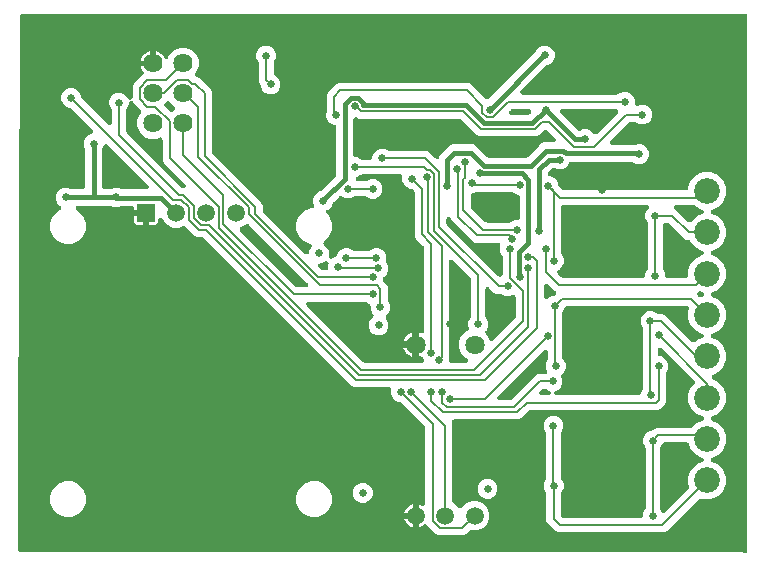
<source format=gbl>
G04 EAGLE Gerber RS-274X export*
G75*
%MOMM*%
%FSLAX34Y34*%
%LPD*%
%INBottom Copper*%
%IPPOS*%
%AMOC8*
5,1,8,0,0,1.08239X$1,22.5*%
G01*
%ADD10C,1.625600*%
%ADD11C,2.184400*%
%ADD12R,1.508000X1.508000*%
%ADD13C,1.508000*%
%ADD14C,1.638300*%
%ADD15C,1.498600*%
%ADD16C,0.654800*%
%ADD17C,0.406400*%
%ADD18C,0.203200*%

G36*
X629727Y-5030D02*
X629727Y-5030D01*
X629736Y-5031D01*
X629925Y-5009D01*
X630118Y-4988D01*
X630127Y-4985D01*
X630135Y-4984D01*
X630317Y-4925D01*
X630502Y-4866D01*
X630510Y-4862D01*
X630518Y-4859D01*
X630687Y-4764D01*
X630854Y-4671D01*
X630861Y-4666D01*
X630869Y-4661D01*
X631015Y-4535D01*
X631161Y-4411D01*
X631167Y-4404D01*
X631174Y-4398D01*
X631291Y-4247D01*
X631411Y-4095D01*
X631415Y-4087D01*
X631420Y-4080D01*
X631506Y-3908D01*
X631593Y-3736D01*
X631596Y-3728D01*
X631600Y-3720D01*
X631650Y-3533D01*
X631701Y-3348D01*
X631702Y-3339D01*
X631704Y-3331D01*
X631731Y-3000D01*
X631731Y450000D01*
X631731Y450004D01*
X631730Y450011D01*
X631729Y450018D01*
X631731Y450036D01*
X631710Y450218D01*
X631691Y450401D01*
X631686Y450418D01*
X631684Y450435D01*
X631627Y450610D01*
X631573Y450786D01*
X631565Y450801D01*
X631559Y450818D01*
X631469Y450978D01*
X631381Y451140D01*
X631370Y451153D01*
X631361Y451169D01*
X631241Y451308D01*
X631124Y451449D01*
X631110Y451460D01*
X631098Y451474D01*
X630953Y451586D01*
X630810Y451701D01*
X630794Y451709D01*
X630780Y451720D01*
X630615Y451802D01*
X630453Y451887D01*
X630436Y451892D01*
X630420Y451900D01*
X630241Y451947D01*
X630066Y451998D01*
X630048Y452000D01*
X630031Y452004D01*
X629700Y452031D01*
X17880Y452031D01*
X17866Y452030D01*
X17852Y452031D01*
X17666Y452010D01*
X17480Y451991D01*
X17466Y451987D01*
X17452Y451986D01*
X17273Y451928D01*
X17095Y451873D01*
X17082Y451867D01*
X17069Y451862D01*
X16905Y451770D01*
X16741Y451681D01*
X16730Y451673D01*
X16718Y451666D01*
X16575Y451544D01*
X16431Y451424D01*
X16423Y451413D01*
X16412Y451404D01*
X16297Y451256D01*
X16179Y451110D01*
X16173Y451098D01*
X16164Y451087D01*
X16080Y450919D01*
X15994Y450753D01*
X15990Y450739D01*
X15983Y450727D01*
X15934Y450545D01*
X15882Y450366D01*
X15881Y450352D01*
X15877Y450338D01*
X15849Y450008D01*
X14369Y64255D01*
X14369Y64252D01*
X14369Y64248D01*
X14369Y-2100D01*
X14371Y-2118D01*
X14369Y-2136D01*
X14390Y-2318D01*
X14409Y-2501D01*
X14414Y-2518D01*
X14416Y-2535D01*
X14473Y-2710D01*
X14527Y-2886D01*
X14535Y-2901D01*
X14541Y-2918D01*
X14631Y-3078D01*
X14719Y-3240D01*
X14730Y-3253D01*
X14739Y-3269D01*
X14859Y-3408D01*
X14976Y-3549D01*
X14990Y-3560D01*
X15002Y-3574D01*
X15147Y-3686D01*
X15290Y-3801D01*
X15306Y-3809D01*
X15320Y-3820D01*
X15485Y-3902D01*
X15647Y-3987D01*
X15664Y-3992D01*
X15681Y-4000D01*
X15859Y-4047D01*
X16034Y-4098D01*
X16052Y-4100D01*
X16069Y-4104D01*
X16400Y-4131D01*
X627959Y-4131D01*
X628264Y-4436D01*
X628271Y-4442D01*
X628276Y-4449D01*
X628426Y-4569D01*
X628575Y-4691D01*
X628583Y-4696D01*
X628590Y-4701D01*
X628761Y-4790D01*
X628931Y-4880D01*
X628939Y-4883D01*
X628947Y-4887D01*
X629133Y-4940D01*
X629317Y-4995D01*
X629326Y-4996D01*
X629334Y-4998D01*
X629526Y-5014D01*
X629718Y-5031D01*
X629727Y-5030D01*
G37*
%LPC*%
G36*
X370221Y10402D02*
X370221Y10402D01*
X367980Y11330D01*
X365980Y13331D01*
X365979Y13331D01*
X362091Y17219D01*
X362091Y17220D01*
X360107Y19203D01*
X360061Y19241D01*
X360020Y19285D01*
X359905Y19369D01*
X359796Y19458D01*
X359743Y19486D01*
X359694Y19522D01*
X359565Y19581D01*
X359440Y19647D01*
X359383Y19664D01*
X359328Y19689D01*
X359190Y19721D01*
X359054Y19762D01*
X358994Y19767D01*
X358936Y19781D01*
X358795Y19785D01*
X358653Y19798D01*
X358593Y19792D01*
X358534Y19794D01*
X358394Y19770D01*
X358253Y19755D01*
X358196Y19737D01*
X358137Y19727D01*
X358004Y19676D01*
X357869Y19633D01*
X357817Y19604D01*
X357761Y19583D01*
X357588Y19478D01*
X357517Y19438D01*
X357500Y19424D01*
X357477Y19410D01*
X356167Y18458D01*
X354760Y17741D01*
X353384Y17294D01*
X353384Y26595D01*
X353382Y26613D01*
X353383Y26631D01*
X353362Y26813D01*
X353344Y26996D01*
X353339Y27013D01*
X353337Y27031D01*
X353330Y27049D01*
X353351Y27119D01*
X353352Y27137D01*
X353357Y27154D01*
X353384Y27485D01*
X353384Y36786D01*
X354760Y36339D01*
X356209Y35600D01*
X356296Y35566D01*
X356378Y35523D01*
X356483Y35493D01*
X356584Y35454D01*
X356676Y35438D01*
X356765Y35412D01*
X356874Y35403D01*
X356980Y35384D01*
X357074Y35387D01*
X357167Y35379D01*
X357274Y35392D01*
X357383Y35394D01*
X357474Y35415D01*
X357566Y35426D01*
X357670Y35460D01*
X357776Y35484D01*
X357861Y35522D01*
X357949Y35551D01*
X358044Y35604D01*
X358143Y35649D01*
X358219Y35703D01*
X358300Y35749D01*
X358382Y35820D01*
X358470Y35883D01*
X358534Y35951D01*
X358605Y36012D01*
X358671Y36098D01*
X358745Y36177D01*
X358794Y36256D01*
X358851Y36330D01*
X358900Y36427D01*
X358957Y36520D01*
X358989Y36607D01*
X359031Y36691D01*
X359059Y36796D01*
X359096Y36897D01*
X359111Y36989D01*
X359135Y37079D01*
X359146Y37213D01*
X359159Y37295D01*
X359157Y37345D01*
X359162Y37410D01*
X359162Y101294D01*
X359160Y101321D01*
X359162Y101348D01*
X359140Y101521D01*
X359122Y101695D01*
X359115Y101720D01*
X359111Y101747D01*
X359056Y101913D01*
X359004Y102080D01*
X358991Y102103D01*
X358983Y102129D01*
X358896Y102280D01*
X358812Y102434D01*
X358795Y102454D01*
X358782Y102478D01*
X358567Y102731D01*
X338848Y122450D01*
X338827Y122467D01*
X338809Y122488D01*
X338671Y122595D01*
X338536Y122705D01*
X338512Y122718D01*
X338491Y122734D01*
X338334Y122812D01*
X338180Y122894D01*
X338155Y122902D01*
X338131Y122914D01*
X337961Y122959D01*
X337794Y123009D01*
X337768Y123011D01*
X337742Y123018D01*
X337411Y123045D01*
X336858Y123045D01*
X333787Y124317D01*
X331437Y126667D01*
X330165Y129738D01*
X330165Y133072D01*
X330209Y133222D01*
X330263Y133402D01*
X330264Y133415D01*
X330268Y133428D01*
X330283Y133617D01*
X330301Y133803D01*
X330300Y133816D01*
X330301Y133830D01*
X330279Y134016D01*
X330260Y134203D01*
X330256Y134216D01*
X330254Y134229D01*
X330196Y134407D01*
X330140Y134588D01*
X330133Y134599D01*
X330129Y134612D01*
X330037Y134775D01*
X329946Y134941D01*
X329938Y134951D01*
X329931Y134963D01*
X329808Y135105D01*
X329687Y135249D01*
X329677Y135257D01*
X329668Y135268D01*
X329520Y135382D01*
X329372Y135500D01*
X329360Y135506D01*
X329350Y135514D01*
X329182Y135598D01*
X329014Y135684D01*
X329001Y135688D01*
X328989Y135694D01*
X328807Y135743D01*
X328627Y135794D01*
X328614Y135795D01*
X328601Y135798D01*
X328270Y135825D01*
X298991Y135825D01*
X296751Y136753D01*
X171248Y262256D01*
X171227Y262273D01*
X171210Y262294D01*
X171072Y262401D01*
X170936Y262511D01*
X170913Y262524D01*
X170892Y262540D01*
X170735Y262618D01*
X170581Y262700D01*
X170555Y262708D01*
X170531Y262720D01*
X170362Y262765D01*
X170195Y262815D01*
X170168Y262817D01*
X170142Y262824D01*
X169812Y262851D01*
X166218Y262851D01*
X163977Y263779D01*
X155931Y271826D01*
X155914Y271840D01*
X155899Y271857D01*
X155758Y271967D01*
X155619Y272081D01*
X155600Y272091D01*
X155582Y272105D01*
X155422Y272186D01*
X155264Y272270D01*
X155242Y272276D01*
X155222Y272286D01*
X155050Y272333D01*
X154878Y272384D01*
X154856Y272386D01*
X154834Y272392D01*
X154655Y272405D01*
X154477Y272421D01*
X154455Y272418D01*
X154432Y272420D01*
X154255Y272397D01*
X154077Y272377D01*
X154055Y272371D01*
X154033Y272368D01*
X153717Y272266D01*
X150610Y270979D01*
X145590Y270979D01*
X140951Y272901D01*
X137401Y276451D01*
X136689Y278170D01*
X136687Y278174D01*
X136685Y278178D01*
X136592Y278351D01*
X136498Y278525D01*
X136496Y278528D01*
X136493Y278532D01*
X136369Y278681D01*
X136242Y278835D01*
X136239Y278838D01*
X136236Y278841D01*
X136083Y278964D01*
X135929Y279089D01*
X135925Y279091D01*
X135922Y279094D01*
X135749Y279184D01*
X135573Y279276D01*
X135569Y279277D01*
X135565Y279279D01*
X135376Y279334D01*
X135186Y279389D01*
X135182Y279389D01*
X135178Y279391D01*
X134980Y279407D01*
X134785Y279424D01*
X134781Y279423D01*
X134776Y279424D01*
X134582Y279401D01*
X134385Y279379D01*
X134381Y279377D01*
X134377Y279377D01*
X134191Y279316D01*
X134002Y279255D01*
X133998Y279253D01*
X133994Y279252D01*
X133821Y279154D01*
X133650Y279059D01*
X133647Y279056D01*
X133643Y279054D01*
X133494Y278925D01*
X133345Y278797D01*
X133342Y278794D01*
X133338Y278791D01*
X133218Y278636D01*
X133096Y278480D01*
X133094Y278476D01*
X133092Y278473D01*
X133003Y278295D01*
X132916Y278120D01*
X132914Y278116D01*
X132912Y278112D01*
X132861Y277920D01*
X132809Y277732D01*
X132809Y277728D01*
X132808Y277723D01*
X132781Y277393D01*
X132781Y275725D01*
X132608Y275079D01*
X132273Y274500D01*
X131800Y274027D01*
X131221Y273692D01*
X130575Y273519D01*
X125199Y273519D01*
X125199Y283132D01*
X125197Y283150D01*
X125199Y283167D01*
X125178Y283350D01*
X125159Y283532D01*
X125154Y283549D01*
X125152Y283567D01*
X125095Y283742D01*
X125041Y283917D01*
X125033Y283933D01*
X125027Y283950D01*
X124937Y284110D01*
X124849Y284271D01*
X124838Y284285D01*
X124829Y284301D01*
X124709Y284440D01*
X124592Y284581D01*
X124578Y284592D01*
X124566Y284605D01*
X124421Y284718D01*
X124278Y284833D01*
X124262Y284841D01*
X124248Y284852D01*
X124083Y284934D01*
X124056Y284948D01*
X124001Y285046D01*
X123913Y285208D01*
X123902Y285221D01*
X123893Y285237D01*
X123773Y285376D01*
X123655Y285517D01*
X123642Y285528D01*
X123630Y285542D01*
X123485Y285654D01*
X123342Y285769D01*
X123326Y285777D01*
X123312Y285788D01*
X123147Y285870D01*
X122984Y285955D01*
X122967Y285960D01*
X122951Y285968D01*
X122773Y286015D01*
X122598Y286066D01*
X122580Y286068D01*
X122563Y286072D01*
X122232Y286099D01*
X112619Y286099D01*
X112619Y287052D01*
X112617Y287070D01*
X112619Y287088D01*
X112598Y287270D01*
X112579Y287453D01*
X112574Y287470D01*
X112572Y287487D01*
X112515Y287662D01*
X112461Y287838D01*
X112453Y287853D01*
X112447Y287870D01*
X112357Y288030D01*
X112270Y288192D01*
X112258Y288205D01*
X112249Y288221D01*
X112129Y288360D01*
X112012Y288501D01*
X111998Y288512D01*
X111986Y288526D01*
X111842Y288638D01*
X111698Y288753D01*
X111682Y288761D01*
X111668Y288772D01*
X111504Y288854D01*
X111341Y288939D01*
X111324Y288944D01*
X111308Y288952D01*
X111130Y288999D01*
X110954Y289050D01*
X110936Y289052D01*
X110919Y289056D01*
X110588Y289083D01*
X102072Y289083D01*
X102041Y289080D01*
X102010Y289082D01*
X101840Y289060D01*
X101671Y289043D01*
X101641Y289034D01*
X101610Y289030D01*
X101295Y288929D01*
X99162Y288045D01*
X95838Y288045D01*
X93213Y289133D01*
X93183Y289142D01*
X93155Y289156D01*
X92990Y289200D01*
X92828Y289249D01*
X92796Y289252D01*
X92766Y289260D01*
X92436Y289287D01*
X64955Y289287D01*
X64950Y289287D01*
X64946Y289287D01*
X64752Y289267D01*
X64554Y289247D01*
X64550Y289246D01*
X64546Y289246D01*
X64360Y289188D01*
X64169Y289129D01*
X64165Y289127D01*
X64161Y289126D01*
X63989Y289031D01*
X63815Y288937D01*
X63812Y288935D01*
X63808Y288932D01*
X63657Y288805D01*
X63506Y288680D01*
X63503Y288676D01*
X63500Y288673D01*
X63377Y288519D01*
X63254Y288366D01*
X63252Y288362D01*
X63249Y288359D01*
X63159Y288184D01*
X63068Y288009D01*
X63067Y288004D01*
X63065Y288000D01*
X63011Y287808D01*
X62957Y287622D01*
X62956Y287617D01*
X62955Y287613D01*
X62940Y287420D01*
X62924Y287220D01*
X62924Y287216D01*
X62924Y287212D01*
X62948Y287016D01*
X62971Y286821D01*
X62972Y286816D01*
X62973Y286812D01*
X63034Y286627D01*
X63096Y286438D01*
X63098Y286434D01*
X63099Y286430D01*
X63199Y286254D01*
X63294Y286087D01*
X63296Y286084D01*
X63299Y286080D01*
X63430Y285929D01*
X63557Y285783D01*
X63560Y285780D01*
X63563Y285776D01*
X63720Y285656D01*
X63875Y285536D01*
X63879Y285534D01*
X63882Y285531D01*
X64178Y285379D01*
X65203Y284955D01*
X69445Y280713D01*
X71741Y275170D01*
X71741Y269170D01*
X69445Y263627D01*
X65203Y259385D01*
X59660Y257089D01*
X53660Y257089D01*
X48117Y259385D01*
X43875Y263627D01*
X41579Y269170D01*
X41579Y275170D01*
X43875Y280713D01*
X48117Y284955D01*
X49728Y285622D01*
X49735Y285626D01*
X49744Y285629D01*
X49913Y285721D01*
X50083Y285812D01*
X50089Y285818D01*
X50097Y285822D01*
X50244Y285945D01*
X50393Y286068D01*
X50399Y286075D01*
X50405Y286081D01*
X50525Y286231D01*
X50647Y286381D01*
X50651Y286389D01*
X50656Y286396D01*
X50744Y286567D01*
X50834Y286738D01*
X50836Y286746D01*
X50840Y286754D01*
X50892Y286938D01*
X50947Y287124D01*
X50948Y287133D01*
X50950Y287141D01*
X50965Y287333D01*
X50981Y287525D01*
X50980Y287534D01*
X50981Y287543D01*
X50958Y287734D01*
X50936Y287925D01*
X50934Y287934D01*
X50932Y287942D01*
X50872Y288126D01*
X50813Y288308D01*
X50809Y288316D01*
X50806Y288325D01*
X50710Y288492D01*
X50617Y288660D01*
X50611Y288667D01*
X50607Y288674D01*
X50480Y288820D01*
X50355Y288966D01*
X50348Y288971D01*
X50342Y288978D01*
X50189Y289095D01*
X50038Y289214D01*
X50030Y289218D01*
X50023Y289223D01*
X49896Y289289D01*
X47517Y291667D01*
X46245Y294738D01*
X46245Y298062D01*
X47517Y301133D01*
X49867Y303483D01*
X52938Y304755D01*
X56262Y304755D01*
X58887Y303667D01*
X58917Y303658D01*
X58945Y303644D01*
X59110Y303600D01*
X59272Y303551D01*
X59304Y303548D01*
X59334Y303540D01*
X59664Y303513D01*
X69156Y303513D01*
X69174Y303515D01*
X69192Y303513D01*
X69374Y303534D01*
X69557Y303553D01*
X69574Y303558D01*
X69591Y303560D01*
X69766Y303617D01*
X69942Y303671D01*
X69957Y303679D01*
X69974Y303685D01*
X70134Y303775D01*
X70296Y303863D01*
X70309Y303874D01*
X70325Y303883D01*
X70464Y304003D01*
X70605Y304120D01*
X70616Y304134D01*
X70630Y304146D01*
X70742Y304291D01*
X70857Y304434D01*
X70865Y304450D01*
X70876Y304464D01*
X70958Y304629D01*
X71043Y304791D01*
X71048Y304808D01*
X71056Y304824D01*
X71103Y305003D01*
X71154Y305178D01*
X71156Y305196D01*
X71160Y305213D01*
X71187Y305544D01*
X71187Y336936D01*
X71184Y336967D01*
X71186Y336998D01*
X71164Y337167D01*
X71147Y337336D01*
X71138Y337366D01*
X71134Y337397D01*
X71033Y337713D01*
X69945Y340338D01*
X69945Y343662D01*
X71217Y346733D01*
X73567Y349083D01*
X76789Y350417D01*
X76800Y350423D01*
X76813Y350428D01*
X76978Y350519D01*
X77144Y350607D01*
X77154Y350616D01*
X77166Y350622D01*
X77308Y350743D01*
X77454Y350864D01*
X77463Y350874D01*
X77473Y350883D01*
X77589Y351031D01*
X77708Y351176D01*
X77714Y351188D01*
X77722Y351199D01*
X77808Y351367D01*
X77895Y351533D01*
X77899Y351546D01*
X77905Y351558D01*
X77955Y351740D01*
X78008Y351919D01*
X78009Y351933D01*
X78013Y351946D01*
X78027Y352134D01*
X78043Y352320D01*
X78041Y352334D01*
X78042Y352347D01*
X78018Y352535D01*
X77997Y352721D01*
X77993Y352733D01*
X77992Y352747D01*
X77932Y352926D01*
X77874Y353104D01*
X77868Y353116D01*
X77863Y353128D01*
X77769Y353292D01*
X77678Y353455D01*
X77669Y353465D01*
X77663Y353477D01*
X77448Y353730D01*
X59428Y371750D01*
X59407Y371767D01*
X59389Y371788D01*
X59251Y371895D01*
X59116Y372005D01*
X59092Y372018D01*
X59071Y372034D01*
X58914Y372112D01*
X58760Y372194D01*
X58735Y372202D01*
X58711Y372214D01*
X58541Y372259D01*
X58374Y372309D01*
X58348Y372311D01*
X58322Y372318D01*
X57991Y372345D01*
X57438Y372345D01*
X54367Y373617D01*
X52017Y375967D01*
X50745Y379038D01*
X50745Y382362D01*
X52017Y385433D01*
X54367Y387783D01*
X57438Y389055D01*
X60762Y389055D01*
X63833Y387783D01*
X66183Y385433D01*
X67455Y382362D01*
X67455Y381809D01*
X67457Y381782D01*
X67455Y381755D01*
X67477Y381582D01*
X67495Y381408D01*
X67502Y381383D01*
X67506Y381356D01*
X67561Y381190D01*
X67613Y381023D01*
X67626Y381000D01*
X67634Y380974D01*
X67721Y380823D01*
X67805Y380669D01*
X67822Y380649D01*
X67835Y380625D01*
X68050Y380372D01*
X90036Y358386D01*
X90043Y358381D01*
X90048Y358374D01*
X90198Y358254D01*
X90347Y358131D01*
X90355Y358127D01*
X90362Y358122D01*
X90533Y358033D01*
X90703Y357943D01*
X90711Y357940D01*
X90719Y357936D01*
X90905Y357883D01*
X91089Y357828D01*
X91098Y357827D01*
X91106Y357825D01*
X91298Y357809D01*
X91490Y357791D01*
X91499Y357792D01*
X91508Y357792D01*
X91697Y357814D01*
X91890Y357835D01*
X91899Y357838D01*
X91907Y357839D01*
X92089Y357898D01*
X92274Y357956D01*
X92282Y357961D01*
X92290Y357963D01*
X92459Y358059D01*
X92626Y358151D01*
X92633Y358157D01*
X92641Y358161D01*
X92787Y358287D01*
X92933Y358412D01*
X92939Y358419D01*
X92946Y358425D01*
X93063Y358576D01*
X93183Y358728D01*
X93187Y358736D01*
X93192Y358743D01*
X93278Y358915D01*
X93365Y359087D01*
X93368Y359095D01*
X93372Y359103D01*
X93422Y359290D01*
X93473Y359474D01*
X93474Y359483D01*
X93476Y359492D01*
X93503Y359823D01*
X93503Y370240D01*
X93501Y370267D01*
X93503Y370293D01*
X93481Y370467D01*
X93463Y370641D01*
X93456Y370666D01*
X93452Y370693D01*
X93397Y370858D01*
X93345Y371025D01*
X93332Y371049D01*
X93324Y371074D01*
X93237Y371226D01*
X93153Y371380D01*
X93136Y371400D01*
X93123Y371423D01*
X92908Y371676D01*
X92517Y372067D01*
X91245Y375138D01*
X91245Y378462D01*
X92517Y381533D01*
X94867Y383883D01*
X97938Y385155D01*
X101262Y385155D01*
X104333Y383883D01*
X106683Y381533D01*
X107219Y380237D01*
X107221Y380233D01*
X107223Y380229D01*
X107316Y380056D01*
X107410Y379882D01*
X107412Y379879D01*
X107415Y379875D01*
X107541Y379723D01*
X107666Y379572D01*
X107669Y379569D01*
X107672Y379566D01*
X107823Y379444D01*
X107979Y379318D01*
X107983Y379316D01*
X107986Y379313D01*
X108158Y379224D01*
X108335Y379131D01*
X108339Y379130D01*
X108343Y379128D01*
X108531Y379074D01*
X108722Y379018D01*
X108726Y379018D01*
X108730Y379016D01*
X108928Y379000D01*
X109123Y378983D01*
X109127Y378984D01*
X109132Y378983D01*
X109327Y379006D01*
X109523Y379028D01*
X109527Y379030D01*
X109531Y379030D01*
X109719Y379092D01*
X109906Y379152D01*
X109910Y379154D01*
X109914Y379155D01*
X110087Y379253D01*
X110258Y379348D01*
X110261Y379351D01*
X110265Y379353D01*
X110413Y379481D01*
X110563Y379610D01*
X110566Y379613D01*
X110570Y379616D01*
X110690Y379771D01*
X110812Y379927D01*
X110814Y379931D01*
X110816Y379934D01*
X110902Y380108D01*
X110992Y380287D01*
X110994Y380291D01*
X110996Y380295D01*
X111047Y380486D01*
X111099Y380675D01*
X111099Y380679D01*
X111100Y380684D01*
X111127Y381014D01*
X111127Y390442D01*
X112055Y392683D01*
X118316Y398944D01*
X118317Y398944D01*
X119945Y400572D01*
X119983Y400618D01*
X120027Y400659D01*
X120110Y400774D01*
X120200Y400883D01*
X120228Y400937D01*
X120263Y400985D01*
X120322Y401114D01*
X120388Y401239D01*
X120405Y401297D01*
X120430Y401351D01*
X120463Y401489D01*
X120503Y401625D01*
X120509Y401685D01*
X120522Y401743D01*
X120527Y401885D01*
X120539Y402026D01*
X120533Y402086D01*
X120535Y402146D01*
X120511Y402285D01*
X120496Y402426D01*
X120478Y402484D01*
X120468Y402543D01*
X120417Y402675D01*
X120375Y402810D01*
X120346Y402863D01*
X120324Y402919D01*
X120219Y403091D01*
X120180Y403163D01*
X120166Y403179D01*
X120152Y403202D01*
X119275Y404408D01*
X118513Y405905D01*
X117994Y407502D01*
X117955Y407751D01*
X128182Y407751D01*
X128200Y407752D01*
X128217Y407751D01*
X128400Y407772D01*
X128582Y407791D01*
X128599Y407796D01*
X128617Y407798D01*
X128792Y407855D01*
X128967Y407909D01*
X128983Y407917D01*
X129000Y407923D01*
X129160Y408013D01*
X129321Y408100D01*
X129335Y408112D01*
X129351Y408121D01*
X129490Y408241D01*
X129631Y408358D01*
X129642Y408372D01*
X129655Y408384D01*
X129768Y408529D01*
X129799Y408567D01*
X129926Y408677D01*
X130067Y408795D01*
X130078Y408808D01*
X130092Y408820D01*
X130204Y408965D01*
X130319Y409108D01*
X130327Y409124D01*
X130338Y409138D01*
X130420Y409303D01*
X130505Y409466D01*
X130510Y409483D01*
X130518Y409499D01*
X130565Y409677D01*
X130616Y409852D01*
X130618Y409870D01*
X130622Y409887D01*
X130649Y410218D01*
X130649Y420445D01*
X130898Y420406D01*
X132495Y419887D01*
X133992Y419125D01*
X135350Y418138D01*
X136538Y416950D01*
X137525Y415592D01*
X137893Y414869D01*
X137964Y414759D01*
X138027Y414644D01*
X138072Y414589D01*
X138111Y414530D01*
X138201Y414436D01*
X138286Y414336D01*
X138341Y414292D01*
X138391Y414240D01*
X138498Y414166D01*
X138600Y414085D01*
X138664Y414052D01*
X138722Y414012D01*
X138842Y413960D01*
X138959Y413901D01*
X139027Y413882D01*
X139092Y413854D01*
X139220Y413827D01*
X139346Y413791D01*
X139417Y413786D01*
X139486Y413771D01*
X139617Y413770D01*
X139747Y413760D01*
X139818Y413769D01*
X139889Y413768D01*
X140017Y413793D01*
X140147Y413809D01*
X140214Y413831D01*
X140284Y413844D01*
X140405Y413894D01*
X140529Y413935D01*
X140591Y413970D01*
X140657Y413997D01*
X140765Y414070D01*
X140879Y414135D01*
X140933Y414181D01*
X140992Y414221D01*
X141084Y414313D01*
X141183Y414399D01*
X141226Y414455D01*
X141276Y414506D01*
X141348Y414615D01*
X141428Y414718D01*
X141465Y414791D01*
X141499Y414841D01*
X141527Y414912D01*
X141580Y415013D01*
X142602Y417482D01*
X146318Y421198D01*
X151173Y423209D01*
X156427Y423209D01*
X161282Y421198D01*
X164998Y417482D01*
X167009Y412627D01*
X167009Y407373D01*
X164998Y402518D01*
X164444Y401964D01*
X164439Y401957D01*
X164432Y401952D01*
X164312Y401803D01*
X164189Y401653D01*
X164185Y401645D01*
X164179Y401638D01*
X164092Y401469D01*
X164001Y401297D01*
X163998Y401288D01*
X163994Y401281D01*
X163941Y401097D01*
X163886Y400911D01*
X163885Y400902D01*
X163882Y400894D01*
X163867Y400702D01*
X163849Y400510D01*
X163850Y400501D01*
X163850Y400492D01*
X163872Y400303D01*
X163893Y400110D01*
X163895Y400101D01*
X163897Y400093D01*
X163956Y399910D01*
X164014Y399726D01*
X164019Y399718D01*
X164021Y399710D01*
X164116Y399541D01*
X164209Y399374D01*
X164215Y399367D01*
X164219Y399359D01*
X164346Y399213D01*
X164470Y399067D01*
X164477Y399061D01*
X164482Y399054D01*
X164635Y398936D01*
X164785Y398817D01*
X164793Y398813D01*
X164801Y398808D01*
X164974Y398721D01*
X165144Y398635D01*
X165153Y398632D01*
X165161Y398628D01*
X165349Y398578D01*
X165532Y398527D01*
X165541Y398526D01*
X165543Y398526D01*
X167854Y397569D01*
X177369Y388054D01*
X178297Y385813D01*
X178297Y334567D01*
X178299Y334540D01*
X178297Y334513D01*
X178319Y334340D01*
X178337Y334166D01*
X178344Y334141D01*
X178348Y334114D01*
X178403Y333948D01*
X178455Y333781D01*
X178468Y333758D01*
X178476Y333732D01*
X178563Y333581D01*
X178647Y333427D01*
X178664Y333407D01*
X178677Y333383D01*
X178892Y333130D01*
X220269Y291754D01*
X221197Y289513D01*
X221197Y285667D01*
X221199Y285640D01*
X221197Y285613D01*
X221219Y285440D01*
X221237Y285266D01*
X221244Y285241D01*
X221248Y285214D01*
X221303Y285048D01*
X221355Y284881D01*
X221368Y284858D01*
X221376Y284832D01*
X221463Y284681D01*
X221547Y284527D01*
X221564Y284507D01*
X221577Y284483D01*
X221792Y284230D01*
X257178Y248844D01*
X257185Y248839D01*
X257190Y248832D01*
X257340Y248712D01*
X257489Y248589D01*
X257497Y248585D01*
X257504Y248580D01*
X257675Y248491D01*
X257845Y248401D01*
X257853Y248398D01*
X257861Y248394D01*
X258047Y248341D01*
X258231Y248286D01*
X258240Y248285D01*
X258248Y248283D01*
X258440Y248267D01*
X258632Y248249D01*
X258641Y248250D01*
X258650Y248250D01*
X258839Y248272D01*
X259032Y248293D01*
X259041Y248296D01*
X259049Y248297D01*
X259231Y248356D01*
X259416Y248414D01*
X259424Y248419D01*
X259432Y248421D01*
X259601Y248517D01*
X259768Y248609D01*
X259775Y248615D01*
X259783Y248619D01*
X259929Y248745D01*
X260075Y248870D01*
X260081Y248877D01*
X260088Y248883D01*
X260205Y249034D01*
X260325Y249186D01*
X260329Y249194D01*
X260334Y249201D01*
X260420Y249373D01*
X260507Y249545D01*
X260510Y249553D01*
X260514Y249561D01*
X260564Y249748D01*
X260615Y249932D01*
X260616Y249941D01*
X260618Y249950D01*
X260645Y250281D01*
X260645Y250662D01*
X261917Y253733D01*
X262148Y253963D01*
X262156Y253974D01*
X262167Y253982D01*
X262284Y254129D01*
X262403Y254275D01*
X262409Y254287D01*
X262418Y254297D01*
X262504Y254465D01*
X262592Y254631D01*
X262595Y254643D01*
X262602Y254655D01*
X262653Y254836D01*
X262706Y255016D01*
X262708Y255030D01*
X262711Y255043D01*
X262726Y255228D01*
X262743Y255417D01*
X262741Y255431D01*
X262742Y255444D01*
X262720Y255629D01*
X262699Y255818D01*
X262695Y255831D01*
X262694Y255844D01*
X262635Y256021D01*
X262578Y256201D01*
X262571Y256213D01*
X262567Y256226D01*
X262474Y256390D01*
X262383Y256554D01*
X262374Y256564D01*
X262368Y256576D01*
X262244Y256718D01*
X262123Y256861D01*
X262112Y256869D01*
X262103Y256879D01*
X261954Y256994D01*
X261807Y257110D01*
X261795Y257117D01*
X261784Y257125D01*
X261489Y257276D01*
X256397Y259385D01*
X252155Y263627D01*
X249859Y269170D01*
X249859Y275170D01*
X252155Y280713D01*
X256397Y284955D01*
X261940Y287251D01*
X263172Y287251D01*
X263186Y287252D01*
X263199Y287251D01*
X263385Y287272D01*
X263573Y287291D01*
X263586Y287295D01*
X263599Y287296D01*
X263778Y287354D01*
X263958Y287409D01*
X263970Y287415D01*
X263982Y287419D01*
X264147Y287511D01*
X264312Y287601D01*
X264322Y287609D01*
X264334Y287616D01*
X264476Y287738D01*
X264621Y287858D01*
X264630Y287869D01*
X264640Y287877D01*
X264755Y288025D01*
X264873Y288172D01*
X264880Y288184D01*
X264888Y288194D01*
X264972Y288363D01*
X265059Y288529D01*
X265063Y288542D01*
X265069Y288554D01*
X265118Y288735D01*
X265170Y288916D01*
X265171Y288930D01*
X265175Y288943D01*
X265188Y289131D01*
X265203Y289318D01*
X265202Y289331D01*
X265203Y289344D01*
X265178Y289532D01*
X265156Y289717D01*
X265152Y289730D01*
X265150Y289743D01*
X265049Y290059D01*
X264229Y292038D01*
X264229Y295362D01*
X265501Y298433D01*
X267851Y300783D01*
X269964Y301658D01*
X269992Y301673D01*
X270022Y301683D01*
X270169Y301768D01*
X270319Y301848D01*
X270343Y301868D01*
X270370Y301884D01*
X270623Y302098D01*
X283176Y314651D01*
X283193Y314672D01*
X283214Y314689D01*
X283321Y314827D01*
X283431Y314963D01*
X283444Y314986D01*
X283460Y315008D01*
X283538Y315164D01*
X283620Y315318D01*
X283628Y315344D01*
X283640Y315368D01*
X283685Y315537D01*
X283735Y315704D01*
X283737Y315731D01*
X283744Y315757D01*
X283771Y316088D01*
X283771Y355799D01*
X283769Y355817D01*
X283771Y355834D01*
X283750Y356017D01*
X283731Y356199D01*
X283726Y356217D01*
X283724Y356234D01*
X283667Y356409D01*
X283613Y356584D01*
X283605Y356600D01*
X283599Y356617D01*
X283509Y356777D01*
X283421Y356938D01*
X283410Y356952D01*
X283401Y356968D01*
X283281Y357107D01*
X283164Y357248D01*
X283150Y357259D01*
X283138Y357272D01*
X282993Y357385D01*
X282850Y357500D01*
X282834Y357508D01*
X282820Y357519D01*
X282655Y357601D01*
X282493Y357685D01*
X282476Y357690D01*
X282460Y357698D01*
X282281Y357746D01*
X282106Y357797D01*
X282088Y357798D01*
X282071Y357803D01*
X281740Y357830D01*
X281723Y357830D01*
X278652Y359102D01*
X276302Y361452D01*
X275030Y364523D01*
X275030Y367847D01*
X275449Y368857D01*
X275458Y368887D01*
X275472Y368915D01*
X275516Y369080D01*
X275565Y369243D01*
X275568Y369274D01*
X275576Y369304D01*
X275603Y369635D01*
X275603Y382813D01*
X276531Y385054D01*
X283646Y392169D01*
X285887Y393097D01*
X395713Y393097D01*
X397954Y392169D01*
X410045Y380077D01*
X410059Y380065D01*
X410071Y380052D01*
X410215Y379938D01*
X410357Y379822D01*
X410373Y379813D01*
X410387Y379802D01*
X410551Y379719D01*
X410712Y379633D01*
X410730Y379628D01*
X410745Y379620D01*
X410923Y379571D01*
X411098Y379518D01*
X411116Y379517D01*
X411133Y379512D01*
X411317Y379499D01*
X411499Y379482D01*
X411517Y379484D01*
X411535Y379483D01*
X411717Y379506D01*
X411900Y379525D01*
X411917Y379531D01*
X411934Y379533D01*
X412108Y379591D01*
X412283Y379647D01*
X412299Y379656D01*
X412316Y379661D01*
X412476Y379753D01*
X412636Y379842D01*
X412649Y379853D01*
X412665Y379862D01*
X412918Y380077D01*
X452014Y419173D01*
X452034Y419197D01*
X452057Y419217D01*
X452161Y419352D01*
X452269Y419484D01*
X452283Y419512D01*
X452303Y419537D01*
X452454Y419832D01*
X453117Y421433D01*
X455467Y423783D01*
X458538Y425055D01*
X461862Y425055D01*
X464933Y423783D01*
X467283Y421433D01*
X468555Y418362D01*
X468555Y415038D01*
X467283Y411967D01*
X464933Y409617D01*
X461772Y408308D01*
X461745Y408305D01*
X461719Y408298D01*
X461693Y408294D01*
X461527Y408239D01*
X461360Y408187D01*
X461336Y408174D01*
X461311Y408166D01*
X461159Y408079D01*
X461006Y407995D01*
X460986Y407978D01*
X460962Y407965D01*
X460709Y407750D01*
X440011Y387052D01*
X440006Y387045D01*
X439999Y387040D01*
X439878Y386890D01*
X439756Y386741D01*
X439752Y386733D01*
X439746Y386726D01*
X439657Y386555D01*
X439568Y386385D01*
X439565Y386377D01*
X439561Y386369D01*
X439508Y386183D01*
X439453Y385999D01*
X439452Y385990D01*
X439449Y385982D01*
X439434Y385790D01*
X439416Y385598D01*
X439417Y385589D01*
X439417Y385580D01*
X439439Y385391D01*
X439460Y385198D01*
X439462Y385189D01*
X439463Y385181D01*
X439523Y384999D01*
X439581Y384814D01*
X439586Y384806D01*
X439588Y384798D01*
X439683Y384629D01*
X439776Y384462D01*
X439782Y384455D01*
X439786Y384447D01*
X439912Y384301D01*
X440037Y384155D01*
X440044Y384149D01*
X440049Y384142D01*
X440201Y384025D01*
X440352Y383905D01*
X440360Y383901D01*
X440367Y383896D01*
X440540Y383810D01*
X440711Y383723D01*
X440720Y383720D01*
X440728Y383716D01*
X440914Y383666D01*
X441099Y383615D01*
X441108Y383614D01*
X441117Y383612D01*
X441448Y383585D01*
X521293Y383585D01*
X521319Y383587D01*
X521346Y383585D01*
X521520Y383607D01*
X521693Y383625D01*
X521719Y383632D01*
X521745Y383636D01*
X521911Y383691D01*
X522078Y383743D01*
X522102Y383756D01*
X522127Y383764D01*
X522279Y383851D01*
X522432Y383935D01*
X522453Y383952D01*
X522476Y383965D01*
X522729Y384180D01*
X523120Y384571D01*
X524462Y385127D01*
X526191Y385843D01*
X529515Y385843D01*
X532585Y384571D01*
X534936Y382221D01*
X536207Y379150D01*
X536207Y375994D01*
X536209Y375980D01*
X536208Y375967D01*
X536229Y375781D01*
X536247Y375593D01*
X536251Y375580D01*
X536253Y375567D01*
X536310Y375388D01*
X536365Y375208D01*
X536372Y375196D01*
X536376Y375184D01*
X536468Y375019D01*
X536557Y374854D01*
X536566Y374844D01*
X536572Y374832D01*
X536694Y374690D01*
X536815Y374545D01*
X536825Y374537D01*
X536834Y374526D01*
X536982Y374411D01*
X537129Y374293D01*
X537141Y374286D01*
X537151Y374278D01*
X537319Y374194D01*
X537486Y374107D01*
X537499Y374103D01*
X537511Y374097D01*
X537692Y374048D01*
X537873Y373996D01*
X537886Y373995D01*
X537899Y373991D01*
X538087Y373978D01*
X538274Y373963D01*
X538287Y373964D01*
X538301Y373963D01*
X538489Y373988D01*
X538674Y374010D01*
X538687Y374014D01*
X538700Y374016D01*
X539016Y374117D01*
X541038Y374955D01*
X544362Y374955D01*
X547433Y373683D01*
X549783Y371333D01*
X551055Y368262D01*
X551055Y364938D01*
X549783Y361867D01*
X547433Y359517D01*
X544362Y358245D01*
X541038Y358245D01*
X537967Y359517D01*
X537876Y359608D01*
X537856Y359625D01*
X537838Y359646D01*
X537700Y359752D01*
X537565Y359863D01*
X537541Y359876D01*
X537520Y359892D01*
X537363Y359970D01*
X537209Y360052D01*
X537184Y360060D01*
X537159Y360072D01*
X536990Y360117D01*
X536823Y360167D01*
X536797Y360169D01*
X536771Y360176D01*
X536440Y360203D01*
X532267Y360203D01*
X532240Y360201D01*
X532213Y360203D01*
X532040Y360181D01*
X531866Y360163D01*
X531841Y360156D01*
X531814Y360152D01*
X531648Y360097D01*
X531481Y360045D01*
X531458Y360032D01*
X531432Y360024D01*
X531281Y359937D01*
X531127Y359853D01*
X531107Y359836D01*
X531083Y359823D01*
X530830Y359608D01*
X515700Y344478D01*
X515695Y344471D01*
X515688Y344466D01*
X515568Y344316D01*
X515445Y344167D01*
X515441Y344159D01*
X515436Y344152D01*
X515347Y343982D01*
X515257Y343811D01*
X515254Y343802D01*
X515250Y343795D01*
X515197Y343610D01*
X515142Y343425D01*
X515141Y343416D01*
X515139Y343408D01*
X515123Y343216D01*
X515105Y343024D01*
X515106Y343015D01*
X515106Y343006D01*
X515128Y342817D01*
X515149Y342624D01*
X515152Y342615D01*
X515153Y342607D01*
X515212Y342425D01*
X515270Y342240D01*
X515275Y342232D01*
X515277Y342224D01*
X515373Y342055D01*
X515465Y341888D01*
X515471Y341881D01*
X515475Y341873D01*
X515601Y341727D01*
X515726Y341581D01*
X515733Y341575D01*
X515739Y341568D01*
X515891Y341450D01*
X516042Y341331D01*
X516050Y341327D01*
X516057Y341322D01*
X516229Y341236D01*
X516401Y341149D01*
X516409Y341146D01*
X516417Y341142D01*
X516604Y341092D01*
X516788Y341041D01*
X516797Y341040D01*
X516806Y341038D01*
X517137Y341011D01*
X537104Y341011D01*
X537135Y341014D01*
X537166Y341012D01*
X537335Y341034D01*
X537504Y341051D01*
X537534Y341060D01*
X537565Y341064D01*
X537881Y341165D01*
X538338Y341355D01*
X541662Y341355D01*
X544733Y340083D01*
X547083Y337733D01*
X548355Y334662D01*
X548355Y331338D01*
X547083Y328267D01*
X544733Y325917D01*
X541662Y324645D01*
X538338Y324645D01*
X535267Y325917D01*
X534994Y326190D01*
X534974Y326207D01*
X534956Y326228D01*
X534818Y326335D01*
X534683Y326445D01*
X534659Y326458D01*
X534638Y326474D01*
X534481Y326552D01*
X534327Y326634D01*
X534302Y326642D01*
X534277Y326654D01*
X534108Y326699D01*
X533941Y326749D01*
X533915Y326751D01*
X533889Y326758D01*
X533558Y326785D01*
X482490Y326785D01*
X482468Y326783D01*
X482446Y326785D01*
X482268Y326763D01*
X482089Y326745D01*
X482068Y326739D01*
X482046Y326736D01*
X481877Y326680D01*
X481705Y326627D01*
X481685Y326617D01*
X481664Y326610D01*
X481508Y326521D01*
X481351Y326435D01*
X481333Y326421D01*
X481314Y326410D01*
X481178Y326292D01*
X481041Y326178D01*
X481027Y326160D01*
X481010Y326146D01*
X480901Y326004D01*
X480789Y325864D01*
X480779Y325844D01*
X480765Y325826D01*
X480613Y325531D01*
X479883Y323767D01*
X477533Y321417D01*
X474462Y320145D01*
X471138Y320145D01*
X468513Y321233D01*
X468483Y321242D01*
X468455Y321256D01*
X468290Y321300D01*
X468128Y321349D01*
X468096Y321352D01*
X468066Y321360D01*
X467736Y321387D01*
X467588Y321387D01*
X467561Y321385D01*
X467534Y321387D01*
X467360Y321365D01*
X467187Y321347D01*
X467161Y321340D01*
X467135Y321336D01*
X466969Y321281D01*
X466802Y321229D01*
X466778Y321216D01*
X466753Y321208D01*
X466602Y321121D01*
X466448Y321037D01*
X466427Y321020D01*
X466404Y321007D01*
X466151Y320792D01*
X463231Y317872D01*
X463226Y317865D01*
X463219Y317860D01*
X463098Y317710D01*
X462976Y317561D01*
X462972Y317553D01*
X462966Y317546D01*
X462878Y317376D01*
X462788Y317205D01*
X462785Y317196D01*
X462781Y317189D01*
X462728Y317004D01*
X462673Y316819D01*
X462672Y316810D01*
X462669Y316802D01*
X462654Y316611D01*
X462636Y316418D01*
X462637Y316409D01*
X462637Y316400D01*
X462659Y316211D01*
X462680Y316018D01*
X462682Y316009D01*
X462683Y316001D01*
X462743Y315819D01*
X462801Y315634D01*
X462806Y315626D01*
X462808Y315618D01*
X462903Y315449D01*
X462996Y315282D01*
X463002Y315275D01*
X463006Y315267D01*
X463132Y315121D01*
X463257Y314975D01*
X463264Y314969D01*
X463269Y314962D01*
X463421Y314845D01*
X463572Y314725D01*
X463580Y314721D01*
X463587Y314716D01*
X463760Y314630D01*
X463931Y314543D01*
X463940Y314540D01*
X463948Y314536D01*
X464134Y314486D01*
X464319Y314435D01*
X464328Y314434D01*
X464337Y314432D01*
X464668Y314405D01*
X464912Y314405D01*
X467983Y313133D01*
X470333Y310783D01*
X471605Y307712D01*
X471605Y307159D01*
X471607Y307132D01*
X471605Y307105D01*
X471627Y306932D01*
X471645Y306758D01*
X471652Y306733D01*
X471656Y306706D01*
X471711Y306540D01*
X471763Y306373D01*
X471776Y306350D01*
X471784Y306324D01*
X471871Y306173D01*
X471955Y306019D01*
X471972Y305999D01*
X471985Y305975D01*
X472200Y305722D01*
X474930Y302992D01*
X474951Y302975D01*
X474969Y302954D01*
X475107Y302847D01*
X475242Y302737D01*
X475266Y302724D01*
X475287Y302708D01*
X475444Y302630D01*
X475598Y302548D01*
X475623Y302540D01*
X475647Y302528D01*
X475817Y302483D01*
X475984Y302433D01*
X476010Y302431D01*
X476036Y302424D01*
X476367Y302397D01*
X579666Y302397D01*
X579684Y302399D01*
X579702Y302397D01*
X579884Y302418D01*
X580067Y302437D01*
X580084Y302442D01*
X580101Y302444D01*
X580276Y302501D01*
X580452Y302555D01*
X580467Y302563D01*
X580484Y302569D01*
X580644Y302659D01*
X580806Y302747D01*
X580819Y302758D01*
X580835Y302767D01*
X580974Y302887D01*
X581115Y303004D01*
X581126Y303018D01*
X581140Y303030D01*
X581252Y303175D01*
X581367Y303318D01*
X581375Y303334D01*
X581386Y303348D01*
X581468Y303513D01*
X581553Y303675D01*
X581558Y303692D01*
X581566Y303708D01*
X581613Y303887D01*
X581664Y304062D01*
X581666Y304080D01*
X581670Y304097D01*
X581697Y304428D01*
X581697Y304983D01*
X584134Y310865D01*
X588635Y315366D01*
X590320Y316064D01*
X594517Y317803D01*
X600883Y317803D01*
X606765Y315366D01*
X611266Y310865D01*
X613703Y304983D01*
X613703Y298617D01*
X611266Y292735D01*
X606765Y288234D01*
X601799Y286177D01*
X601791Y286172D01*
X601783Y286170D01*
X601613Y286077D01*
X601444Y285986D01*
X601437Y285981D01*
X601429Y285976D01*
X601282Y285852D01*
X601134Y285730D01*
X601128Y285723D01*
X601121Y285717D01*
X601001Y285567D01*
X600880Y285417D01*
X600876Y285409D01*
X600870Y285402D01*
X600783Y285232D01*
X600693Y285061D01*
X600690Y285052D01*
X600686Y285044D01*
X600634Y284860D01*
X600580Y284674D01*
X600579Y284665D01*
X600577Y284657D01*
X600562Y284466D01*
X600545Y284273D01*
X600546Y284264D01*
X600546Y284256D01*
X600569Y284065D01*
X600590Y283873D01*
X600593Y283865D01*
X600594Y283856D01*
X600654Y283674D01*
X600714Y283490D01*
X600718Y283482D01*
X600721Y283474D01*
X600816Y283306D01*
X600910Y283138D01*
X600916Y283132D01*
X600920Y283124D01*
X601048Y282978D01*
X601172Y282833D01*
X601179Y282827D01*
X601185Y282820D01*
X601337Y282703D01*
X601489Y282584D01*
X601497Y282580D01*
X601504Y282575D01*
X601799Y282423D01*
X606765Y280366D01*
X611266Y275865D01*
X613703Y269983D01*
X613703Y263617D01*
X611266Y257735D01*
X606765Y253234D01*
X601799Y251177D01*
X601791Y251172D01*
X601783Y251170D01*
X601613Y251077D01*
X601444Y250986D01*
X601437Y250981D01*
X601429Y250976D01*
X601282Y250852D01*
X601134Y250730D01*
X601128Y250723D01*
X601121Y250717D01*
X601001Y250567D01*
X600880Y250417D01*
X600876Y250409D01*
X600870Y250402D01*
X600783Y250232D01*
X600693Y250061D01*
X600690Y250052D01*
X600686Y250044D01*
X600634Y249860D01*
X600580Y249674D01*
X600579Y249665D01*
X600577Y249657D01*
X600562Y249466D01*
X600545Y249273D01*
X600546Y249264D01*
X600546Y249256D01*
X600569Y249065D01*
X600590Y248873D01*
X600593Y248865D01*
X600594Y248856D01*
X600654Y248674D01*
X600714Y248490D01*
X600718Y248482D01*
X600721Y248474D01*
X600817Y248305D01*
X600910Y248138D01*
X600916Y248132D01*
X600920Y248124D01*
X601048Y247978D01*
X601172Y247833D01*
X601179Y247827D01*
X601185Y247820D01*
X601337Y247703D01*
X601489Y247584D01*
X601497Y247580D01*
X601504Y247575D01*
X601799Y247423D01*
X606765Y245366D01*
X611266Y240865D01*
X613703Y234983D01*
X613703Y228617D01*
X611266Y222735D01*
X606765Y218234D01*
X601799Y216177D01*
X601791Y216172D01*
X601783Y216170D01*
X601613Y216077D01*
X601444Y215986D01*
X601437Y215981D01*
X601429Y215976D01*
X601282Y215852D01*
X601134Y215730D01*
X601128Y215723D01*
X601121Y215717D01*
X601001Y215567D01*
X600880Y215417D01*
X600876Y215409D01*
X600870Y215402D01*
X600783Y215232D01*
X600693Y215061D01*
X600690Y215052D01*
X600686Y215044D01*
X600634Y214859D01*
X600580Y214674D01*
X600579Y214665D01*
X600577Y214657D01*
X600562Y214466D01*
X600545Y214273D01*
X600546Y214264D01*
X600546Y214256D01*
X600569Y214065D01*
X600590Y213873D01*
X600593Y213865D01*
X600594Y213856D01*
X600654Y213674D01*
X600714Y213490D01*
X600718Y213482D01*
X600721Y213474D01*
X600816Y213306D01*
X600910Y213138D01*
X600916Y213132D01*
X600920Y213124D01*
X601048Y212978D01*
X601172Y212833D01*
X601179Y212827D01*
X601185Y212820D01*
X601337Y212703D01*
X601489Y212584D01*
X601497Y212580D01*
X601504Y212575D01*
X601799Y212423D01*
X606765Y210366D01*
X611266Y205865D01*
X613703Y199983D01*
X613703Y193617D01*
X611266Y187735D01*
X606765Y183234D01*
X601799Y181177D01*
X601791Y181172D01*
X601783Y181170D01*
X601613Y181077D01*
X601444Y180986D01*
X601437Y180981D01*
X601429Y180976D01*
X601282Y180852D01*
X601134Y180730D01*
X601128Y180723D01*
X601121Y180717D01*
X601001Y180567D01*
X600880Y180417D01*
X600876Y180409D01*
X600870Y180402D01*
X600783Y180232D01*
X600693Y180061D01*
X600690Y180052D01*
X600686Y180044D01*
X600634Y179860D01*
X600580Y179674D01*
X600579Y179665D01*
X600577Y179657D01*
X600562Y179466D01*
X600545Y179273D01*
X600546Y179264D01*
X600546Y179256D01*
X600569Y179065D01*
X600590Y178873D01*
X600593Y178865D01*
X600594Y178856D01*
X600654Y178674D01*
X600714Y178490D01*
X600718Y178482D01*
X600721Y178474D01*
X600816Y178306D01*
X600910Y178138D01*
X600916Y178132D01*
X600920Y178124D01*
X601048Y177978D01*
X601172Y177833D01*
X601179Y177827D01*
X601185Y177820D01*
X601337Y177703D01*
X601489Y177584D01*
X601497Y177580D01*
X601504Y177575D01*
X601799Y177423D01*
X606765Y175366D01*
X611266Y170865D01*
X613703Y164983D01*
X613703Y158617D01*
X611266Y152735D01*
X606765Y148234D01*
X602590Y146504D01*
X602578Y146498D01*
X602565Y146494D01*
X602400Y146403D01*
X602235Y146314D01*
X602225Y146306D01*
X602213Y146299D01*
X602069Y146177D01*
X601925Y146058D01*
X601916Y146047D01*
X601906Y146039D01*
X601789Y145891D01*
X601671Y145745D01*
X601665Y145733D01*
X601656Y145723D01*
X601571Y145554D01*
X601484Y145388D01*
X601480Y145376D01*
X601474Y145364D01*
X601423Y145181D01*
X601371Y145002D01*
X601370Y144989D01*
X601366Y144976D01*
X601352Y144787D01*
X601336Y144601D01*
X601338Y144588D01*
X601337Y144574D01*
X601360Y144386D01*
X601381Y144201D01*
X601385Y144188D01*
X601387Y144175D01*
X601447Y143996D01*
X601504Y143818D01*
X601511Y143806D01*
X601515Y143793D01*
X601609Y143630D01*
X601701Y143466D01*
X601709Y143456D01*
X601716Y143444D01*
X601931Y143191D01*
X603049Y142073D01*
X603073Y142053D01*
X603094Y142030D01*
X603229Y141926D01*
X603361Y141818D01*
X603388Y141803D01*
X603413Y141784D01*
X603708Y141633D01*
X606765Y140366D01*
X611266Y135865D01*
X613703Y129983D01*
X613703Y123617D01*
X611266Y117735D01*
X606765Y113234D01*
X601799Y111177D01*
X601791Y111172D01*
X601783Y111170D01*
X601615Y111078D01*
X601444Y110986D01*
X601437Y110981D01*
X601429Y110976D01*
X601283Y110853D01*
X601134Y110730D01*
X601128Y110723D01*
X601121Y110717D01*
X601002Y110567D01*
X600880Y110417D01*
X600876Y110409D01*
X600870Y110403D01*
X600782Y110231D01*
X600693Y110061D01*
X600690Y110052D01*
X600686Y110044D01*
X600634Y109860D01*
X600580Y109674D01*
X600579Y109666D01*
X600577Y109657D01*
X600562Y109466D01*
X600545Y109273D01*
X600546Y109264D01*
X600546Y109256D01*
X600569Y109065D01*
X600590Y108873D01*
X600593Y108865D01*
X600594Y108856D01*
X600655Y108672D01*
X600714Y108490D01*
X600718Y108482D01*
X600721Y108474D01*
X600817Y108305D01*
X600910Y108138D01*
X600916Y108132D01*
X600920Y108124D01*
X601047Y107979D01*
X601172Y107833D01*
X601179Y107827D01*
X601185Y107820D01*
X601336Y107704D01*
X601489Y107584D01*
X601497Y107580D01*
X601504Y107575D01*
X601799Y107423D01*
X606765Y105366D01*
X611266Y100865D01*
X613703Y94983D01*
X613703Y88617D01*
X611266Y82735D01*
X606765Y78234D01*
X601799Y76177D01*
X601791Y76172D01*
X601783Y76170D01*
X601615Y76078D01*
X601444Y75986D01*
X601437Y75981D01*
X601429Y75976D01*
X601283Y75853D01*
X601134Y75730D01*
X601128Y75723D01*
X601121Y75717D01*
X601002Y75567D01*
X600880Y75417D01*
X600876Y75409D01*
X600870Y75403D01*
X600782Y75231D01*
X600693Y75061D01*
X600690Y75052D01*
X600686Y75044D01*
X600634Y74860D01*
X600580Y74674D01*
X600579Y74666D01*
X600577Y74657D01*
X600562Y74466D01*
X600545Y74273D01*
X600546Y74264D01*
X600546Y74256D01*
X600569Y74065D01*
X600590Y73873D01*
X600593Y73865D01*
X600594Y73856D01*
X600655Y73673D01*
X600714Y73490D01*
X600718Y73482D01*
X600721Y73474D01*
X600816Y73306D01*
X600910Y73138D01*
X600916Y73132D01*
X600920Y73124D01*
X601047Y72979D01*
X601172Y72833D01*
X601179Y72827D01*
X601185Y72820D01*
X601336Y72704D01*
X601489Y72584D01*
X601497Y72580D01*
X601504Y72575D01*
X601799Y72423D01*
X606765Y70366D01*
X611266Y65865D01*
X613703Y59983D01*
X613703Y53617D01*
X611266Y47735D01*
X606765Y43234D01*
X600883Y40797D01*
X594517Y40797D01*
X592803Y41507D01*
X592781Y41514D01*
X592761Y41524D01*
X592589Y41572D01*
X592417Y41624D01*
X592395Y41626D01*
X592374Y41632D01*
X592194Y41645D01*
X592016Y41662D01*
X591994Y41660D01*
X591972Y41661D01*
X591794Y41639D01*
X591616Y41620D01*
X591595Y41614D01*
X591573Y41611D01*
X591403Y41554D01*
X591232Y41500D01*
X591212Y41490D01*
X591191Y41483D01*
X591035Y41393D01*
X590878Y41307D01*
X590861Y41293D01*
X590842Y41282D01*
X590589Y41067D01*
X565254Y15732D01*
X563254Y13731D01*
X561710Y13092D01*
X561013Y12803D01*
X471587Y12803D01*
X469346Y13731D01*
X462531Y20546D01*
X461603Y22787D01*
X461603Y45940D01*
X461601Y45967D01*
X461603Y45993D01*
X461581Y46167D01*
X461563Y46341D01*
X461556Y46366D01*
X461552Y46393D01*
X461497Y46558D01*
X461445Y46725D01*
X461432Y46749D01*
X461424Y46774D01*
X461337Y46926D01*
X461253Y47080D01*
X461236Y47100D01*
X461223Y47123D01*
X461008Y47376D01*
X460617Y47767D01*
X459345Y50838D01*
X459345Y54162D01*
X460617Y57233D01*
X460758Y57374D01*
X460775Y57394D01*
X460796Y57412D01*
X460903Y57550D01*
X461013Y57685D01*
X461026Y57709D01*
X461042Y57730D01*
X461120Y57887D01*
X461202Y58041D01*
X461210Y58066D01*
X461222Y58091D01*
X461267Y58259D01*
X461317Y58427D01*
X461319Y58453D01*
X461326Y58479D01*
X461353Y58810D01*
X461353Y96690D01*
X461351Y96717D01*
X461353Y96743D01*
X461331Y96917D01*
X461313Y97091D01*
X461306Y97116D01*
X461302Y97143D01*
X461247Y97308D01*
X461195Y97475D01*
X461182Y97499D01*
X461174Y97524D01*
X461087Y97676D01*
X461003Y97830D01*
X460986Y97850D01*
X460973Y97873D01*
X460758Y98126D01*
X460367Y98517D01*
X459095Y101588D01*
X459095Y104912D01*
X460367Y107983D01*
X462717Y110333D01*
X464106Y110908D01*
X465788Y111605D01*
X469112Y111605D01*
X472183Y110333D01*
X474533Y107983D01*
X475805Y104912D01*
X475805Y101588D01*
X474533Y98517D01*
X474142Y98126D01*
X474125Y98106D01*
X474104Y98088D01*
X473997Y97950D01*
X473887Y97815D01*
X473874Y97791D01*
X473858Y97770D01*
X473780Y97613D01*
X473698Y97459D01*
X473690Y97434D01*
X473678Y97409D01*
X473633Y97240D01*
X473583Y97073D01*
X473581Y97047D01*
X473574Y97021D01*
X473547Y96690D01*
X473547Y59310D01*
X473549Y59283D01*
X473547Y59257D01*
X473569Y59083D01*
X473587Y58909D01*
X473594Y58884D01*
X473598Y58857D01*
X473654Y58691D01*
X473705Y58525D01*
X473718Y58501D01*
X473726Y58476D01*
X473813Y58324D01*
X473897Y58170D01*
X473914Y58150D01*
X473927Y58127D01*
X474142Y57874D01*
X474783Y57233D01*
X476055Y54162D01*
X476055Y50838D01*
X474783Y47767D01*
X474392Y47376D01*
X474375Y47356D01*
X474354Y47338D01*
X474247Y47200D01*
X474137Y47065D01*
X474124Y47041D01*
X474108Y47020D01*
X474030Y46863D01*
X473948Y46709D01*
X473940Y46684D01*
X473928Y46659D01*
X473883Y46490D01*
X473833Y46323D01*
X473831Y46297D01*
X473824Y46271D01*
X473797Y45940D01*
X473797Y27367D01*
X473799Y27340D01*
X473797Y27313D01*
X473819Y27140D01*
X473837Y26966D01*
X473844Y26941D01*
X473848Y26914D01*
X473903Y26748D01*
X473955Y26581D01*
X473968Y26558D01*
X473976Y26532D01*
X474063Y26381D01*
X474147Y26227D01*
X474164Y26207D01*
X474177Y26183D01*
X474392Y25930D01*
X474730Y25592D01*
X474751Y25575D01*
X474769Y25554D01*
X474907Y25447D01*
X475042Y25337D01*
X475066Y25324D01*
X475087Y25308D01*
X475244Y25230D01*
X475398Y25148D01*
X475423Y25140D01*
X475447Y25128D01*
X475617Y25083D01*
X475784Y25033D01*
X475810Y25031D01*
X475836Y25024D01*
X476167Y24997D01*
X541014Y24997D01*
X541032Y24999D01*
X541050Y24997D01*
X541232Y25018D01*
X541415Y25037D01*
X541432Y25042D01*
X541449Y25044D01*
X541624Y25101D01*
X541800Y25155D01*
X541815Y25163D01*
X541832Y25169D01*
X541992Y25259D01*
X542154Y25347D01*
X542167Y25358D01*
X542183Y25367D01*
X542322Y25487D01*
X542463Y25604D01*
X542474Y25618D01*
X542488Y25630D01*
X542600Y25775D01*
X542715Y25918D01*
X542723Y25934D01*
X542734Y25948D01*
X542816Y26113D01*
X542901Y26275D01*
X542906Y26292D01*
X542914Y26308D01*
X542961Y26487D01*
X543012Y26662D01*
X543014Y26680D01*
X543018Y26697D01*
X543045Y27028D01*
X543045Y28362D01*
X544317Y31433D01*
X545008Y32124D01*
X545020Y32138D01*
X545021Y32139D01*
X545025Y32145D01*
X545046Y32162D01*
X545153Y32300D01*
X545263Y32435D01*
X545271Y32450D01*
X545273Y32453D01*
X545278Y32461D01*
X545292Y32480D01*
X545370Y32637D01*
X545452Y32791D01*
X545456Y32805D01*
X545459Y32810D01*
X545462Y32821D01*
X545472Y32841D01*
X545517Y33010D01*
X545567Y33177D01*
X545568Y33189D01*
X545570Y33197D01*
X545571Y33211D01*
X545576Y33229D01*
X545603Y33560D01*
X545603Y84040D01*
X545601Y84067D01*
X545603Y84093D01*
X545581Y84267D01*
X545563Y84441D01*
X545556Y84466D01*
X545552Y84493D01*
X545497Y84658D01*
X545445Y84825D01*
X545432Y84849D01*
X545424Y84874D01*
X545337Y85026D01*
X545253Y85180D01*
X545236Y85200D01*
X545223Y85223D01*
X545008Y85476D01*
X544617Y85867D01*
X543345Y88938D01*
X543345Y92262D01*
X544617Y95333D01*
X546967Y97683D01*
X550038Y98955D01*
X550591Y98955D01*
X550618Y98957D01*
X550645Y98955D01*
X550818Y98977D01*
X550992Y98995D01*
X551017Y99002D01*
X551044Y99006D01*
X551210Y99061D01*
X551377Y99113D01*
X551400Y99126D01*
X551426Y99134D01*
X551577Y99221D01*
X551731Y99305D01*
X551751Y99322D01*
X551775Y99335D01*
X552028Y99550D01*
X552746Y100269D01*
X554987Y101197D01*
X583624Y101197D01*
X583651Y101199D01*
X583677Y101197D01*
X583851Y101219D01*
X584025Y101237D01*
X584050Y101244D01*
X584077Y101248D01*
X584242Y101303D01*
X584410Y101355D01*
X584433Y101368D01*
X584458Y101376D01*
X584610Y101463D01*
X584764Y101547D01*
X584784Y101564D01*
X584807Y101577D01*
X585060Y101792D01*
X588635Y105366D01*
X593601Y107423D01*
X593609Y107428D01*
X593617Y107430D01*
X593787Y107523D01*
X593956Y107614D01*
X593963Y107619D01*
X593971Y107624D01*
X594118Y107748D01*
X594266Y107870D01*
X594272Y107877D01*
X594279Y107883D01*
X594399Y108033D01*
X594520Y108183D01*
X594524Y108191D01*
X594530Y108198D01*
X594617Y108368D01*
X594707Y108539D01*
X594710Y108548D01*
X594714Y108556D01*
X594766Y108740D01*
X594820Y108926D01*
X594821Y108935D01*
X594823Y108943D01*
X594838Y109134D01*
X594855Y109327D01*
X594854Y109336D01*
X594854Y109344D01*
X594831Y109535D01*
X594810Y109727D01*
X594807Y109735D01*
X594806Y109744D01*
X594746Y109926D01*
X594686Y110110D01*
X594682Y110118D01*
X594679Y110126D01*
X594584Y110294D01*
X594490Y110462D01*
X594484Y110468D01*
X594480Y110476D01*
X594352Y110622D01*
X594228Y110767D01*
X594221Y110773D01*
X594215Y110780D01*
X594063Y110897D01*
X593911Y111016D01*
X593903Y111020D01*
X593896Y111025D01*
X593601Y111177D01*
X588635Y113234D01*
X584134Y117735D01*
X581697Y123617D01*
X581697Y129983D01*
X584134Y135865D01*
X586637Y138368D01*
X586648Y138382D01*
X586662Y138394D01*
X586776Y138538D01*
X586892Y138680D01*
X586900Y138696D01*
X586912Y138710D01*
X586995Y138874D01*
X587081Y139035D01*
X587086Y139053D01*
X587094Y139069D01*
X587143Y139246D01*
X587195Y139421D01*
X587197Y139439D01*
X587202Y139456D01*
X587215Y139639D01*
X587232Y139822D01*
X587230Y139840D01*
X587231Y139858D01*
X587208Y140040D01*
X587188Y140223D01*
X587183Y140240D01*
X587181Y140257D01*
X587123Y140431D01*
X587067Y140606D01*
X587058Y140622D01*
X587053Y140639D01*
X586961Y140799D01*
X586872Y140959D01*
X586861Y140972D01*
X586852Y140988D01*
X586637Y141241D01*
X559164Y168714D01*
X559157Y168719D01*
X559152Y168726D01*
X559002Y168846D01*
X558853Y168969D01*
X558845Y168973D01*
X558838Y168978D01*
X558667Y169067D01*
X558497Y169157D01*
X558489Y169160D01*
X558481Y169164D01*
X558295Y169217D01*
X558111Y169272D01*
X558102Y169273D01*
X558094Y169275D01*
X557902Y169291D01*
X557710Y169309D01*
X557701Y169308D01*
X557692Y169308D01*
X557503Y169286D01*
X557310Y169265D01*
X557301Y169262D01*
X557293Y169261D01*
X557111Y169202D01*
X556926Y169144D01*
X556918Y169139D01*
X556910Y169137D01*
X556741Y169041D01*
X556574Y168949D01*
X556567Y168943D01*
X556559Y168939D01*
X556413Y168813D01*
X556267Y168688D01*
X556261Y168681D01*
X556254Y168675D01*
X556137Y168524D01*
X556017Y168372D01*
X556013Y168364D01*
X556008Y168357D01*
X555922Y168185D01*
X555835Y168013D01*
X555832Y168005D01*
X555828Y167997D01*
X555778Y167810D01*
X555727Y167626D01*
X555726Y167617D01*
X555724Y167608D01*
X555697Y167277D01*
X555697Y163986D01*
X555699Y163968D01*
X555697Y163950D01*
X555718Y163768D01*
X555737Y163585D01*
X555742Y163568D01*
X555744Y163551D01*
X555801Y163376D01*
X555855Y163200D01*
X555863Y163185D01*
X555869Y163168D01*
X555959Y163008D01*
X556047Y162846D01*
X556058Y162833D01*
X556067Y162817D01*
X556187Y162678D01*
X556304Y162537D01*
X556318Y162526D01*
X556330Y162512D01*
X556475Y162400D01*
X556618Y162285D01*
X556634Y162277D01*
X556648Y162266D01*
X556813Y162184D01*
X556975Y162099D01*
X556992Y162094D01*
X557008Y162086D01*
X557187Y162039D01*
X557362Y161988D01*
X557380Y161986D01*
X557397Y161982D01*
X557728Y161955D01*
X558162Y161955D01*
X561233Y160683D01*
X563583Y158333D01*
X564855Y155262D01*
X564855Y151938D01*
X563583Y148867D01*
X563192Y148476D01*
X563175Y148456D01*
X563154Y148438D01*
X563048Y148300D01*
X562937Y148165D01*
X562924Y148141D01*
X562908Y148120D01*
X562830Y147964D01*
X562748Y147809D01*
X562740Y147783D01*
X562728Y147759D01*
X562683Y147591D01*
X562633Y147423D01*
X562631Y147397D01*
X562624Y147371D01*
X562597Y147040D01*
X562597Y123537D01*
X561669Y121296D01*
X557954Y117581D01*
X555713Y116653D01*
X448367Y116653D01*
X448340Y116651D01*
X448313Y116653D01*
X448140Y116631D01*
X447966Y116613D01*
X447941Y116606D01*
X447914Y116602D01*
X447748Y116547D01*
X447581Y116495D01*
X447558Y116482D01*
X447532Y116474D01*
X447381Y116387D01*
X447227Y116303D01*
X447207Y116286D01*
X447183Y116273D01*
X446930Y116058D01*
X440254Y109381D01*
X438013Y108453D01*
X383304Y108453D01*
X383291Y108452D01*
X383278Y108453D01*
X383092Y108432D01*
X382904Y108413D01*
X382891Y108409D01*
X382878Y108408D01*
X382699Y108350D01*
X382519Y108295D01*
X382507Y108289D01*
X382494Y108285D01*
X382330Y108193D01*
X382165Y108103D01*
X382155Y108095D01*
X382143Y108088D01*
X382000Y107966D01*
X381856Y107846D01*
X381847Y107835D01*
X381837Y107827D01*
X381721Y107679D01*
X381603Y107532D01*
X381597Y107520D01*
X381589Y107510D01*
X381504Y107341D01*
X381418Y107175D01*
X381414Y107162D01*
X381408Y107150D01*
X381359Y106969D01*
X381306Y106788D01*
X381305Y106774D01*
X381302Y106761D01*
X381289Y106573D01*
X381274Y106386D01*
X381275Y106373D01*
X381274Y106360D01*
X381299Y106172D01*
X381320Y105987D01*
X381325Y105974D01*
X381326Y105961D01*
X381428Y105645D01*
X381897Y104513D01*
X381897Y39482D01*
X381899Y39459D01*
X381897Y39437D01*
X381919Y39259D01*
X381937Y39081D01*
X381943Y39060D01*
X381946Y39037D01*
X382002Y38867D01*
X382055Y38696D01*
X382065Y38676D01*
X382072Y38655D01*
X382161Y38499D01*
X382247Y38342D01*
X382261Y38325D01*
X382272Y38305D01*
X382390Y38170D01*
X382504Y38033D01*
X382522Y38019D01*
X382536Y38002D01*
X382678Y37893D01*
X382818Y37780D01*
X382838Y37770D01*
X382856Y37757D01*
X382876Y37746D01*
X386516Y34106D01*
X386559Y34025D01*
X386565Y34018D01*
X386570Y34010D01*
X386692Y33865D01*
X386816Y33715D01*
X386823Y33709D01*
X386829Y33702D01*
X386978Y33583D01*
X387128Y33461D01*
X387136Y33457D01*
X387143Y33451D01*
X387314Y33364D01*
X387485Y33274D01*
X387494Y33272D01*
X387502Y33267D01*
X387685Y33215D01*
X387871Y33161D01*
X387880Y33160D01*
X387889Y33158D01*
X388078Y33143D01*
X388272Y33126D01*
X388281Y33127D01*
X388290Y33127D01*
X388479Y33150D01*
X388672Y33171D01*
X388681Y33174D01*
X388690Y33175D01*
X388871Y33235D01*
X389056Y33294D01*
X389064Y33299D01*
X389072Y33302D01*
X389238Y33396D01*
X389407Y33491D01*
X389414Y33497D01*
X389422Y33501D01*
X389567Y33627D01*
X389713Y33753D01*
X389719Y33760D01*
X389726Y33766D01*
X389842Y33918D01*
X389961Y34070D01*
X389966Y34078D01*
X389971Y34085D01*
X389988Y34118D01*
X393570Y37700D01*
X398191Y39614D01*
X403193Y39614D01*
X407814Y37700D01*
X411352Y34162D01*
X413266Y29541D01*
X413266Y24539D01*
X411352Y19918D01*
X407814Y16380D01*
X403193Y14466D01*
X398106Y14466D01*
X398034Y14488D01*
X398012Y14490D01*
X397990Y14496D01*
X397811Y14509D01*
X397633Y14526D01*
X397611Y14524D01*
X397589Y14526D01*
X397410Y14503D01*
X397233Y14485D01*
X397211Y14478D01*
X397189Y14475D01*
X397019Y14418D01*
X396848Y14365D01*
X396829Y14354D01*
X396807Y14347D01*
X396652Y14258D01*
X396495Y14172D01*
X396478Y14157D01*
X396459Y14146D01*
X396206Y13931D01*
X393605Y11330D01*
X392954Y11061D01*
X392953Y11061D01*
X391364Y10402D01*
X370221Y10402D01*
G37*
%LPD*%
G36*
X356135Y156376D02*
X356135Y156376D01*
X356144Y156375D01*
X356336Y156396D01*
X356527Y156415D01*
X356535Y156417D01*
X356544Y156418D01*
X356727Y156476D01*
X356912Y156533D01*
X356919Y156537D01*
X356928Y156540D01*
X357097Y156633D01*
X357266Y156725D01*
X357272Y156730D01*
X357280Y156735D01*
X357428Y156860D01*
X357575Y156982D01*
X357580Y156989D01*
X357587Y156995D01*
X357707Y157147D01*
X357827Y157296D01*
X357831Y157304D01*
X357837Y157311D01*
X357925Y157484D01*
X358013Y157653D01*
X358015Y157662D01*
X358019Y157670D01*
X358071Y157855D01*
X358124Y158040D01*
X358125Y158049D01*
X358127Y158058D01*
X358141Y158250D01*
X358157Y158442D01*
X358156Y158450D01*
X358157Y158459D01*
X358132Y158651D01*
X358110Y158841D01*
X358107Y158850D01*
X358106Y158859D01*
X358045Y159041D01*
X357985Y159224D01*
X357981Y159232D01*
X357978Y159240D01*
X357882Y159408D01*
X357787Y159575D01*
X357781Y159582D01*
X357777Y159589D01*
X357562Y159842D01*
X357037Y160367D01*
X356967Y160536D01*
X356901Y160659D01*
X356843Y160786D01*
X356806Y160836D01*
X356777Y160891D01*
X356688Y160998D01*
X356606Y161111D01*
X356560Y161153D01*
X356521Y161201D01*
X356412Y161289D01*
X356309Y161384D01*
X356256Y161416D01*
X356208Y161455D01*
X356084Y161520D01*
X355965Y161592D01*
X355907Y161613D01*
X355852Y161642D01*
X355717Y161681D01*
X355586Y161729D01*
X355525Y161738D01*
X355465Y161755D01*
X355326Y161767D01*
X355188Y161788D01*
X355126Y161784D01*
X355064Y161790D01*
X354925Y161774D01*
X354786Y161767D01*
X354717Y161751D01*
X354664Y161745D01*
X354587Y161720D01*
X354463Y161691D01*
X353638Y161422D01*
X353638Y171121D01*
X353636Y171139D01*
X353637Y171157D01*
X353616Y171339D01*
X353598Y171522D01*
X353593Y171539D01*
X353591Y171557D01*
X353534Y171731D01*
X353509Y171811D01*
X353554Y171977D01*
X353605Y172153D01*
X353606Y172171D01*
X353611Y172188D01*
X353638Y172519D01*
X353638Y182218D01*
X355028Y181766D01*
X355128Y181715D01*
X355215Y181681D01*
X355297Y181638D01*
X355402Y181608D01*
X355503Y181569D01*
X355595Y181553D01*
X355684Y181527D01*
X355793Y181518D01*
X355899Y181499D01*
X355993Y181501D01*
X356086Y181494D01*
X356193Y181507D01*
X356302Y181509D01*
X356393Y181530D01*
X356485Y181541D01*
X356589Y181574D01*
X356694Y181598D01*
X356780Y181637D01*
X356868Y181666D01*
X356963Y181719D01*
X357062Y181763D01*
X357137Y181818D01*
X357219Y181864D01*
X357301Y181934D01*
X357389Y181998D01*
X357453Y182066D01*
X357524Y182127D01*
X357590Y182212D01*
X357664Y182292D01*
X357713Y182371D01*
X357770Y182445D01*
X357819Y182542D01*
X357876Y182634D01*
X357908Y182722D01*
X357950Y182805D01*
X357978Y182910D01*
X358015Y183012D01*
X358030Y183104D01*
X358054Y183194D01*
X358065Y183328D01*
X358078Y183410D01*
X358076Y183459D01*
X358081Y183525D01*
X358081Y253761D01*
X358079Y253787D01*
X358081Y253814D01*
X358059Y253988D01*
X358041Y254161D01*
X358034Y254187D01*
X358030Y254213D01*
X357975Y254379D01*
X357923Y254546D01*
X357910Y254570D01*
X357902Y254595D01*
X357815Y254747D01*
X357731Y254900D01*
X357714Y254921D01*
X357701Y254944D01*
X357486Y255197D01*
X351031Y261652D01*
X350103Y263892D01*
X350103Y300583D01*
X350101Y300610D01*
X350103Y300637D01*
X350081Y300810D01*
X350063Y300984D01*
X350056Y301009D01*
X350052Y301036D01*
X349997Y301202D01*
X349945Y301369D01*
X349932Y301392D01*
X349924Y301418D01*
X349837Y301569D01*
X349753Y301723D01*
X349736Y301743D01*
X349723Y301767D01*
X349508Y302020D01*
X348278Y303250D01*
X348257Y303267D01*
X348239Y303288D01*
X348101Y303395D01*
X347966Y303505D01*
X347942Y303518D01*
X347921Y303534D01*
X347764Y303612D01*
X347610Y303694D01*
X347585Y303702D01*
X347561Y303714D01*
X347391Y303759D01*
X347224Y303809D01*
X347198Y303811D01*
X347172Y303818D01*
X346841Y303845D01*
X346288Y303845D01*
X343217Y305117D01*
X340867Y307467D01*
X339595Y310538D01*
X339595Y314072D01*
X339593Y314090D01*
X339595Y314108D01*
X339574Y314290D01*
X339555Y314473D01*
X339550Y314490D01*
X339548Y314507D01*
X339491Y314682D01*
X339437Y314858D01*
X339429Y314873D01*
X339423Y314890D01*
X339333Y315050D01*
X339245Y315212D01*
X339234Y315225D01*
X339225Y315241D01*
X339105Y315380D01*
X338988Y315521D01*
X338974Y315532D01*
X338962Y315546D01*
X338817Y315658D01*
X338674Y315773D01*
X338658Y315781D01*
X338644Y315792D01*
X338479Y315874D01*
X338317Y315959D01*
X338300Y315964D01*
X338284Y315972D01*
X338105Y316019D01*
X337930Y316070D01*
X337912Y316072D01*
X337895Y316076D01*
X337564Y316103D01*
X305960Y316103D01*
X305933Y316101D01*
X305907Y316103D01*
X305733Y316081D01*
X305559Y316063D01*
X305534Y316056D01*
X305507Y316052D01*
X305342Y315997D01*
X305175Y315945D01*
X305151Y315932D01*
X305126Y315924D01*
X304974Y315837D01*
X304820Y315753D01*
X304800Y315736D01*
X304777Y315723D01*
X304524Y315508D01*
X304133Y315117D01*
X301205Y313905D01*
X301201Y313903D01*
X301197Y313901D01*
X301024Y313808D01*
X300850Y313714D01*
X300847Y313712D01*
X300843Y313709D01*
X300694Y313585D01*
X300540Y313458D01*
X300537Y313455D01*
X300534Y313452D01*
X300411Y313299D01*
X300286Y313145D01*
X300284Y313141D01*
X300281Y313138D01*
X300191Y312965D01*
X300099Y312789D01*
X300098Y312785D01*
X300096Y312781D01*
X300042Y312593D01*
X299986Y312402D01*
X299986Y312398D01*
X299984Y312394D01*
X299968Y312194D01*
X299951Y312001D01*
X299952Y311997D01*
X299951Y311992D01*
X299974Y311798D01*
X299996Y311601D01*
X299998Y311597D01*
X299998Y311593D01*
X300059Y311407D01*
X300120Y311218D01*
X300122Y311214D01*
X300123Y311210D01*
X300220Y311038D01*
X300316Y310866D01*
X300319Y310863D01*
X300321Y310859D01*
X300449Y310711D01*
X300578Y310561D01*
X300581Y310558D01*
X300584Y310554D01*
X300739Y310434D01*
X300895Y310312D01*
X300899Y310310D01*
X300902Y310308D01*
X301080Y310219D01*
X301255Y310132D01*
X301259Y310130D01*
X301263Y310128D01*
X301455Y310077D01*
X301643Y310025D01*
X301647Y310025D01*
X301652Y310024D01*
X301982Y309997D01*
X308140Y309997D01*
X308167Y309999D01*
X308193Y309997D01*
X308367Y310019D01*
X308541Y310037D01*
X308566Y310044D01*
X308593Y310048D01*
X308758Y310103D01*
X308925Y310155D01*
X308949Y310168D01*
X308974Y310176D01*
X309126Y310263D01*
X309280Y310347D01*
X309300Y310364D01*
X309323Y310377D01*
X309576Y310592D01*
X309667Y310683D01*
X312738Y311955D01*
X316062Y311955D01*
X319133Y310683D01*
X321483Y308333D01*
X322755Y305262D01*
X322755Y301938D01*
X321483Y298867D01*
X319133Y296517D01*
X316062Y295245D01*
X312738Y295245D01*
X309667Y296517D01*
X308976Y297208D01*
X308956Y297225D01*
X308938Y297246D01*
X308800Y297353D01*
X308665Y297463D01*
X308641Y297476D01*
X308620Y297492D01*
X308463Y297570D01*
X308309Y297652D01*
X308284Y297660D01*
X308259Y297672D01*
X308090Y297717D01*
X307923Y297767D01*
X307897Y297769D01*
X307871Y297776D01*
X307540Y297803D01*
X299960Y297803D01*
X299933Y297801D01*
X299907Y297803D01*
X299733Y297781D01*
X299559Y297763D01*
X299534Y297756D01*
X299507Y297752D01*
X299342Y297697D01*
X299175Y297645D01*
X299151Y297632D01*
X299126Y297624D01*
X298974Y297537D01*
X298820Y297453D01*
X298800Y297436D01*
X298777Y297423D01*
X298524Y297208D01*
X298133Y296817D01*
X295062Y295545D01*
X291738Y295545D01*
X288667Y296817D01*
X288500Y296984D01*
X288486Y296996D01*
X288475Y297009D01*
X288331Y297123D01*
X288189Y297240D01*
X288173Y297248D01*
X288159Y297259D01*
X287996Y297342D01*
X287833Y297428D01*
X287816Y297433D01*
X287800Y297441D01*
X287623Y297491D01*
X287447Y297543D01*
X287429Y297545D01*
X287412Y297549D01*
X287228Y297563D01*
X287046Y297579D01*
X287028Y297577D01*
X287010Y297579D01*
X286828Y297556D01*
X286646Y297536D01*
X286629Y297531D01*
X286611Y297528D01*
X286436Y297470D01*
X286262Y297415D01*
X286246Y297406D01*
X286229Y297400D01*
X286070Y297309D01*
X285910Y297220D01*
X285896Y297208D01*
X285880Y297199D01*
X285627Y296985D01*
X281407Y292764D01*
X281387Y292740D01*
X281363Y292719D01*
X281260Y292584D01*
X281152Y292452D01*
X281137Y292424D01*
X281118Y292400D01*
X280966Y292105D01*
X279667Y288967D01*
X277317Y286617D01*
X276239Y286171D01*
X276227Y286164D01*
X276214Y286160D01*
X276050Y286069D01*
X275884Y285981D01*
X275873Y285972D01*
X275862Y285965D01*
X275718Y285844D01*
X275573Y285724D01*
X275565Y285714D01*
X275555Y285705D01*
X275438Y285557D01*
X275320Y285411D01*
X275313Y285400D01*
X275305Y285389D01*
X275220Y285221D01*
X275133Y285055D01*
X275129Y285042D01*
X275123Y285030D01*
X275072Y284849D01*
X275019Y284669D01*
X275018Y284655D01*
X275015Y284642D01*
X275001Y284454D01*
X274985Y284267D01*
X274986Y284254D01*
X274985Y284241D01*
X275009Y284053D01*
X275030Y283867D01*
X275034Y283855D01*
X275036Y283841D01*
X275096Y283663D01*
X275153Y283484D01*
X275160Y283472D01*
X275164Y283460D01*
X275258Y283297D01*
X275350Y283133D01*
X275358Y283122D01*
X275365Y283111D01*
X275580Y282858D01*
X277725Y280713D01*
X280021Y275170D01*
X280021Y269170D01*
X277725Y263627D01*
X273370Y259273D01*
X273362Y259263D01*
X273351Y259254D01*
X273234Y259107D01*
X273115Y258961D01*
X273109Y258950D01*
X273101Y258939D01*
X273014Y258771D01*
X272927Y258606D01*
X272923Y258593D01*
X272917Y258581D01*
X272865Y258399D01*
X272812Y258220D01*
X272811Y258206D01*
X272807Y258194D01*
X272792Y258007D01*
X272775Y257819D01*
X272777Y257805D01*
X272776Y257792D01*
X272798Y257607D01*
X272819Y257419D01*
X272823Y257406D01*
X272824Y257392D01*
X272883Y257215D01*
X272940Y257035D01*
X272947Y257023D01*
X272951Y257010D01*
X273044Y256847D01*
X273135Y256682D01*
X273144Y256672D01*
X273150Y256660D01*
X273274Y256519D01*
X273396Y256375D01*
X273406Y256367D01*
X273415Y256357D01*
X273564Y256242D01*
X273607Y256208D01*
X276083Y253733D01*
X277355Y250662D01*
X277355Y247338D01*
X277325Y247267D01*
X277324Y247263D01*
X277322Y247259D01*
X277266Y247070D01*
X277209Y246882D01*
X277209Y246877D01*
X277207Y246873D01*
X277190Y246677D01*
X277171Y246481D01*
X277171Y246477D01*
X277171Y246472D01*
X277192Y246275D01*
X277213Y246081D01*
X277214Y246076D01*
X277214Y246072D01*
X277275Y245881D01*
X277332Y245696D01*
X277334Y245692D01*
X277336Y245688D01*
X277433Y245512D01*
X277526Y245343D01*
X277528Y245340D01*
X277531Y245336D01*
X277658Y245186D01*
X277785Y245035D01*
X277788Y245032D01*
X277791Y245029D01*
X277945Y244907D01*
X278100Y244784D01*
X278104Y244782D01*
X278107Y244779D01*
X278288Y244687D01*
X278458Y244600D01*
X278462Y244599D01*
X278466Y244597D01*
X278662Y244542D01*
X278845Y244490D01*
X278849Y244490D01*
X278854Y244489D01*
X279053Y244474D01*
X279247Y244459D01*
X279251Y244460D01*
X279256Y244460D01*
X279453Y244484D01*
X279646Y244508D01*
X279650Y244509D01*
X279655Y244510D01*
X279843Y244573D01*
X280028Y244635D01*
X280032Y244637D01*
X280037Y244638D01*
X280206Y244736D01*
X280378Y244834D01*
X280382Y244837D01*
X280386Y244839D01*
X280543Y244973D01*
X282857Y245931D01*
X282881Y245944D01*
X282906Y245952D01*
X283058Y246039D01*
X283212Y246121D01*
X283233Y246138D01*
X283256Y246152D01*
X283388Y246267D01*
X283523Y246378D01*
X283539Y246399D01*
X283560Y246416D01*
X283666Y246555D01*
X283776Y246691D01*
X283789Y246714D01*
X283805Y246735D01*
X283957Y247031D01*
X285117Y249833D01*
X287467Y252183D01*
X289671Y253096D01*
X290538Y253455D01*
X293862Y253455D01*
X296933Y252183D01*
X297324Y251792D01*
X297344Y251775D01*
X297362Y251754D01*
X297500Y251647D01*
X297635Y251537D01*
X297659Y251524D01*
X297680Y251508D01*
X297837Y251430D01*
X297991Y251348D01*
X298016Y251340D01*
X298041Y251328D01*
X298210Y251283D01*
X298377Y251233D01*
X298403Y251231D01*
X298429Y251224D01*
X298760Y251197D01*
X310840Y251197D01*
X310867Y251199D01*
X310893Y251197D01*
X311067Y251219D01*
X311241Y251237D01*
X311266Y251244D01*
X311293Y251248D01*
X311458Y251303D01*
X311625Y251355D01*
X311649Y251368D01*
X311674Y251376D01*
X311826Y251463D01*
X311980Y251547D01*
X312000Y251564D01*
X312023Y251577D01*
X312276Y251792D01*
X312667Y252183D01*
X314871Y253096D01*
X315738Y253455D01*
X319062Y253455D01*
X322133Y252183D01*
X324483Y249833D01*
X325755Y246762D01*
X325755Y243416D01*
X325724Y243306D01*
X325672Y243135D01*
X325670Y243113D01*
X325664Y243091D01*
X325651Y242911D01*
X325634Y242734D01*
X325636Y242712D01*
X325635Y242689D01*
X325657Y242511D01*
X325676Y242333D01*
X325682Y242312D01*
X325685Y242290D01*
X325742Y242120D01*
X325796Y241949D01*
X325806Y241929D01*
X325813Y241908D01*
X325903Y241753D01*
X325989Y241596D01*
X326003Y241579D01*
X326014Y241559D01*
X326229Y241306D01*
X326283Y241253D01*
X327555Y238182D01*
X327555Y234858D01*
X326283Y231787D01*
X323950Y229454D01*
X323933Y229434D01*
X323912Y229416D01*
X323805Y229278D01*
X323695Y229143D01*
X323682Y229119D01*
X323666Y229098D01*
X323588Y228941D01*
X323506Y228787D01*
X323498Y228762D01*
X323486Y228737D01*
X323441Y228568D01*
X323391Y228401D01*
X323389Y228375D01*
X323382Y228349D01*
X323355Y228018D01*
X323355Y227235D01*
X323351Y227227D01*
X323303Y227055D01*
X323251Y226883D01*
X323249Y226861D01*
X323243Y226840D01*
X323230Y226660D01*
X323213Y226483D01*
X323215Y226460D01*
X323213Y226438D01*
X323236Y226260D01*
X323254Y226082D01*
X323261Y226061D01*
X323264Y226039D01*
X323321Y225869D01*
X323374Y225698D01*
X323385Y225678D01*
X323392Y225657D01*
X323481Y225502D01*
X323568Y225344D01*
X323582Y225327D01*
X323593Y225308D01*
X323808Y225055D01*
X326141Y222722D01*
X327069Y220481D01*
X327069Y209988D01*
X327071Y209961D01*
X327069Y209935D01*
X327091Y209761D01*
X327109Y209587D01*
X327116Y209562D01*
X327120Y209535D01*
X327175Y209370D01*
X327227Y209203D01*
X327240Y209179D01*
X327248Y209154D01*
X327335Y209002D01*
X327419Y208848D01*
X327436Y208828D01*
X327449Y208805D01*
X327664Y208552D01*
X328083Y208133D01*
X329355Y205062D01*
X329355Y201738D01*
X328083Y198667D01*
X325927Y196511D01*
X325915Y196498D01*
X325902Y196486D01*
X325788Y196342D01*
X325672Y196200D01*
X325663Y196184D01*
X325652Y196170D01*
X325569Y196006D01*
X325483Y195844D01*
X325478Y195827D01*
X325470Y195811D01*
X325420Y195633D01*
X325368Y195458D01*
X325367Y195440D01*
X325362Y195423D01*
X325348Y195240D01*
X325332Y195057D01*
X325334Y195039D01*
X325332Y195022D01*
X325355Y194840D01*
X325375Y194657D01*
X325381Y194640D01*
X325383Y194622D01*
X325441Y194449D01*
X325497Y194273D01*
X325505Y194257D01*
X325511Y194241D01*
X325603Y194081D01*
X325692Y193921D01*
X325703Y193907D01*
X325712Y193892D01*
X325927Y193639D01*
X326583Y192983D01*
X327855Y189912D01*
X327855Y186588D01*
X326583Y183517D01*
X324233Y181167D01*
X321162Y179895D01*
X317838Y179895D01*
X314767Y181167D01*
X312417Y183517D01*
X311145Y186588D01*
X311145Y189912D01*
X312417Y192983D01*
X314573Y195139D01*
X314585Y195153D01*
X314598Y195164D01*
X314712Y195308D01*
X314828Y195450D01*
X314837Y195466D01*
X314848Y195480D01*
X314931Y195644D01*
X315017Y195806D01*
X315022Y195823D01*
X315030Y195839D01*
X315079Y196015D01*
X315132Y196192D01*
X315133Y196210D01*
X315138Y196227D01*
X315152Y196410D01*
X315168Y196593D01*
X315166Y196611D01*
X315168Y196628D01*
X315145Y196810D01*
X315125Y196993D01*
X315119Y197010D01*
X315117Y197028D01*
X315059Y197201D01*
X315003Y197377D01*
X314995Y197393D01*
X314989Y197409D01*
X314897Y197569D01*
X314808Y197729D01*
X314797Y197743D01*
X314788Y197758D01*
X314573Y198011D01*
X313917Y198667D01*
X312645Y201738D01*
X312645Y204626D01*
X312643Y204649D01*
X312645Y204671D01*
X312623Y204848D01*
X312605Y205027D01*
X312599Y205048D01*
X312596Y205071D01*
X312540Y205240D01*
X312487Y205412D01*
X312477Y205432D01*
X312470Y205453D01*
X312381Y205608D01*
X312295Y205766D01*
X312281Y205783D01*
X312270Y205803D01*
X312152Y205938D01*
X312038Y206075D01*
X312020Y206089D01*
X312006Y206106D01*
X311864Y206215D01*
X311724Y206328D01*
X311704Y206338D01*
X311686Y206352D01*
X311391Y206503D01*
X309667Y207217D01*
X309276Y207608D01*
X309256Y207625D01*
X309238Y207646D01*
X309100Y207753D01*
X308965Y207863D01*
X308941Y207876D01*
X308920Y207892D01*
X308763Y207970D01*
X308609Y208052D01*
X308584Y208060D01*
X308559Y208072D01*
X308390Y208117D01*
X308223Y208167D01*
X308197Y208169D01*
X308171Y208176D01*
X307840Y208203D01*
X260123Y208203D01*
X260114Y208202D01*
X260105Y208203D01*
X259912Y208182D01*
X259722Y208163D01*
X259714Y208161D01*
X259705Y208160D01*
X259520Y208101D01*
X259337Y208045D01*
X259329Y208041D01*
X259321Y208038D01*
X259152Y207945D01*
X258983Y207853D01*
X258976Y207848D01*
X258968Y207843D01*
X258821Y207719D01*
X258674Y207596D01*
X258668Y207589D01*
X258661Y207583D01*
X258542Y207431D01*
X258422Y207282D01*
X258417Y207274D01*
X258412Y207267D01*
X258324Y207094D01*
X258236Y206925D01*
X258234Y206916D01*
X258229Y206908D01*
X258178Y206722D01*
X258125Y206538D01*
X258124Y206529D01*
X258121Y206520D01*
X258107Y206327D01*
X258092Y206136D01*
X258093Y206128D01*
X258092Y206119D01*
X258116Y205926D01*
X258139Y205737D01*
X258141Y205728D01*
X258143Y205719D01*
X258204Y205537D01*
X258263Y205354D01*
X258268Y205346D01*
X258271Y205338D01*
X258367Y205171D01*
X258461Y205003D01*
X258467Y204996D01*
X258472Y204989D01*
X258686Y204736D01*
X306452Y156970D01*
X306473Y156953D01*
X306491Y156932D01*
X306629Y156825D01*
X306764Y156715D01*
X306788Y156702D01*
X306809Y156686D01*
X306966Y156608D01*
X307120Y156526D01*
X307145Y156518D01*
X307169Y156506D01*
X307339Y156461D01*
X307506Y156411D01*
X307532Y156409D01*
X307558Y156402D01*
X307889Y156375D01*
X356126Y156375D01*
X356135Y156376D01*
G37*
G36*
X539632Y128849D02*
X539632Y128849D01*
X539650Y128847D01*
X539832Y128868D01*
X540015Y128887D01*
X540032Y128892D01*
X540049Y128894D01*
X540224Y128951D01*
X540400Y129005D01*
X540415Y129013D01*
X540432Y129019D01*
X540592Y129109D01*
X540754Y129197D01*
X540767Y129208D01*
X540783Y129217D01*
X540922Y129337D01*
X541063Y129454D01*
X541074Y129468D01*
X541088Y129480D01*
X541200Y129625D01*
X541315Y129768D01*
X541323Y129784D01*
X541334Y129798D01*
X541416Y129963D01*
X541501Y130125D01*
X541506Y130142D01*
X541514Y130158D01*
X541561Y130337D01*
X541612Y130512D01*
X541614Y130530D01*
X541618Y130547D01*
X541639Y130796D01*
X542919Y133887D01*
X542925Y133894D01*
X542946Y133912D01*
X543053Y134050D01*
X543163Y134185D01*
X543176Y134209D01*
X543192Y134230D01*
X543270Y134387D01*
X543352Y134541D01*
X543360Y134566D01*
X543372Y134591D01*
X543417Y134760D01*
X543467Y134927D01*
X543469Y134953D01*
X543476Y134979D01*
X543503Y135310D01*
X543503Y185140D01*
X543501Y185167D01*
X543503Y185193D01*
X543481Y185367D01*
X543463Y185541D01*
X543456Y185566D01*
X543452Y185593D01*
X543397Y185758D01*
X543345Y185925D01*
X543332Y185949D01*
X543324Y185974D01*
X543237Y186126D01*
X543153Y186280D01*
X543136Y186300D01*
X543123Y186323D01*
X542908Y186576D01*
X542517Y186967D01*
X541245Y190038D01*
X541245Y193362D01*
X542517Y196433D01*
X544867Y198783D01*
X547938Y200055D01*
X551262Y200055D01*
X554333Y198783D01*
X554724Y198392D01*
X554744Y198375D01*
X554762Y198354D01*
X554900Y198248D01*
X555035Y198137D01*
X555059Y198124D01*
X555080Y198108D01*
X555236Y198030D01*
X555391Y197948D01*
X555417Y197940D01*
X555441Y197928D01*
X555609Y197883D01*
X555777Y197833D01*
X555803Y197831D01*
X555829Y197824D01*
X556160Y197797D01*
X559813Y197797D01*
X562054Y196869D01*
X564054Y194868D01*
X584659Y174263D01*
X584673Y174252D01*
X584684Y174238D01*
X584828Y174124D01*
X584971Y174008D01*
X584986Y174000D01*
X585000Y173988D01*
X585164Y173905D01*
X585326Y173819D01*
X585343Y173814D01*
X585359Y173806D01*
X585537Y173757D01*
X585712Y173705D01*
X585730Y173703D01*
X585747Y173698D01*
X585930Y173685D01*
X586113Y173668D01*
X586131Y173670D01*
X586149Y173669D01*
X586331Y173692D01*
X586513Y173712D01*
X586530Y173717D01*
X586548Y173719D01*
X586722Y173778D01*
X586897Y173833D01*
X586913Y173842D01*
X586930Y173847D01*
X587089Y173939D01*
X587250Y174028D01*
X587263Y174039D01*
X587279Y174048D01*
X587532Y174263D01*
X588635Y175366D01*
X593601Y177423D01*
X593609Y177428D01*
X593617Y177430D01*
X593785Y177522D01*
X593956Y177614D01*
X593963Y177619D01*
X593971Y177624D01*
X594117Y177747D01*
X594266Y177870D01*
X594272Y177877D01*
X594279Y177883D01*
X594398Y178033D01*
X594520Y178183D01*
X594524Y178191D01*
X594530Y178197D01*
X594618Y178369D01*
X594707Y178539D01*
X594710Y178548D01*
X594714Y178556D01*
X594766Y178740D01*
X594820Y178926D01*
X594821Y178934D01*
X594823Y178943D01*
X594838Y179134D01*
X594855Y179327D01*
X594854Y179336D01*
X594854Y179344D01*
X594831Y179535D01*
X594810Y179727D01*
X594807Y179735D01*
X594806Y179744D01*
X594745Y179927D01*
X594686Y180110D01*
X594682Y180118D01*
X594679Y180126D01*
X594584Y180294D01*
X594490Y180462D01*
X594484Y180468D01*
X594480Y180476D01*
X594353Y180621D01*
X594228Y180767D01*
X594221Y180773D01*
X594215Y180780D01*
X594064Y180896D01*
X593911Y181016D01*
X593903Y181020D01*
X593896Y181025D01*
X593601Y181177D01*
X588635Y183234D01*
X584134Y187735D01*
X581697Y193617D01*
X581697Y199983D01*
X582406Y201695D01*
X582410Y201708D01*
X582416Y201719D01*
X582468Y201899D01*
X582523Y202080D01*
X582524Y202093D01*
X582528Y202106D01*
X582543Y202294D01*
X582561Y202481D01*
X582559Y202494D01*
X582561Y202508D01*
X582539Y202695D01*
X582519Y202881D01*
X582515Y202894D01*
X582514Y202907D01*
X582455Y203087D01*
X582399Y203266D01*
X582393Y203277D01*
X582389Y203290D01*
X582296Y203455D01*
X582206Y203619D01*
X582197Y203629D01*
X582191Y203641D01*
X582068Y203783D01*
X581947Y203927D01*
X581936Y203935D01*
X581928Y203946D01*
X581779Y204061D01*
X581632Y204178D01*
X581620Y204184D01*
X581610Y204192D01*
X581441Y204276D01*
X581274Y204362D01*
X581261Y204366D01*
X581249Y204372D01*
X581066Y204421D01*
X580887Y204472D01*
X580873Y204473D01*
X580860Y204476D01*
X580530Y204503D01*
X479136Y204503D01*
X479114Y204501D01*
X479092Y204503D01*
X478914Y204481D01*
X478735Y204463D01*
X478714Y204457D01*
X478692Y204454D01*
X478522Y204398D01*
X478350Y204345D01*
X478331Y204335D01*
X478310Y204328D01*
X478154Y204239D01*
X477996Y204153D01*
X477979Y204139D01*
X477960Y204128D01*
X477825Y204010D01*
X477687Y203896D01*
X477673Y203878D01*
X477656Y203864D01*
X477547Y203722D01*
X477435Y203582D01*
X477425Y203562D01*
X477411Y203544D01*
X477259Y203249D01*
X475983Y200167D01*
X475592Y199776D01*
X475575Y199756D01*
X475554Y199738D01*
X475447Y199600D01*
X475337Y199465D01*
X475324Y199441D01*
X475308Y199420D01*
X475230Y199263D01*
X475148Y199109D01*
X475140Y199084D01*
X475128Y199059D01*
X475083Y198890D01*
X475033Y198723D01*
X475031Y198697D01*
X475024Y198671D01*
X474997Y198340D01*
X474997Y183089D01*
X475000Y183057D01*
X474998Y183026D01*
X475019Y182865D01*
X475019Y174780D01*
X474997Y174511D01*
X474997Y160760D01*
X474999Y160733D01*
X474997Y160707D01*
X475019Y160533D01*
X475037Y160359D01*
X475044Y160334D01*
X475048Y160307D01*
X475104Y160141D01*
X475155Y159974D01*
X475168Y159951D01*
X475176Y159926D01*
X475263Y159774D01*
X475347Y159620D01*
X475364Y159600D01*
X475377Y159577D01*
X475592Y159324D01*
X476583Y158333D01*
X477855Y155262D01*
X477855Y151938D01*
X476583Y148867D01*
X474627Y146912D01*
X474613Y146895D01*
X474596Y146880D01*
X474486Y146739D01*
X474372Y146600D01*
X474362Y146581D01*
X474348Y146563D01*
X474267Y146403D01*
X474184Y146245D01*
X474177Y146223D01*
X474167Y146203D01*
X474120Y146030D01*
X474069Y145859D01*
X474067Y145837D01*
X474061Y145815D01*
X474049Y145636D01*
X474032Y145458D01*
X474035Y145436D01*
X474033Y145413D01*
X474056Y145236D01*
X474076Y145058D01*
X474083Y145036D01*
X474085Y145014D01*
X474187Y144698D01*
X475155Y142362D01*
X475155Y139038D01*
X473883Y135967D01*
X471533Y133617D01*
X469450Y132755D01*
X469446Y132753D01*
X469442Y132751D01*
X469269Y132658D01*
X469095Y132564D01*
X469092Y132562D01*
X469088Y132559D01*
X468939Y132435D01*
X468785Y132308D01*
X468782Y132305D01*
X468779Y132302D01*
X468656Y132149D01*
X468531Y131995D01*
X468529Y131991D01*
X468526Y131988D01*
X468436Y131815D01*
X468344Y131639D01*
X468343Y131635D01*
X468341Y131631D01*
X468287Y131443D01*
X468231Y131252D01*
X468231Y131248D01*
X468229Y131244D01*
X468213Y131046D01*
X468196Y130851D01*
X468197Y130847D01*
X468196Y130842D01*
X468219Y130648D01*
X468241Y130451D01*
X468243Y130447D01*
X468243Y130443D01*
X468304Y130257D01*
X468365Y130068D01*
X468367Y130064D01*
X468368Y130060D01*
X468465Y129888D01*
X468561Y129716D01*
X468564Y129713D01*
X468566Y129709D01*
X468695Y129560D01*
X468823Y129411D01*
X468826Y129408D01*
X468829Y129404D01*
X468984Y129284D01*
X469140Y129162D01*
X469144Y129160D01*
X469147Y129158D01*
X469325Y129069D01*
X469500Y128982D01*
X469504Y128980D01*
X469508Y128978D01*
X469700Y128927D01*
X469888Y128875D01*
X469892Y128875D01*
X469897Y128874D01*
X470227Y128847D01*
X539614Y128847D01*
X539632Y128849D01*
G37*
G36*
X543432Y228399D02*
X543432Y228399D01*
X543450Y228397D01*
X543632Y228418D01*
X543815Y228437D01*
X543832Y228442D01*
X543849Y228444D01*
X544024Y228501D01*
X544200Y228555D01*
X544215Y228563D01*
X544232Y228569D01*
X544392Y228659D01*
X544554Y228747D01*
X544567Y228758D01*
X544583Y228767D01*
X544722Y228887D01*
X544863Y229004D01*
X544874Y229018D01*
X544888Y229030D01*
X545000Y229175D01*
X545115Y229318D01*
X545123Y229334D01*
X545134Y229348D01*
X545216Y229513D01*
X545301Y229675D01*
X545306Y229692D01*
X545314Y229708D01*
X545361Y229887D01*
X545412Y230062D01*
X545414Y230080D01*
X545418Y230097D01*
X545445Y230428D01*
X545445Y231762D01*
X546717Y234833D01*
X547108Y235224D01*
X547125Y235244D01*
X547146Y235262D01*
X547253Y235400D01*
X547363Y235535D01*
X547376Y235559D01*
X547392Y235580D01*
X547470Y235737D01*
X547552Y235891D01*
X547560Y235916D01*
X547572Y235941D01*
X547617Y236110D01*
X547667Y236277D01*
X547669Y236303D01*
X547676Y236329D01*
X547703Y236660D01*
X547703Y274240D01*
X547701Y274267D01*
X547703Y274293D01*
X547681Y274467D01*
X547663Y274641D01*
X547656Y274666D01*
X547652Y274693D01*
X547597Y274858D01*
X547545Y275025D01*
X547532Y275049D01*
X547524Y275074D01*
X547437Y275226D01*
X547353Y275380D01*
X547336Y275400D01*
X547323Y275423D01*
X547108Y275676D01*
X546717Y276067D01*
X545445Y279138D01*
X545445Y282462D01*
X546717Y285533D01*
X547920Y286736D01*
X547926Y286743D01*
X547933Y286748D01*
X548054Y286899D01*
X548175Y287047D01*
X548180Y287055D01*
X548185Y287062D01*
X548274Y287232D01*
X548364Y287403D01*
X548367Y287412D01*
X548371Y287419D01*
X548424Y287604D01*
X548479Y287789D01*
X548480Y287798D01*
X548482Y287806D01*
X548498Y287997D01*
X548515Y288190D01*
X548514Y288199D01*
X548515Y288208D01*
X548493Y288397D01*
X548472Y288590D01*
X548469Y288599D01*
X548468Y288607D01*
X548409Y288789D01*
X548350Y288974D01*
X548346Y288982D01*
X548343Y288990D01*
X548249Y289157D01*
X548155Y289326D01*
X548150Y289333D01*
X548145Y289341D01*
X548020Y289486D01*
X547895Y289633D01*
X547888Y289639D01*
X547882Y289646D01*
X547732Y289762D01*
X547579Y289883D01*
X547571Y289887D01*
X547564Y289892D01*
X547393Y289977D01*
X547220Y290065D01*
X547211Y290068D01*
X547204Y290072D01*
X547018Y290121D01*
X546832Y290173D01*
X546823Y290174D01*
X546815Y290176D01*
X546484Y290203D01*
X475828Y290203D01*
X475810Y290201D01*
X475792Y290203D01*
X475610Y290182D01*
X475427Y290163D01*
X475410Y290158D01*
X475393Y290156D01*
X475218Y290099D01*
X475042Y290045D01*
X475027Y290037D01*
X475010Y290031D01*
X474850Y289941D01*
X474688Y289853D01*
X474675Y289842D01*
X474659Y289833D01*
X474520Y289713D01*
X474379Y289596D01*
X474368Y289582D01*
X474354Y289570D01*
X474242Y289425D01*
X474127Y289282D01*
X474119Y289266D01*
X474108Y289252D01*
X474026Y289087D01*
X473941Y288925D01*
X473936Y288908D01*
X473928Y288892D01*
X473880Y288713D01*
X473830Y288538D01*
X473828Y288520D01*
X473824Y288503D01*
X473797Y288172D01*
X473797Y249560D01*
X473799Y249533D01*
X473797Y249507D01*
X473819Y249333D01*
X473837Y249159D01*
X473844Y249134D01*
X473848Y249107D01*
X473903Y248942D01*
X473955Y248775D01*
X473968Y248751D01*
X473976Y248726D01*
X474063Y248574D01*
X474147Y248420D01*
X474164Y248400D01*
X474177Y248377D01*
X474392Y248124D01*
X475083Y247433D01*
X476355Y244362D01*
X476355Y241038D01*
X475083Y237967D01*
X472733Y235617D01*
X471915Y235279D01*
X471903Y235272D01*
X471891Y235268D01*
X471726Y235177D01*
X471560Y235089D01*
X471550Y235080D01*
X471538Y235073D01*
X471395Y234952D01*
X471250Y234832D01*
X471242Y234822D01*
X471231Y234813D01*
X471115Y234666D01*
X470996Y234519D01*
X470990Y234508D01*
X470982Y234497D01*
X470897Y234329D01*
X470809Y234163D01*
X470806Y234150D01*
X470799Y234138D01*
X470749Y233957D01*
X470696Y233777D01*
X470695Y233763D01*
X470691Y233750D01*
X470678Y233562D01*
X470662Y233375D01*
X470663Y233362D01*
X470662Y233349D01*
X470686Y233161D01*
X470707Y232975D01*
X470711Y232963D01*
X470712Y232949D01*
X470772Y232771D01*
X470830Y232592D01*
X470836Y232580D01*
X470841Y232568D01*
X470934Y232406D01*
X471026Y232241D01*
X471035Y232230D01*
X471042Y232219D01*
X471256Y231966D01*
X474230Y228992D01*
X474251Y228975D01*
X474269Y228954D01*
X474406Y228848D01*
X474542Y228737D01*
X474566Y228724D01*
X474587Y228708D01*
X474743Y228630D01*
X474898Y228548D01*
X474923Y228540D01*
X474947Y228528D01*
X475116Y228483D01*
X475284Y228433D01*
X475310Y228431D01*
X475336Y228424D01*
X475667Y228397D01*
X543414Y228397D01*
X543432Y228399D01*
G37*
G36*
X312132Y328299D02*
X312132Y328299D01*
X312150Y328297D01*
X312332Y328318D01*
X312515Y328337D01*
X312532Y328342D01*
X312549Y328344D01*
X312724Y328401D01*
X312900Y328455D01*
X312915Y328463D01*
X312932Y328469D01*
X313092Y328559D01*
X313254Y328647D01*
X313267Y328658D01*
X313283Y328667D01*
X313422Y328787D01*
X313563Y328904D01*
X313574Y328918D01*
X313588Y328930D01*
X313700Y329075D01*
X313815Y329218D01*
X313823Y329234D01*
X313834Y329248D01*
X313916Y329413D01*
X314001Y329575D01*
X314006Y329592D01*
X314014Y329608D01*
X314061Y329787D01*
X314112Y329962D01*
X314114Y329980D01*
X314118Y329997D01*
X314145Y330328D01*
X314145Y331062D01*
X315417Y334133D01*
X317767Y336483D01*
X320838Y337755D01*
X324162Y337755D01*
X327233Y336483D01*
X327624Y336092D01*
X327644Y336075D01*
X327662Y336054D01*
X327800Y335947D01*
X327935Y335837D01*
X327959Y335824D01*
X327980Y335808D01*
X328137Y335730D01*
X328291Y335648D01*
X328316Y335640D01*
X328341Y335628D01*
X328510Y335583D01*
X328677Y335533D01*
X328703Y335531D01*
X328729Y335524D01*
X329060Y335497D01*
X360301Y335497D01*
X362542Y334569D01*
X364542Y332568D01*
X367532Y329578D01*
X367542Y329570D01*
X367551Y329559D01*
X367698Y329442D01*
X367844Y329323D01*
X367855Y329317D01*
X367866Y329308D01*
X368033Y329223D01*
X368199Y329134D01*
X368212Y329131D01*
X368224Y329124D01*
X368404Y329074D01*
X368585Y329020D01*
X368599Y329018D01*
X368611Y329015D01*
X368797Y329000D01*
X368986Y328983D01*
X369000Y328985D01*
X369013Y328984D01*
X369198Y329006D01*
X369386Y329027D01*
X369399Y329031D01*
X369413Y329032D01*
X369590Y329091D01*
X369770Y329148D01*
X369782Y329155D01*
X369795Y329159D01*
X369959Y329252D01*
X370123Y329343D01*
X370133Y329351D01*
X370144Y329358D01*
X370287Y329483D01*
X370430Y329603D01*
X370438Y329614D01*
X370448Y329623D01*
X370562Y329772D01*
X370679Y329919D01*
X370685Y329931D01*
X370693Y329942D01*
X370845Y330237D01*
X371670Y332229D01*
X379671Y340230D01*
X380176Y340439D01*
X380177Y340439D01*
X382285Y341313D01*
X399215Y341313D01*
X401829Y340230D01*
X411251Y330808D01*
X411272Y330791D01*
X411289Y330770D01*
X411427Y330663D01*
X411563Y330553D01*
X411586Y330540D01*
X411608Y330524D01*
X411764Y330446D01*
X411918Y330364D01*
X411944Y330356D01*
X411968Y330344D01*
X412137Y330299D01*
X412304Y330249D01*
X412331Y330247D01*
X412357Y330240D01*
X412688Y330213D01*
X444412Y330213D01*
X444439Y330215D01*
X444466Y330213D01*
X444640Y330235D01*
X444813Y330253D01*
X444839Y330260D01*
X444865Y330264D01*
X445031Y330319D01*
X445198Y330371D01*
X445222Y330384D01*
X445247Y330392D01*
X445399Y330479D01*
X445552Y330563D01*
X445572Y330580D01*
X445596Y330593D01*
X445849Y330808D01*
X454922Y339881D01*
X454923Y339882D01*
X457209Y342168D01*
X457940Y342471D01*
X459823Y343251D01*
X467339Y343251D01*
X467348Y343252D01*
X467357Y343251D01*
X467550Y343272D01*
X467740Y343291D01*
X467748Y343293D01*
X467757Y343294D01*
X467941Y343352D01*
X468125Y343409D01*
X468133Y343413D01*
X468141Y343416D01*
X468309Y343509D01*
X468479Y343601D01*
X468485Y343606D01*
X468493Y343611D01*
X468640Y343735D01*
X468788Y343858D01*
X468794Y343865D01*
X468800Y343871D01*
X468919Y344022D01*
X469040Y344172D01*
X469044Y344180D01*
X469050Y344187D01*
X469138Y344360D01*
X469226Y344529D01*
X469228Y344538D01*
X469232Y344546D01*
X469284Y344732D01*
X469337Y344916D01*
X469338Y344925D01*
X469340Y344934D01*
X469354Y345127D01*
X469370Y345318D01*
X469369Y345326D01*
X469370Y345335D01*
X469345Y345528D01*
X469323Y345717D01*
X469320Y345726D01*
X469319Y345735D01*
X469258Y345918D01*
X469198Y346100D01*
X469194Y346108D01*
X469191Y346116D01*
X469095Y346283D01*
X469000Y346451D01*
X468995Y346458D01*
X468990Y346465D01*
X468775Y346718D01*
X462236Y353257D01*
X462222Y353269D01*
X462211Y353282D01*
X462067Y353396D01*
X461925Y353512D01*
X461909Y353521D01*
X461895Y353532D01*
X461731Y353615D01*
X461569Y353701D01*
X461552Y353706D01*
X461536Y353714D01*
X461359Y353764D01*
X461183Y353816D01*
X461165Y353817D01*
X461148Y353822D01*
X460965Y353836D01*
X460782Y353852D01*
X460764Y353850D01*
X460747Y353852D01*
X460565Y353829D01*
X460382Y353809D01*
X460365Y353803D01*
X460347Y353801D01*
X460173Y353743D01*
X459998Y353687D01*
X459982Y353679D01*
X459966Y353673D01*
X459806Y353581D01*
X459646Y353492D01*
X459632Y353481D01*
X459617Y353472D01*
X459364Y353257D01*
X457257Y351150D01*
X457256Y351150D01*
X455256Y349149D01*
X453015Y348221D01*
X404985Y348221D01*
X402744Y349149D01*
X389265Y362628D01*
X389245Y362645D01*
X389227Y362666D01*
X389089Y362773D01*
X388954Y362883D01*
X388930Y362896D01*
X388909Y362912D01*
X388752Y362990D01*
X388598Y363072D01*
X388573Y363080D01*
X388549Y363092D01*
X388379Y363137D01*
X388212Y363187D01*
X388186Y363189D01*
X388160Y363196D01*
X387829Y363223D01*
X303143Y363223D01*
X300805Y364192D01*
X300792Y364195D01*
X300781Y364202D01*
X300601Y364253D01*
X300420Y364308D01*
X300407Y364309D01*
X300394Y364313D01*
X300206Y364328D01*
X300019Y364346D01*
X300006Y364345D01*
X299992Y364346D01*
X299805Y364324D01*
X299619Y364305D01*
X299606Y364301D01*
X299593Y364299D01*
X299413Y364240D01*
X299234Y364185D01*
X299223Y364178D01*
X299210Y364174D01*
X299045Y364081D01*
X298881Y363991D01*
X298871Y363983D01*
X298859Y363976D01*
X298717Y363853D01*
X298573Y363732D01*
X298565Y363722D01*
X298554Y363713D01*
X298439Y363565D01*
X298322Y363417D01*
X298316Y363406D01*
X298308Y363395D01*
X298224Y363226D01*
X298138Y363059D01*
X298134Y363047D01*
X298128Y363034D01*
X298079Y362851D01*
X298028Y362672D01*
X298027Y362659D01*
X298024Y362646D01*
X297997Y362315D01*
X297997Y332586D01*
X297999Y332568D01*
X297997Y332550D01*
X298018Y332368D01*
X298037Y332185D01*
X298042Y332168D01*
X298044Y332151D01*
X298101Y331976D01*
X298155Y331800D01*
X298163Y331785D01*
X298169Y331768D01*
X298259Y331608D01*
X298347Y331446D01*
X298358Y331433D01*
X298367Y331417D01*
X298487Y331278D01*
X298604Y331137D01*
X298618Y331126D01*
X298630Y331112D01*
X298775Y331000D01*
X298918Y330885D01*
X298934Y330877D01*
X298948Y330866D01*
X299113Y330784D01*
X299275Y330699D01*
X299292Y330694D01*
X299308Y330686D01*
X299487Y330639D01*
X299662Y330588D01*
X299680Y330586D01*
X299697Y330582D01*
X300028Y330555D01*
X301062Y330555D01*
X304133Y329283D01*
X304524Y328892D01*
X304544Y328875D01*
X304562Y328854D01*
X304700Y328747D01*
X304835Y328637D01*
X304859Y328624D01*
X304880Y328608D01*
X305037Y328530D01*
X305191Y328448D01*
X305216Y328440D01*
X305241Y328428D01*
X305410Y328383D01*
X305577Y328333D01*
X305603Y328331D01*
X305629Y328324D01*
X305960Y328297D01*
X312114Y328297D01*
X312132Y328299D01*
G37*
G36*
X560767Y29292D02*
X560767Y29292D01*
X560781Y29291D01*
X560968Y29315D01*
X561154Y29336D01*
X561167Y29340D01*
X561180Y29342D01*
X561358Y29401D01*
X561537Y29459D01*
X561549Y29466D01*
X561562Y29470D01*
X561725Y29564D01*
X561889Y29656D01*
X561899Y29664D01*
X561911Y29671D01*
X562164Y29886D01*
X581967Y49689D01*
X581981Y49706D01*
X581998Y49721D01*
X582109Y49862D01*
X582222Y50001D01*
X582232Y50020D01*
X582246Y50038D01*
X582327Y50198D01*
X582411Y50356D01*
X582417Y50378D01*
X582427Y50398D01*
X582474Y50570D01*
X582525Y50742D01*
X582527Y50764D01*
X582533Y50786D01*
X582546Y50965D01*
X582562Y51143D01*
X582559Y51165D01*
X582561Y51188D01*
X582538Y51365D01*
X582518Y51543D01*
X582512Y51565D01*
X582509Y51587D01*
X582407Y51903D01*
X581697Y53617D01*
X581697Y59983D01*
X584134Y65865D01*
X588635Y70366D01*
X593601Y72423D01*
X593609Y72428D01*
X593617Y72430D01*
X593787Y72523D01*
X593956Y72614D01*
X593963Y72619D01*
X593971Y72624D01*
X594118Y72748D01*
X594266Y72870D01*
X594272Y72877D01*
X594279Y72883D01*
X594399Y73033D01*
X594520Y73183D01*
X594524Y73191D01*
X594530Y73198D01*
X594617Y73368D01*
X594707Y73539D01*
X594710Y73548D01*
X594714Y73556D01*
X594766Y73740D01*
X594820Y73926D01*
X594821Y73935D01*
X594823Y73943D01*
X594838Y74134D01*
X594855Y74327D01*
X594854Y74336D01*
X594854Y74344D01*
X594831Y74535D01*
X594810Y74727D01*
X594807Y74735D01*
X594806Y74744D01*
X594746Y74926D01*
X594686Y75110D01*
X594682Y75118D01*
X594679Y75126D01*
X594584Y75294D01*
X594490Y75462D01*
X594484Y75468D01*
X594480Y75476D01*
X594352Y75622D01*
X594228Y75767D01*
X594221Y75773D01*
X594215Y75780D01*
X594063Y75897D01*
X593911Y76016D01*
X593903Y76020D01*
X593896Y76025D01*
X593601Y76177D01*
X588635Y78234D01*
X584134Y82735D01*
X582057Y87749D01*
X582046Y87769D01*
X582039Y87790D01*
X581951Y87946D01*
X581866Y88104D01*
X581852Y88121D01*
X581841Y88141D01*
X581724Y88276D01*
X581610Y88415D01*
X581593Y88429D01*
X581578Y88446D01*
X581437Y88555D01*
X581297Y88668D01*
X581278Y88679D01*
X581260Y88692D01*
X581099Y88772D01*
X580941Y88855D01*
X580920Y88862D01*
X580899Y88872D01*
X580726Y88918D01*
X580554Y88968D01*
X580532Y88970D01*
X580511Y88976D01*
X580180Y89003D01*
X561439Y89003D01*
X561417Y89001D01*
X561395Y89003D01*
X561217Y88981D01*
X561038Y88963D01*
X561017Y88957D01*
X560995Y88954D01*
X560825Y88898D01*
X560653Y88845D01*
X560634Y88835D01*
X560613Y88828D01*
X560457Y88739D01*
X560299Y88653D01*
X560282Y88639D01*
X560263Y88628D01*
X560127Y88510D01*
X559990Y88396D01*
X559976Y88378D01*
X559959Y88364D01*
X559850Y88222D01*
X559738Y88082D01*
X559727Y88062D01*
X559714Y88044D01*
X559562Y87749D01*
X558783Y85867D01*
X558392Y85476D01*
X558375Y85456D01*
X558354Y85438D01*
X558247Y85300D01*
X558137Y85165D01*
X558124Y85141D01*
X558108Y85120D01*
X558030Y84963D01*
X557948Y84809D01*
X557940Y84784D01*
X557928Y84759D01*
X557883Y84590D01*
X557833Y84423D01*
X557831Y84397D01*
X557824Y84371D01*
X557797Y84040D01*
X557797Y32960D01*
X557799Y32933D01*
X557797Y32907D01*
X557819Y32733D01*
X557837Y32559D01*
X557844Y32534D01*
X557848Y32507D01*
X557903Y32342D01*
X557955Y32175D01*
X557968Y32151D01*
X557976Y32126D01*
X558063Y31974D01*
X558147Y31820D01*
X558164Y31800D01*
X558177Y31777D01*
X558392Y31524D01*
X558483Y31433D01*
X558851Y30545D01*
X558857Y30533D01*
X558861Y30520D01*
X558952Y30356D01*
X559041Y30190D01*
X559049Y30179D01*
X559056Y30168D01*
X559177Y30024D01*
X559297Y29879D01*
X559308Y29871D01*
X559316Y29861D01*
X559464Y29744D01*
X559610Y29626D01*
X559622Y29619D01*
X559632Y29611D01*
X559800Y29526D01*
X559966Y29439D01*
X559979Y29435D01*
X559991Y29429D01*
X560172Y29378D01*
X560353Y29326D01*
X560366Y29324D01*
X560379Y29321D01*
X560568Y29307D01*
X560754Y29291D01*
X560767Y29292D01*
G37*
G36*
X393091Y156375D02*
X393091Y156375D01*
X393095Y156375D01*
X393290Y156395D01*
X393487Y156415D01*
X393491Y156416D01*
X393496Y156416D01*
X393685Y156475D01*
X393872Y156533D01*
X393876Y156535D01*
X393880Y156536D01*
X394052Y156630D01*
X394226Y156725D01*
X394229Y156727D01*
X394233Y156730D01*
X394384Y156856D01*
X394535Y156982D01*
X394538Y156986D01*
X394541Y156989D01*
X394665Y157144D01*
X394788Y157296D01*
X394790Y157300D01*
X394792Y157304D01*
X394883Y157481D01*
X394973Y157653D01*
X394974Y157658D01*
X394976Y157662D01*
X395031Y157854D01*
X395084Y158040D01*
X395085Y158045D01*
X395086Y158049D01*
X395101Y158245D01*
X395117Y158442D01*
X395117Y158446D01*
X395117Y158450D01*
X395094Y158645D01*
X395070Y158841D01*
X395069Y158846D01*
X395069Y158850D01*
X395007Y159037D01*
X394946Y159224D01*
X394943Y159228D01*
X394942Y159232D01*
X394845Y159403D01*
X394748Y159575D01*
X394745Y159578D01*
X394743Y159582D01*
X394613Y159731D01*
X394485Y159879D01*
X394481Y159882D01*
X394478Y159886D01*
X394321Y160007D01*
X394166Y160126D01*
X394162Y160128D01*
X394159Y160131D01*
X393864Y160283D01*
X393174Y160568D01*
X389440Y164302D01*
X387420Y169180D01*
X387420Y174460D01*
X389440Y179338D01*
X393174Y183072D01*
X394744Y183722D01*
X394760Y183731D01*
X394777Y183736D01*
X394937Y183826D01*
X395099Y183912D01*
X395113Y183924D01*
X395129Y183932D01*
X395268Y184052D01*
X395410Y184169D01*
X395421Y184183D01*
X395435Y184194D01*
X395548Y184339D01*
X395663Y184481D01*
X395672Y184497D01*
X395683Y184511D01*
X395766Y184676D01*
X395850Y184838D01*
X395855Y184855D01*
X395864Y184871D01*
X395912Y185049D01*
X395964Y185224D01*
X395965Y185242D01*
X395970Y185259D01*
X395982Y185443D01*
X395998Y185625D01*
X395996Y185643D01*
X395997Y185661D01*
X395973Y185845D01*
X395953Y186026D01*
X395948Y186042D01*
X395945Y186060D01*
X395844Y186376D01*
X395445Y187338D01*
X395445Y190662D01*
X396717Y193733D01*
X397108Y194124D01*
X397125Y194144D01*
X397146Y194162D01*
X397252Y194300D01*
X397363Y194435D01*
X397376Y194459D01*
X397392Y194480D01*
X397470Y194636D01*
X397552Y194791D01*
X397560Y194817D01*
X397572Y194841D01*
X397617Y195009D01*
X397667Y195177D01*
X397669Y195203D01*
X397676Y195229D01*
X397703Y195560D01*
X397703Y227133D01*
X397701Y227160D01*
X397703Y227187D01*
X397681Y227360D01*
X397663Y227534D01*
X397656Y227559D01*
X397652Y227586D01*
X397597Y227752D01*
X397545Y227919D01*
X397532Y227942D01*
X397524Y227968D01*
X397437Y228119D01*
X397353Y228273D01*
X397336Y228293D01*
X397323Y228317D01*
X397108Y228570D01*
X382442Y243236D01*
X382435Y243241D01*
X382430Y243248D01*
X382280Y243368D01*
X382131Y243491D01*
X382123Y243495D01*
X382116Y243500D01*
X381946Y243589D01*
X381775Y243679D01*
X381766Y243682D01*
X381759Y243686D01*
X381574Y243739D01*
X381389Y243794D01*
X381380Y243795D01*
X381372Y243797D01*
X381180Y243813D01*
X380988Y243831D01*
X380979Y243830D01*
X380970Y243830D01*
X380781Y243808D01*
X380588Y243787D01*
X380579Y243784D01*
X380571Y243783D01*
X380389Y243724D01*
X380204Y243666D01*
X380196Y243661D01*
X380188Y243659D01*
X380019Y243563D01*
X379852Y243471D01*
X379845Y243465D01*
X379837Y243461D01*
X379691Y243335D01*
X379545Y243210D01*
X379539Y243203D01*
X379532Y243197D01*
X379415Y243046D01*
X379295Y242894D01*
X379291Y242886D01*
X379286Y242879D01*
X379200Y242707D01*
X379113Y242535D01*
X379110Y242527D01*
X379106Y242519D01*
X379056Y242332D01*
X379005Y242148D01*
X379004Y242139D01*
X379002Y242130D01*
X378975Y241799D01*
X378975Y161359D01*
X378978Y161328D01*
X378976Y161297D01*
X378998Y161128D01*
X379015Y160958D01*
X379024Y160929D01*
X379028Y160898D01*
X379055Y160814D01*
X379055Y158406D01*
X379057Y158388D01*
X379055Y158370D01*
X379076Y158188D01*
X379095Y158005D01*
X379100Y157988D01*
X379102Y157971D01*
X379159Y157796D01*
X379213Y157620D01*
X379221Y157605D01*
X379227Y157588D01*
X379317Y157428D01*
X379405Y157266D01*
X379416Y157253D01*
X379425Y157237D01*
X379545Y157098D01*
X379662Y156957D01*
X379676Y156946D01*
X379688Y156932D01*
X379833Y156820D01*
X379976Y156705D01*
X379992Y156697D01*
X380006Y156686D01*
X380171Y156604D01*
X380333Y156519D01*
X380350Y156514D01*
X380366Y156506D01*
X380545Y156459D01*
X380720Y156408D01*
X380738Y156406D01*
X380755Y156402D01*
X381086Y156375D01*
X393086Y156375D01*
X393091Y156375D01*
G37*
G36*
X579684Y228399D02*
X579684Y228399D01*
X579702Y228397D01*
X579884Y228418D01*
X580067Y228437D01*
X580084Y228442D01*
X580101Y228444D01*
X580276Y228501D01*
X580452Y228555D01*
X580467Y228563D01*
X580484Y228569D01*
X580644Y228659D01*
X580806Y228747D01*
X580819Y228758D01*
X580835Y228767D01*
X580974Y228887D01*
X581115Y229004D01*
X581126Y229018D01*
X581140Y229030D01*
X581252Y229175D01*
X581367Y229318D01*
X581375Y229334D01*
X581386Y229348D01*
X581468Y229513D01*
X581553Y229675D01*
X581558Y229692D01*
X581566Y229708D01*
X581613Y229887D01*
X581664Y230062D01*
X581666Y230080D01*
X581670Y230097D01*
X581697Y230428D01*
X581697Y234983D01*
X584134Y240865D01*
X588635Y245366D01*
X593601Y247423D01*
X593609Y247428D01*
X593617Y247430D01*
X593785Y247522D01*
X593956Y247614D01*
X593963Y247619D01*
X593971Y247624D01*
X594117Y247747D01*
X594266Y247870D01*
X594272Y247877D01*
X594279Y247883D01*
X594398Y248033D01*
X594520Y248183D01*
X594524Y248191D01*
X594530Y248197D01*
X594618Y248369D01*
X594707Y248539D01*
X594710Y248548D01*
X594714Y248556D01*
X594766Y248739D01*
X594820Y248926D01*
X594821Y248934D01*
X594823Y248943D01*
X594838Y249133D01*
X594855Y249327D01*
X594854Y249336D01*
X594854Y249344D01*
X594831Y249535D01*
X594810Y249727D01*
X594807Y249735D01*
X594806Y249744D01*
X594745Y249927D01*
X594686Y250110D01*
X594682Y250118D01*
X594679Y250126D01*
X594584Y250294D01*
X594490Y250462D01*
X594484Y250468D01*
X594480Y250476D01*
X594353Y250621D01*
X594228Y250767D01*
X594221Y250773D01*
X594215Y250780D01*
X594064Y250896D01*
X593911Y251016D01*
X593903Y251020D01*
X593896Y251025D01*
X593601Y251177D01*
X588635Y253234D01*
X584134Y257735D01*
X583423Y259449D01*
X583413Y259469D01*
X583406Y259490D01*
X583318Y259647D01*
X583233Y259804D01*
X583219Y259821D01*
X583208Y259841D01*
X583091Y259977D01*
X582977Y260115D01*
X582960Y260129D01*
X582945Y260146D01*
X582804Y260255D01*
X582664Y260368D01*
X582644Y260379D01*
X582627Y260392D01*
X582467Y260472D01*
X582308Y260555D01*
X582286Y260562D01*
X582266Y260572D01*
X582093Y260618D01*
X581921Y260668D01*
X581899Y260670D01*
X581878Y260676D01*
X581547Y260703D01*
X580687Y260703D01*
X578446Y261631D01*
X565970Y274108D01*
X565949Y274125D01*
X565931Y274146D01*
X565793Y274253D01*
X565658Y274363D01*
X565634Y274376D01*
X565613Y274392D01*
X565456Y274470D01*
X565302Y274552D01*
X565277Y274560D01*
X565253Y274572D01*
X565083Y274617D01*
X564916Y274667D01*
X564890Y274669D01*
X564864Y274676D01*
X564533Y274703D01*
X561928Y274703D01*
X561910Y274701D01*
X561892Y274703D01*
X561710Y274682D01*
X561527Y274663D01*
X561510Y274658D01*
X561493Y274656D01*
X561318Y274599D01*
X561142Y274545D01*
X561127Y274537D01*
X561110Y274531D01*
X560950Y274441D01*
X560788Y274353D01*
X560775Y274342D01*
X560759Y274333D01*
X560620Y274213D01*
X560479Y274096D01*
X560468Y274082D01*
X560454Y274070D01*
X560342Y273925D01*
X560227Y273782D01*
X560219Y273766D01*
X560208Y273752D01*
X560126Y273587D01*
X560041Y273425D01*
X560036Y273408D01*
X560028Y273392D01*
X559981Y273213D01*
X559930Y273038D01*
X559928Y273020D01*
X559924Y273003D01*
X559897Y272672D01*
X559897Y236660D01*
X559897Y236655D01*
X559897Y236652D01*
X559899Y236633D01*
X559897Y236607D01*
X559919Y236433D01*
X559937Y236259D01*
X559944Y236234D01*
X559948Y236207D01*
X560003Y236042D01*
X560055Y235875D01*
X560068Y235851D01*
X560076Y235826D01*
X560163Y235674D01*
X560247Y235520D01*
X560264Y235500D01*
X560277Y235477D01*
X560492Y235224D01*
X560883Y234833D01*
X562155Y231762D01*
X562155Y230428D01*
X562157Y230410D01*
X562155Y230392D01*
X562176Y230210D01*
X562195Y230027D01*
X562200Y230010D01*
X562202Y229993D01*
X562259Y229818D01*
X562313Y229642D01*
X562321Y229627D01*
X562327Y229610D01*
X562417Y229450D01*
X562505Y229288D01*
X562516Y229275D01*
X562525Y229259D01*
X562645Y229120D01*
X562762Y228979D01*
X562776Y228968D01*
X562788Y228954D01*
X562933Y228842D01*
X563076Y228727D01*
X563092Y228719D01*
X563106Y228708D01*
X563271Y228626D01*
X563433Y228541D01*
X563450Y228536D01*
X563466Y228528D01*
X563645Y228481D01*
X563820Y228430D01*
X563838Y228428D01*
X563855Y228424D01*
X564186Y228397D01*
X579666Y228397D01*
X579684Y228399D01*
G37*
G36*
X430267Y275199D02*
X430267Y275199D01*
X430293Y275197D01*
X430467Y275219D01*
X430641Y275237D01*
X430666Y275244D01*
X430693Y275248D01*
X430858Y275303D01*
X431025Y275355D01*
X431049Y275368D01*
X431074Y275376D01*
X431226Y275463D01*
X431380Y275547D01*
X431400Y275564D01*
X431423Y275577D01*
X431676Y275792D01*
X432067Y276183D01*
X435138Y277455D01*
X437094Y277455D01*
X437112Y277457D01*
X437130Y277455D01*
X437312Y277476D01*
X437495Y277495D01*
X437512Y277500D01*
X437529Y277502D01*
X437704Y277559D01*
X437880Y277613D01*
X437895Y277621D01*
X437912Y277627D01*
X438072Y277717D01*
X438234Y277805D01*
X438247Y277816D01*
X438263Y277825D01*
X438402Y277945D01*
X438543Y278062D01*
X438554Y278076D01*
X438568Y278088D01*
X438680Y278233D01*
X438795Y278376D01*
X438803Y278392D01*
X438814Y278406D01*
X438896Y278571D01*
X438981Y278733D01*
X438986Y278750D01*
X438994Y278766D01*
X439041Y278945D01*
X439092Y279120D01*
X439094Y279138D01*
X439098Y279155D01*
X439125Y279486D01*
X439125Y296514D01*
X439123Y296532D01*
X439125Y296550D01*
X439104Y296732D01*
X439085Y296915D01*
X439080Y296932D01*
X439078Y296949D01*
X439021Y297124D01*
X438967Y297300D01*
X438959Y297315D01*
X438953Y297332D01*
X438863Y297492D01*
X438775Y297654D01*
X438764Y297667D01*
X438755Y297683D01*
X438635Y297822D01*
X438518Y297963D01*
X438504Y297974D01*
X438492Y297988D01*
X438347Y298100D01*
X438204Y298215D01*
X438188Y298223D01*
X438174Y298234D01*
X438009Y298316D01*
X437847Y298401D01*
X437830Y298406D01*
X437814Y298414D01*
X437635Y298461D01*
X437460Y298512D01*
X437442Y298514D01*
X437425Y298518D01*
X437274Y298531D01*
X434167Y299817D01*
X433776Y300208D01*
X433756Y300225D01*
X433738Y300246D01*
X433600Y300352D01*
X433465Y300463D01*
X433441Y300476D01*
X433420Y300492D01*
X433263Y300570D01*
X433109Y300652D01*
X433084Y300660D01*
X433059Y300672D01*
X432890Y300717D01*
X432723Y300767D01*
X432697Y300769D01*
X432671Y300776D01*
X432340Y300803D01*
X401693Y300803D01*
X401662Y300800D01*
X401631Y300802D01*
X401461Y300780D01*
X401292Y300763D01*
X401263Y300754D01*
X401232Y300750D01*
X400916Y300649D01*
X399942Y300245D01*
X399428Y300245D01*
X399410Y300243D01*
X399392Y300245D01*
X399210Y300224D01*
X399027Y300205D01*
X399010Y300200D01*
X398993Y300198D01*
X398818Y300141D01*
X398642Y300087D01*
X398627Y300079D01*
X398610Y300073D01*
X398450Y299983D01*
X398288Y299895D01*
X398275Y299884D01*
X398259Y299875D01*
X398120Y299755D01*
X397979Y299638D01*
X397968Y299624D01*
X397954Y299612D01*
X397842Y299467D01*
X397727Y299324D01*
X397719Y299308D01*
X397708Y299294D01*
X397626Y299129D01*
X397541Y298967D01*
X397536Y298950D01*
X397528Y298934D01*
X397481Y298755D01*
X397430Y298580D01*
X397428Y298562D01*
X397424Y298545D01*
X397397Y298214D01*
X397397Y289167D01*
X397399Y289140D01*
X397397Y289113D01*
X397419Y288940D01*
X397437Y288766D01*
X397444Y288741D01*
X397448Y288714D01*
X397503Y288548D01*
X397555Y288381D01*
X397568Y288358D01*
X397576Y288332D01*
X397663Y288181D01*
X397747Y288027D01*
X397764Y288007D01*
X397777Y287983D01*
X397992Y287730D01*
X409930Y275792D01*
X409951Y275775D01*
X409969Y275754D01*
X410107Y275647D01*
X410242Y275537D01*
X410266Y275524D01*
X410287Y275508D01*
X410444Y275430D01*
X410598Y275348D01*
X410623Y275340D01*
X410647Y275328D01*
X410817Y275283D01*
X410984Y275233D01*
X411010Y275231D01*
X411036Y275224D01*
X411367Y275197D01*
X430240Y275197D01*
X430267Y275199D01*
G37*
G36*
X122974Y303310D02*
X122974Y303310D01*
X122983Y303309D01*
X123176Y303330D01*
X123366Y303349D01*
X123374Y303351D01*
X123383Y303352D01*
X123568Y303411D01*
X123751Y303467D01*
X123759Y303471D01*
X123767Y303474D01*
X123936Y303567D01*
X124105Y303659D01*
X124112Y303664D01*
X124120Y303669D01*
X124267Y303793D01*
X124414Y303916D01*
X124420Y303923D01*
X124427Y303929D01*
X124546Y304080D01*
X124666Y304230D01*
X124671Y304238D01*
X124676Y304245D01*
X124764Y304418D01*
X124852Y304587D01*
X124854Y304596D01*
X124859Y304604D01*
X124910Y304790D01*
X124963Y304974D01*
X124964Y304983D01*
X124967Y304992D01*
X124981Y305185D01*
X124996Y305376D01*
X124995Y305384D01*
X124996Y305393D01*
X124972Y305586D01*
X124949Y305775D01*
X124947Y305784D01*
X124945Y305793D01*
X124884Y305975D01*
X124825Y306158D01*
X124820Y306166D01*
X124817Y306174D01*
X124721Y306341D01*
X124627Y306509D01*
X124621Y306516D01*
X124616Y306523D01*
X124402Y306776D01*
X90030Y341148D01*
X90020Y341156D01*
X90011Y341167D01*
X89864Y341284D01*
X89719Y341403D01*
X89707Y341409D01*
X89696Y341418D01*
X89529Y341504D01*
X89363Y341592D01*
X89350Y341595D01*
X89338Y341601D01*
X89157Y341653D01*
X88977Y341706D01*
X88964Y341708D01*
X88951Y341711D01*
X88765Y341726D01*
X88576Y341743D01*
X88563Y341741D01*
X88549Y341742D01*
X88365Y341720D01*
X88176Y341699D01*
X88163Y341695D01*
X88150Y341694D01*
X87972Y341635D01*
X87792Y341578D01*
X87780Y341571D01*
X87767Y341567D01*
X87604Y341474D01*
X87440Y341383D01*
X87429Y341374D01*
X87418Y341368D01*
X87276Y341244D01*
X87133Y341122D01*
X87124Y341112D01*
X87114Y341103D01*
X87000Y340954D01*
X86883Y340807D01*
X86877Y340795D01*
X86869Y340784D01*
X86717Y340489D01*
X85567Y337713D01*
X85558Y337683D01*
X85544Y337655D01*
X85500Y337490D01*
X85451Y337328D01*
X85448Y337296D01*
X85440Y337266D01*
X85413Y336936D01*
X85413Y305544D01*
X85415Y305526D01*
X85413Y305508D01*
X85434Y305326D01*
X85453Y305143D01*
X85458Y305126D01*
X85460Y305109D01*
X85517Y304934D01*
X85571Y304758D01*
X85579Y304743D01*
X85585Y304726D01*
X85675Y304566D01*
X85763Y304404D01*
X85774Y304391D01*
X85783Y304375D01*
X85903Y304236D01*
X86020Y304095D01*
X86034Y304084D01*
X86046Y304070D01*
X86191Y303958D01*
X86334Y303843D01*
X86350Y303835D01*
X86364Y303824D01*
X86529Y303742D01*
X86691Y303657D01*
X86708Y303652D01*
X86724Y303644D01*
X86903Y303597D01*
X87078Y303546D01*
X87096Y303544D01*
X87113Y303540D01*
X87444Y303513D01*
X92436Y303513D01*
X92467Y303516D01*
X92498Y303514D01*
X92667Y303536D01*
X92836Y303553D01*
X92866Y303562D01*
X92897Y303566D01*
X93213Y303667D01*
X95838Y304755D01*
X99162Y304755D01*
X102280Y303463D01*
X102309Y303454D01*
X102337Y303440D01*
X102502Y303396D01*
X102665Y303347D01*
X102696Y303344D01*
X102726Y303336D01*
X103057Y303309D01*
X122965Y303309D01*
X122974Y303310D01*
G37*
G36*
X415237Y174762D02*
X415237Y174762D01*
X415250Y174761D01*
X415439Y174785D01*
X415624Y174806D01*
X415636Y174810D01*
X415650Y174812D01*
X415829Y174872D01*
X416007Y174929D01*
X416019Y174936D01*
X416031Y174940D01*
X416195Y175034D01*
X416359Y175125D01*
X416369Y175134D01*
X416380Y175141D01*
X416633Y175355D01*
X434908Y193630D01*
X434925Y193651D01*
X434946Y193669D01*
X435053Y193807D01*
X435163Y193942D01*
X435176Y193966D01*
X435192Y193987D01*
X435270Y194144D01*
X435352Y194298D01*
X435360Y194323D01*
X435372Y194347D01*
X435417Y194516D01*
X435467Y194684D01*
X435469Y194710D01*
X435476Y194736D01*
X435503Y195067D01*
X435503Y211835D01*
X435502Y211848D01*
X435503Y211862D01*
X435482Y212048D01*
X435463Y212236D01*
X435459Y212248D01*
X435458Y212262D01*
X435401Y212439D01*
X435345Y212620D01*
X435339Y212632D01*
X435335Y212645D01*
X435243Y212810D01*
X435153Y212974D01*
X435145Y212985D01*
X435138Y212996D01*
X435016Y213140D01*
X434896Y213284D01*
X434885Y213292D01*
X434877Y213302D01*
X434728Y213419D01*
X434582Y213536D01*
X434570Y213542D01*
X434560Y213551D01*
X434391Y213635D01*
X434225Y213722D01*
X434212Y213725D01*
X434200Y213731D01*
X434018Y213781D01*
X433838Y213833D01*
X433824Y213834D01*
X433811Y213838D01*
X433623Y213851D01*
X433436Y213866D01*
X433423Y213864D01*
X433410Y213865D01*
X433222Y213841D01*
X433037Y213819D01*
X433024Y213815D01*
X433011Y213813D01*
X432695Y213712D01*
X430362Y212745D01*
X427038Y212745D01*
X423967Y214017D01*
X423576Y214408D01*
X423556Y214425D01*
X423538Y214446D01*
X423400Y214553D01*
X423265Y214663D01*
X423241Y214676D01*
X423220Y214692D01*
X423063Y214770D01*
X422909Y214852D01*
X422884Y214860D01*
X422859Y214872D01*
X422690Y214917D01*
X422523Y214967D01*
X422497Y214969D01*
X422471Y214976D01*
X422140Y215003D01*
X419837Y215003D01*
X417596Y215931D01*
X413364Y220164D01*
X413357Y220169D01*
X413352Y220176D01*
X413202Y220296D01*
X413053Y220419D01*
X413045Y220423D01*
X413038Y220428D01*
X412868Y220517D01*
X412697Y220607D01*
X412688Y220610D01*
X412681Y220614D01*
X412496Y220667D01*
X412311Y220722D01*
X412302Y220723D01*
X412294Y220725D01*
X412102Y220741D01*
X411910Y220759D01*
X411901Y220758D01*
X411892Y220758D01*
X411703Y220736D01*
X411510Y220715D01*
X411501Y220712D01*
X411493Y220711D01*
X411311Y220652D01*
X411126Y220594D01*
X411118Y220589D01*
X411110Y220587D01*
X410941Y220491D01*
X410774Y220399D01*
X410767Y220393D01*
X410759Y220389D01*
X410613Y220263D01*
X410467Y220138D01*
X410461Y220131D01*
X410454Y220125D01*
X410337Y219974D01*
X410217Y219822D01*
X410213Y219814D01*
X410208Y219807D01*
X410122Y219635D01*
X410035Y219463D01*
X410032Y219455D01*
X410028Y219447D01*
X409978Y219261D01*
X409927Y219076D01*
X409926Y219067D01*
X409924Y219058D01*
X409897Y218727D01*
X409897Y195560D01*
X409899Y195533D01*
X409897Y195507D01*
X409919Y195333D01*
X409937Y195159D01*
X409945Y195134D01*
X409948Y195107D01*
X410003Y194942D01*
X410055Y194774D01*
X410068Y194751D01*
X410076Y194726D01*
X410163Y194574D01*
X410247Y194420D01*
X410264Y194400D01*
X410277Y194377D01*
X410492Y194124D01*
X410883Y193733D01*
X412155Y190662D01*
X412155Y187338D01*
X410883Y184267D01*
X410385Y183770D01*
X410374Y183756D01*
X410360Y183744D01*
X410246Y183600D01*
X410130Y183458D01*
X410121Y183442D01*
X410110Y183428D01*
X410027Y183265D01*
X409941Y183102D01*
X409936Y183085D01*
X409928Y183069D01*
X409879Y182892D01*
X409826Y182716D01*
X409825Y182699D01*
X409820Y182681D01*
X409807Y182498D01*
X409790Y182315D01*
X409792Y182298D01*
X409791Y182280D01*
X409814Y182098D01*
X409833Y181915D01*
X409839Y181898D01*
X409841Y181880D01*
X409900Y181706D01*
X409955Y181531D01*
X409964Y181516D01*
X409969Y181499D01*
X410061Y181339D01*
X410150Y181179D01*
X410161Y181165D01*
X410170Y181150D01*
X410385Y180897D01*
X411944Y179338D01*
X413320Y176014D01*
X413327Y176003D01*
X413331Y175990D01*
X413422Y175825D01*
X413511Y175660D01*
X413519Y175649D01*
X413526Y175637D01*
X413647Y175495D01*
X413767Y175349D01*
X413777Y175341D01*
X413786Y175330D01*
X413934Y175214D01*
X414080Y175095D01*
X414091Y175089D01*
X414102Y175081D01*
X414270Y174995D01*
X414436Y174908D01*
X414449Y174905D01*
X414461Y174899D01*
X414643Y174848D01*
X414823Y174795D01*
X414836Y174794D01*
X414849Y174791D01*
X415038Y174777D01*
X415224Y174761D01*
X415237Y174762D01*
G37*
G36*
X154208Y304350D02*
X154208Y304350D01*
X154217Y304349D01*
X154410Y304370D01*
X154600Y304389D01*
X154608Y304391D01*
X154617Y304392D01*
X154802Y304451D01*
X154985Y304507D01*
X154992Y304511D01*
X155001Y304514D01*
X155170Y304607D01*
X155339Y304699D01*
X155346Y304704D01*
X155353Y304709D01*
X155500Y304833D01*
X155648Y304956D01*
X155653Y304963D01*
X155660Y304969D01*
X155780Y305121D01*
X155900Y305270D01*
X155904Y305278D01*
X155910Y305285D01*
X155998Y305458D01*
X156086Y305627D01*
X156088Y305636D01*
X156092Y305644D01*
X156144Y305830D01*
X156197Y306014D01*
X156198Y306023D01*
X156200Y306032D01*
X156214Y306225D01*
X156230Y306416D01*
X156229Y306424D01*
X156230Y306433D01*
X156205Y306626D01*
X156183Y306815D01*
X156180Y306824D01*
X156179Y306833D01*
X156118Y307016D01*
X156058Y307198D01*
X156054Y307206D01*
X156051Y307214D01*
X155955Y307381D01*
X155860Y307549D01*
X155855Y307556D01*
X155850Y307563D01*
X155635Y307816D01*
X137455Y325996D01*
X136527Y328237D01*
X136527Y345229D01*
X136526Y345243D01*
X136527Y345256D01*
X136506Y345442D01*
X136487Y345630D01*
X136483Y345643D01*
X136482Y345656D01*
X136425Y345833D01*
X136369Y346015D01*
X136363Y346027D01*
X136359Y346040D01*
X136267Y346204D01*
X136177Y346369D01*
X136169Y346379D01*
X136162Y346391D01*
X136039Y346535D01*
X135920Y346678D01*
X135909Y346687D01*
X135901Y346697D01*
X135752Y346813D01*
X135606Y346931D01*
X135594Y346937D01*
X135584Y346945D01*
X135414Y347030D01*
X135249Y347116D01*
X135236Y347120D01*
X135224Y347126D01*
X135042Y347176D01*
X134862Y347228D01*
X134848Y347229D01*
X134835Y347232D01*
X134649Y347245D01*
X134460Y347260D01*
X134447Y347259D01*
X134434Y347260D01*
X134247Y347235D01*
X134061Y347213D01*
X134048Y347209D01*
X134035Y347208D01*
X133719Y347106D01*
X131027Y345991D01*
X125773Y345991D01*
X120918Y348002D01*
X117202Y351718D01*
X115191Y356573D01*
X115191Y361827D01*
X117202Y366682D01*
X118110Y367590D01*
X118121Y367604D01*
X118135Y367615D01*
X118249Y367760D01*
X118365Y367901D01*
X118373Y367917D01*
X118385Y367931D01*
X118468Y368095D01*
X118554Y368257D01*
X118559Y368274D01*
X118567Y368290D01*
X118616Y368467D01*
X118668Y368643D01*
X118670Y368661D01*
X118675Y368678D01*
X118688Y368861D01*
X118705Y369044D01*
X118703Y369062D01*
X118704Y369080D01*
X118681Y369262D01*
X118661Y369444D01*
X118656Y369461D01*
X118654Y369479D01*
X118596Y369652D01*
X118540Y369828D01*
X118531Y369844D01*
X118526Y369861D01*
X118434Y370019D01*
X118345Y370180D01*
X118334Y370194D01*
X118325Y370210D01*
X118110Y370463D01*
X112055Y376517D01*
X111863Y376983D01*
X111861Y376987D01*
X111859Y376991D01*
X111768Y377160D01*
X111672Y377338D01*
X111670Y377341D01*
X111667Y377345D01*
X111543Y377495D01*
X111416Y377648D01*
X111413Y377651D01*
X111410Y377654D01*
X111258Y377776D01*
X111103Y377902D01*
X111099Y377904D01*
X111096Y377907D01*
X110924Y377996D01*
X110747Y378089D01*
X110742Y378090D01*
X110739Y378092D01*
X110550Y378146D01*
X110361Y378202D01*
X110356Y378202D01*
X110352Y378203D01*
X110151Y378220D01*
X109959Y378236D01*
X109955Y378236D01*
X109950Y378236D01*
X109755Y378213D01*
X109559Y378191D01*
X109555Y378190D01*
X109551Y378189D01*
X109364Y378129D01*
X109176Y378068D01*
X109172Y378066D01*
X109168Y378065D01*
X108995Y377967D01*
X108825Y377872D01*
X108821Y377869D01*
X108817Y377867D01*
X108667Y377737D01*
X108519Y377610D01*
X108516Y377606D01*
X108512Y377604D01*
X108392Y377448D01*
X108270Y377293D01*
X108268Y377289D01*
X108266Y377285D01*
X108178Y377109D01*
X108090Y376933D01*
X108088Y376929D01*
X108086Y376925D01*
X108034Y376731D01*
X107983Y376545D01*
X107983Y376541D01*
X107982Y376536D01*
X107955Y376205D01*
X107955Y375138D01*
X106683Y372067D01*
X106292Y371676D01*
X106275Y371656D01*
X106254Y371638D01*
X106147Y371500D01*
X106037Y371365D01*
X106024Y371341D01*
X106008Y371320D01*
X105930Y371163D01*
X105848Y371009D01*
X105840Y370984D01*
X105828Y370959D01*
X105783Y370790D01*
X105733Y370623D01*
X105731Y370597D01*
X105724Y370571D01*
X105697Y370240D01*
X105697Y352567D01*
X105699Y352540D01*
X105697Y352513D01*
X105719Y352340D01*
X105737Y352166D01*
X105744Y352141D01*
X105748Y352114D01*
X105803Y351948D01*
X105855Y351781D01*
X105868Y351758D01*
X105876Y351732D01*
X105963Y351581D01*
X106047Y351427D01*
X106064Y351407D01*
X106077Y351383D01*
X106292Y351130D01*
X152478Y304944D01*
X152499Y304927D01*
X152517Y304906D01*
X152655Y304799D01*
X152790Y304689D01*
X152814Y304676D01*
X152835Y304660D01*
X152992Y304582D01*
X153146Y304500D01*
X153171Y304492D01*
X153195Y304480D01*
X153365Y304435D01*
X153532Y304385D01*
X153558Y304383D01*
X153584Y304376D01*
X153915Y304349D01*
X154199Y304349D01*
X154208Y304350D01*
G37*
%LPC*%
G36*
X53660Y25949D02*
X53660Y25949D01*
X48117Y28245D01*
X43875Y32487D01*
X41579Y38030D01*
X41579Y44030D01*
X43875Y49573D01*
X48117Y53815D01*
X53660Y56111D01*
X59660Y56111D01*
X65203Y53815D01*
X69445Y49573D01*
X71741Y44030D01*
X71741Y38030D01*
X69445Y32487D01*
X65203Y28245D01*
X59660Y25949D01*
X53660Y25949D01*
G37*
%LPD*%
%LPC*%
G36*
X261940Y25949D02*
X261940Y25949D01*
X256397Y28245D01*
X252155Y32487D01*
X249859Y38030D01*
X249859Y44030D01*
X252155Y49573D01*
X256397Y53815D01*
X261940Y56111D01*
X267940Y56111D01*
X273483Y53815D01*
X277725Y49573D01*
X280021Y44030D01*
X280021Y38030D01*
X277725Y32487D01*
X273483Y28245D01*
X267940Y25949D01*
X261940Y25949D01*
G37*
%LPD*%
G36*
X502932Y349762D02*
X502932Y349762D01*
X502950Y349761D01*
X503132Y349784D01*
X503315Y349804D01*
X503332Y349809D01*
X503349Y349811D01*
X503523Y349869D01*
X503699Y349925D01*
X503714Y349934D01*
X503731Y349939D01*
X503891Y350031D01*
X504051Y350120D01*
X504064Y350131D01*
X504080Y350140D01*
X504333Y350355D01*
X521902Y367924D01*
X521907Y367931D01*
X521914Y367936D01*
X522034Y368086D01*
X522157Y368235D01*
X522161Y368243D01*
X522166Y368250D01*
X522255Y368420D01*
X522345Y368591D01*
X522348Y368600D01*
X522352Y368607D01*
X522405Y368792D01*
X522460Y368977D01*
X522461Y368986D01*
X522463Y368994D01*
X522479Y369186D01*
X522497Y369378D01*
X522496Y369387D01*
X522496Y369396D01*
X522474Y369585D01*
X522453Y369778D01*
X522450Y369787D01*
X522449Y369795D01*
X522390Y369977D01*
X522332Y370162D01*
X522327Y370170D01*
X522325Y370178D01*
X522229Y370347D01*
X522137Y370514D01*
X522131Y370521D01*
X522127Y370529D01*
X522001Y370675D01*
X521876Y370821D01*
X521869Y370827D01*
X521863Y370834D01*
X521712Y370951D01*
X521560Y371071D01*
X521552Y371075D01*
X521545Y371080D01*
X521373Y371166D01*
X521201Y371253D01*
X521193Y371256D01*
X521185Y371260D01*
X520998Y371310D01*
X520814Y371361D01*
X520805Y371362D01*
X520796Y371364D01*
X520465Y371391D01*
X474872Y371391D01*
X474863Y371390D01*
X474854Y371391D01*
X474660Y371370D01*
X474471Y371351D01*
X474462Y371349D01*
X474453Y371348D01*
X474270Y371290D01*
X474086Y371233D01*
X474078Y371229D01*
X474070Y371226D01*
X473902Y371134D01*
X473732Y371041D01*
X473725Y371036D01*
X473717Y371031D01*
X473570Y370907D01*
X473423Y370784D01*
X473417Y370777D01*
X473410Y370771D01*
X473291Y370619D01*
X473170Y370470D01*
X473166Y370462D01*
X473161Y370455D01*
X473073Y370282D01*
X472985Y370113D01*
X472982Y370104D01*
X472978Y370096D01*
X472926Y369907D01*
X472873Y369726D01*
X472873Y369717D01*
X472870Y369708D01*
X472856Y369515D01*
X472841Y369324D01*
X472842Y369316D01*
X472841Y369307D01*
X472865Y369114D01*
X472887Y368925D01*
X472890Y368916D01*
X472891Y368907D01*
X472953Y368724D01*
X473012Y368542D01*
X473017Y368534D01*
X473020Y368526D01*
X473116Y368359D01*
X473210Y368191D01*
X473216Y368184D01*
X473221Y368177D01*
X473435Y367924D01*
X488007Y353352D01*
X488024Y353338D01*
X488039Y353321D01*
X488179Y353211D01*
X488318Y353097D01*
X488338Y353087D01*
X488356Y353073D01*
X488516Y352992D01*
X488674Y352908D01*
X488695Y352902D01*
X488715Y352892D01*
X488888Y352845D01*
X489060Y352794D01*
X489082Y352792D01*
X489104Y352786D01*
X489282Y352774D01*
X489461Y352757D01*
X489483Y352760D01*
X489505Y352758D01*
X489683Y352781D01*
X489861Y352801D01*
X489882Y352807D01*
X489905Y352810D01*
X490220Y352912D01*
X492738Y353955D01*
X496062Y353955D01*
X499133Y352683D01*
X501460Y350355D01*
X501474Y350344D01*
X501486Y350330D01*
X501630Y350216D01*
X501772Y350100D01*
X501788Y350092D01*
X501802Y350081D01*
X501966Y349997D01*
X502128Y349911D01*
X502145Y349906D01*
X502161Y349898D01*
X502338Y349849D01*
X502513Y349797D01*
X502531Y349795D01*
X502548Y349790D01*
X502731Y349777D01*
X502914Y349760D01*
X502932Y349762D01*
G37*
G36*
X422399Y229242D02*
X422399Y229242D01*
X422408Y229242D01*
X422597Y229264D01*
X422790Y229285D01*
X422799Y229288D01*
X422807Y229289D01*
X422989Y229348D01*
X423174Y229406D01*
X423182Y229411D01*
X423190Y229413D01*
X423359Y229509D01*
X423526Y229601D01*
X423533Y229607D01*
X423541Y229611D01*
X423687Y229737D01*
X423833Y229862D01*
X423839Y229869D01*
X423846Y229875D01*
X423963Y230026D01*
X424083Y230178D01*
X424087Y230186D01*
X424092Y230193D01*
X424178Y230365D01*
X424265Y230537D01*
X424268Y230545D01*
X424272Y230553D01*
X424322Y230740D01*
X424373Y230924D01*
X424374Y230933D01*
X424376Y230942D01*
X424403Y231273D01*
X424403Y246340D01*
X424401Y246367D01*
X424403Y246393D01*
X424381Y246567D01*
X424363Y246741D01*
X424356Y246766D01*
X424352Y246793D01*
X424297Y246958D01*
X424245Y247125D01*
X424232Y247149D01*
X424224Y247174D01*
X424137Y247326D01*
X424053Y247480D01*
X424036Y247500D01*
X424023Y247523D01*
X423808Y247776D01*
X423417Y248167D01*
X422145Y251238D01*
X422145Y254562D01*
X422490Y255395D01*
X422494Y255408D01*
X422500Y255419D01*
X422552Y255599D01*
X422607Y255780D01*
X422608Y255793D01*
X422612Y255806D01*
X422627Y255994D01*
X422645Y256181D01*
X422643Y256194D01*
X422645Y256208D01*
X422623Y256394D01*
X422603Y256581D01*
X422599Y256594D01*
X422598Y256607D01*
X422539Y256787D01*
X422483Y256966D01*
X422477Y256977D01*
X422473Y256990D01*
X422380Y257154D01*
X422290Y257319D01*
X422281Y257329D01*
X422275Y257341D01*
X422152Y257483D01*
X422031Y257627D01*
X422020Y257635D01*
X422012Y257646D01*
X421864Y257760D01*
X421716Y257878D01*
X421704Y257884D01*
X421694Y257892D01*
X421525Y257976D01*
X421358Y258062D01*
X421345Y258066D01*
X421333Y258072D01*
X421150Y258121D01*
X420971Y258172D01*
X420957Y258173D01*
X420944Y258176D01*
X420614Y258203D01*
X401272Y258203D01*
X399031Y259131D01*
X381501Y276661D01*
X380691Y278618D01*
X380689Y278622D01*
X380687Y278627D01*
X380595Y278797D01*
X380500Y278973D01*
X380498Y278977D01*
X380495Y278981D01*
X380371Y279129D01*
X380244Y279284D01*
X380241Y279286D01*
X380238Y279290D01*
X380085Y279413D01*
X379931Y279537D01*
X379927Y279539D01*
X379924Y279542D01*
X379751Y279632D01*
X379575Y279724D01*
X379571Y279726D01*
X379567Y279728D01*
X379380Y279781D01*
X379188Y279837D01*
X379184Y279838D01*
X379180Y279839D01*
X378982Y279855D01*
X378787Y279872D01*
X378783Y279872D01*
X378778Y279872D01*
X378584Y279849D01*
X378387Y279827D01*
X378383Y279826D01*
X378379Y279825D01*
X378193Y279765D01*
X378004Y279704D01*
X378000Y279702D01*
X377996Y279700D01*
X377824Y279603D01*
X377652Y279507D01*
X377649Y279504D01*
X377645Y279502D01*
X377497Y279374D01*
X377347Y279246D01*
X377344Y279242D01*
X377340Y279239D01*
X377220Y279084D01*
X377098Y278929D01*
X377096Y278925D01*
X377094Y278921D01*
X377005Y278743D01*
X376918Y278569D01*
X376916Y278565D01*
X376914Y278561D01*
X376863Y278369D01*
X376811Y278181D01*
X376811Y278176D01*
X376810Y278172D01*
X376783Y277841D01*
X376783Y274831D01*
X376785Y274804D01*
X376783Y274777D01*
X376805Y274604D01*
X376823Y274430D01*
X376830Y274405D01*
X376834Y274378D01*
X376889Y274212D01*
X376941Y274045D01*
X376954Y274022D01*
X376962Y273996D01*
X377049Y273845D01*
X377133Y273691D01*
X377150Y273671D01*
X377163Y273647D01*
X377378Y273394D01*
X420936Y229836D01*
X420943Y229831D01*
X420948Y229824D01*
X421098Y229704D01*
X421247Y229581D01*
X421255Y229577D01*
X421262Y229572D01*
X421433Y229483D01*
X421603Y229393D01*
X421611Y229390D01*
X421619Y229386D01*
X421805Y229333D01*
X421989Y229278D01*
X421998Y229277D01*
X422006Y229275D01*
X422198Y229259D01*
X422390Y229241D01*
X422399Y229242D01*
G37*
G36*
X257739Y220398D02*
X257739Y220398D01*
X257748Y220397D01*
X257941Y220418D01*
X258131Y220437D01*
X258139Y220439D01*
X258148Y220440D01*
X258333Y220499D01*
X258515Y220555D01*
X258523Y220559D01*
X258532Y220562D01*
X258700Y220655D01*
X258870Y220747D01*
X258876Y220752D01*
X258884Y220757D01*
X259031Y220881D01*
X259179Y221004D01*
X259184Y221011D01*
X259191Y221017D01*
X259311Y221169D01*
X259431Y221318D01*
X259435Y221326D01*
X259441Y221333D01*
X259529Y221506D01*
X259617Y221675D01*
X259619Y221684D01*
X259623Y221692D01*
X259675Y221878D01*
X259728Y222062D01*
X259729Y222071D01*
X259731Y222080D01*
X259745Y222273D01*
X259761Y222464D01*
X259760Y222472D01*
X259761Y222481D01*
X259736Y222674D01*
X259714Y222863D01*
X259711Y222872D01*
X259710Y222881D01*
X259649Y223063D01*
X259589Y223246D01*
X259585Y223254D01*
X259582Y223262D01*
X259486Y223429D01*
X259391Y223597D01*
X259385Y223604D01*
X259381Y223611D01*
X259166Y223864D01*
X209526Y273505D01*
X209512Y273516D01*
X209500Y273530D01*
X209356Y273644D01*
X209214Y273760D01*
X209199Y273768D01*
X209184Y273779D01*
X209020Y273863D01*
X208859Y273948D01*
X208842Y273954D01*
X208826Y273962D01*
X208648Y274011D01*
X208473Y274063D01*
X208455Y274065D01*
X208438Y274070D01*
X208255Y274083D01*
X208072Y274100D01*
X208054Y274098D01*
X208036Y274099D01*
X207855Y274076D01*
X207671Y274056D01*
X207654Y274051D01*
X207637Y274049D01*
X207463Y273990D01*
X207288Y273935D01*
X207272Y273926D01*
X207255Y273920D01*
X207095Y273828D01*
X206935Y273740D01*
X206922Y273728D01*
X206906Y273719D01*
X206653Y273505D01*
X206049Y272901D01*
X203181Y271713D01*
X203170Y271706D01*
X203157Y271702D01*
X202992Y271612D01*
X202826Y271523D01*
X202816Y271514D01*
X202804Y271508D01*
X202662Y271386D01*
X202516Y271266D01*
X202508Y271256D01*
X202497Y271247D01*
X202381Y271099D01*
X202262Y270954D01*
X202256Y270942D01*
X202248Y270931D01*
X202162Y270763D01*
X202075Y270597D01*
X202072Y270584D01*
X202065Y270572D01*
X202015Y270390D01*
X201962Y270211D01*
X201961Y270197D01*
X201957Y270184D01*
X201944Y269996D01*
X201928Y269809D01*
X201929Y269796D01*
X201928Y269783D01*
X201952Y269594D01*
X201973Y269409D01*
X201977Y269397D01*
X201978Y269383D01*
X202038Y269205D01*
X202096Y269026D01*
X202102Y269014D01*
X202107Y269002D01*
X202201Y268838D01*
X202292Y268675D01*
X202301Y268665D01*
X202308Y268653D01*
X202522Y268400D01*
X249930Y220992D01*
X249951Y220975D01*
X249969Y220954D01*
X250107Y220847D01*
X250242Y220737D01*
X250266Y220724D01*
X250287Y220708D01*
X250444Y220630D01*
X250598Y220548D01*
X250623Y220540D01*
X250647Y220528D01*
X250817Y220483D01*
X250984Y220433D01*
X251010Y220431D01*
X251036Y220424D01*
X251367Y220397D01*
X257730Y220397D01*
X257739Y220398D01*
G37*
%LPC*%
G36*
X226338Y383745D02*
X226338Y383745D01*
X223267Y385017D01*
X220917Y387367D01*
X219645Y390438D01*
X219645Y390991D01*
X219643Y391018D01*
X219645Y391045D01*
X219623Y391218D01*
X219605Y391392D01*
X219598Y391417D01*
X219594Y391444D01*
X219539Y391610D01*
X219487Y391777D01*
X219474Y391800D01*
X219466Y391826D01*
X219379Y391977D01*
X219295Y392131D01*
X219278Y392151D01*
X219265Y392175D01*
X219258Y392183D01*
X218303Y394487D01*
X218303Y409540D01*
X218301Y409567D01*
X218303Y409593D01*
X218281Y409767D01*
X218263Y409941D01*
X218256Y409966D01*
X218252Y409993D01*
X218197Y410158D01*
X218145Y410325D01*
X218132Y410349D01*
X218124Y410374D01*
X218037Y410526D01*
X217953Y410680D01*
X217936Y410700D01*
X217923Y410723D01*
X217708Y410976D01*
X217017Y411667D01*
X215745Y414738D01*
X215745Y418062D01*
X217017Y421133D01*
X219367Y423483D01*
X222438Y424755D01*
X225762Y424755D01*
X228833Y423483D01*
X231183Y421133D01*
X232455Y418062D01*
X232455Y414738D01*
X231183Y411667D01*
X231092Y411576D01*
X231075Y411556D01*
X231054Y411538D01*
X230947Y411400D01*
X230837Y411265D01*
X230824Y411241D01*
X230808Y411220D01*
X230730Y411063D01*
X230648Y410909D01*
X230640Y410884D01*
X230628Y410859D01*
X230583Y410690D01*
X230533Y410523D01*
X230531Y410497D01*
X230524Y410471D01*
X230497Y410140D01*
X230497Y401466D01*
X230499Y401444D01*
X230497Y401422D01*
X230519Y401244D01*
X230537Y401066D01*
X230543Y401044D01*
X230546Y401022D01*
X230602Y400853D01*
X230655Y400681D01*
X230665Y400661D01*
X230672Y400640D01*
X230761Y400484D01*
X230847Y400327D01*
X230861Y400310D01*
X230872Y400290D01*
X230990Y400155D01*
X231104Y400017D01*
X231122Y400003D01*
X231136Y399987D01*
X231278Y399877D01*
X231418Y399765D01*
X231438Y399755D01*
X231456Y399741D01*
X231751Y399590D01*
X232733Y399183D01*
X235083Y396833D01*
X236355Y393762D01*
X236355Y390438D01*
X235083Y387367D01*
X232733Y385017D01*
X229662Y383745D01*
X226338Y383745D01*
G37*
%LPD*%
G36*
X430388Y124727D02*
X430388Y124727D01*
X430415Y124725D01*
X430588Y124747D01*
X430762Y124765D01*
X430787Y124772D01*
X430814Y124776D01*
X430980Y124831D01*
X431147Y124883D01*
X431170Y124896D01*
X431196Y124904D01*
X431347Y124991D01*
X431501Y125075D01*
X431521Y125092D01*
X431545Y125105D01*
X431798Y125320D01*
X452346Y145869D01*
X454587Y146797D01*
X460235Y146797D01*
X460248Y146798D01*
X460262Y146797D01*
X460448Y146818D01*
X460636Y146837D01*
X460648Y146841D01*
X460662Y146842D01*
X460841Y146900D01*
X461020Y146955D01*
X461032Y146961D01*
X461045Y146965D01*
X461210Y147057D01*
X461374Y147147D01*
X461385Y147155D01*
X461396Y147162D01*
X461540Y147284D01*
X461684Y147404D01*
X461692Y147415D01*
X461702Y147423D01*
X461819Y147572D01*
X461936Y147718D01*
X461942Y147730D01*
X461951Y147740D01*
X462035Y147909D01*
X462122Y148075D01*
X462125Y148088D01*
X462131Y148100D01*
X462181Y148282D01*
X462233Y148462D01*
X462234Y148476D01*
X462238Y148489D01*
X462251Y148677D01*
X462266Y148864D01*
X462264Y148877D01*
X462265Y148890D01*
X462241Y149078D01*
X462219Y149263D01*
X462215Y149276D01*
X462213Y149289D01*
X462112Y149605D01*
X461145Y151938D01*
X461145Y155262D01*
X462456Y158426D01*
X462463Y158435D01*
X462476Y158459D01*
X462492Y158480D01*
X462570Y158636D01*
X462652Y158791D01*
X462660Y158816D01*
X462672Y158841D01*
X462717Y159010D01*
X462767Y159176D01*
X462769Y159203D01*
X462776Y159229D01*
X462803Y159560D01*
X462803Y165477D01*
X462802Y165486D01*
X462803Y165495D01*
X462782Y165688D01*
X462763Y165878D01*
X462761Y165886D01*
X462760Y165895D01*
X462701Y166080D01*
X462645Y166263D01*
X462641Y166271D01*
X462638Y166279D01*
X462545Y166448D01*
X462453Y166617D01*
X462448Y166624D01*
X462443Y166632D01*
X462319Y166779D01*
X462196Y166926D01*
X462189Y166932D01*
X462183Y166939D01*
X462031Y167058D01*
X461882Y167178D01*
X461874Y167183D01*
X461867Y167188D01*
X461694Y167276D01*
X461525Y167364D01*
X461516Y167366D01*
X461508Y167371D01*
X461322Y167422D01*
X461138Y167475D01*
X461129Y167476D01*
X461120Y167479D01*
X460927Y167493D01*
X460736Y167508D01*
X460728Y167507D01*
X460719Y167508D01*
X460526Y167484D01*
X460337Y167461D01*
X460328Y167459D01*
X460319Y167457D01*
X460137Y167396D01*
X459954Y167337D01*
X459946Y167332D01*
X459938Y167329D01*
X459771Y167233D01*
X459603Y167139D01*
X459596Y167133D01*
X459589Y167128D01*
X459336Y166914D01*
X420614Y128192D01*
X420609Y128185D01*
X420602Y128180D01*
X420482Y128030D01*
X420359Y127881D01*
X420355Y127873D01*
X420350Y127866D01*
X420261Y127695D01*
X420171Y127525D01*
X420168Y127517D01*
X420164Y127509D01*
X420111Y127323D01*
X420056Y127139D01*
X420055Y127130D01*
X420053Y127122D01*
X420037Y126930D01*
X420019Y126738D01*
X420020Y126729D01*
X420020Y126720D01*
X420042Y126531D01*
X420063Y126338D01*
X420066Y126329D01*
X420067Y126321D01*
X420126Y126138D01*
X420184Y125954D01*
X420189Y125946D01*
X420191Y125938D01*
X420287Y125769D01*
X420379Y125602D01*
X420385Y125595D01*
X420389Y125587D01*
X420515Y125441D01*
X420640Y125295D01*
X420647Y125289D01*
X420653Y125282D01*
X420804Y125165D01*
X420956Y125045D01*
X420964Y125041D01*
X420971Y125036D01*
X421143Y124950D01*
X421315Y124863D01*
X421323Y124860D01*
X421331Y124856D01*
X421518Y124806D01*
X421702Y124755D01*
X421711Y124754D01*
X421720Y124752D01*
X422051Y124725D01*
X430361Y124725D01*
X430388Y124727D01*
G37*
G36*
X582831Y275370D02*
X582831Y275370D01*
X582849Y275369D01*
X583031Y275392D01*
X583213Y275412D01*
X583230Y275417D01*
X583248Y275419D01*
X583422Y275478D01*
X583597Y275533D01*
X583613Y275542D01*
X583630Y275547D01*
X583789Y275639D01*
X583950Y275728D01*
X583963Y275739D01*
X583979Y275748D01*
X584232Y275963D01*
X588635Y280366D01*
X593601Y282423D01*
X593609Y282428D01*
X593617Y282430D01*
X593785Y282522D01*
X593956Y282614D01*
X593963Y282619D01*
X593971Y282624D01*
X594117Y282747D01*
X594266Y282870D01*
X594272Y282877D01*
X594279Y282883D01*
X594398Y283033D01*
X594520Y283183D01*
X594524Y283191D01*
X594530Y283197D01*
X594618Y283369D01*
X594707Y283539D01*
X594710Y283548D01*
X594714Y283556D01*
X594766Y283739D01*
X594820Y283926D01*
X594821Y283934D01*
X594823Y283943D01*
X594838Y284134D01*
X594855Y284327D01*
X594854Y284336D01*
X594854Y284344D01*
X594831Y284535D01*
X594810Y284727D01*
X594807Y284735D01*
X594806Y284744D01*
X594745Y284927D01*
X594686Y285110D01*
X594682Y285118D01*
X594679Y285126D01*
X594584Y285294D01*
X594490Y285462D01*
X594484Y285468D01*
X594480Y285476D01*
X594353Y285621D01*
X594228Y285767D01*
X594221Y285773D01*
X594215Y285780D01*
X594064Y285896D01*
X593911Y286016D01*
X593903Y286020D01*
X593896Y286025D01*
X593601Y286177D01*
X588635Y288234D01*
X587260Y289608D01*
X587240Y289625D01*
X587222Y289646D01*
X587084Y289753D01*
X586949Y289863D01*
X586925Y289876D01*
X586904Y289892D01*
X586747Y289970D01*
X586593Y290052D01*
X586568Y290060D01*
X586544Y290072D01*
X586374Y290117D01*
X586207Y290167D01*
X586181Y290169D01*
X586155Y290176D01*
X585824Y290203D01*
X571342Y290203D01*
X571337Y290203D01*
X571333Y290203D01*
X571139Y290183D01*
X570941Y290163D01*
X570937Y290162D01*
X570932Y290162D01*
X570745Y290103D01*
X570556Y290045D01*
X570552Y290043D01*
X570548Y290042D01*
X570373Y289946D01*
X570202Y289853D01*
X570199Y289851D01*
X570195Y289848D01*
X570042Y289720D01*
X569893Y289596D01*
X569890Y289592D01*
X569887Y289589D01*
X569763Y289434D01*
X569641Y289282D01*
X569639Y289278D01*
X569636Y289274D01*
X569544Y289096D01*
X569455Y288925D01*
X569454Y288920D01*
X569452Y288916D01*
X569397Y288723D01*
X569344Y288538D01*
X569343Y288533D01*
X569342Y288529D01*
X569327Y288333D01*
X569311Y288136D01*
X569311Y288132D01*
X569311Y288128D01*
X569335Y287931D01*
X569358Y287737D01*
X569359Y287732D01*
X569360Y287728D01*
X569421Y287543D01*
X569483Y287354D01*
X569485Y287350D01*
X569486Y287346D01*
X569583Y287177D01*
X569681Y287003D01*
X569683Y287000D01*
X569686Y286996D01*
X569814Y286849D01*
X569944Y286699D01*
X569947Y286696D01*
X569950Y286692D01*
X570107Y286572D01*
X570262Y286452D01*
X570266Y286450D01*
X570269Y286447D01*
X570565Y286295D01*
X571354Y285969D01*
X581359Y275963D01*
X581373Y275952D01*
X581384Y275938D01*
X581528Y275825D01*
X581671Y275708D01*
X581686Y275700D01*
X581700Y275688D01*
X581864Y275605D01*
X582026Y275519D01*
X582043Y275514D01*
X582059Y275506D01*
X582237Y275457D01*
X582412Y275405D01*
X582430Y275403D01*
X582447Y275398D01*
X582630Y275385D01*
X582813Y275368D01*
X582831Y275370D01*
G37*
%LPC*%
G36*
X410088Y41395D02*
X410088Y41395D01*
X407017Y42667D01*
X404667Y45017D01*
X403395Y48088D01*
X403395Y51412D01*
X404667Y54483D01*
X407017Y56833D01*
X410088Y58105D01*
X413412Y58105D01*
X416483Y56833D01*
X418833Y54483D01*
X420105Y51412D01*
X420105Y48088D01*
X418833Y45017D01*
X416483Y42667D01*
X413736Y41530D01*
X413736Y41529D01*
X413412Y41395D01*
X410088Y41395D01*
G37*
%LPD*%
%LPC*%
G36*
X304338Y37895D02*
X304338Y37895D01*
X301267Y39167D01*
X298917Y41517D01*
X297645Y44588D01*
X297645Y47912D01*
X298917Y50983D01*
X301267Y53333D01*
X302958Y54033D01*
X304338Y54605D01*
X307662Y54605D01*
X310733Y53333D01*
X313083Y50983D01*
X314355Y47912D01*
X314355Y44588D01*
X313083Y41517D01*
X310733Y39167D01*
X307662Y37895D01*
X304338Y37895D01*
G37*
%LPD*%
G36*
X445937Y366513D02*
X445937Y366513D01*
X445964Y366511D01*
X446137Y366533D01*
X446311Y366551D01*
X446337Y366558D01*
X446363Y366562D01*
X446529Y366617D01*
X446696Y366669D01*
X446720Y366682D01*
X446745Y366690D01*
X446896Y366777D01*
X447050Y366861D01*
X447071Y366878D01*
X447094Y366891D01*
X447347Y367106D01*
X448165Y367924D01*
X448170Y367931D01*
X448177Y367936D01*
X448297Y368085D01*
X448420Y368235D01*
X448424Y368243D01*
X448430Y368250D01*
X448517Y368419D01*
X448608Y368591D01*
X448611Y368600D01*
X448615Y368607D01*
X448668Y368791D01*
X448723Y368977D01*
X448724Y368986D01*
X448727Y368994D01*
X448742Y369185D01*
X448760Y369378D01*
X448759Y369387D01*
X448759Y369396D01*
X448737Y369585D01*
X448716Y369778D01*
X448714Y369787D01*
X448713Y369795D01*
X448653Y369978D01*
X448595Y370162D01*
X448590Y370170D01*
X448588Y370178D01*
X448493Y370347D01*
X448400Y370514D01*
X448394Y370521D01*
X448390Y370529D01*
X448263Y370675D01*
X448139Y370821D01*
X448132Y370827D01*
X448127Y370834D01*
X447974Y370952D01*
X447824Y371071D01*
X447816Y371075D01*
X447809Y371080D01*
X447635Y371167D01*
X447465Y371253D01*
X447456Y371256D01*
X447448Y371260D01*
X447260Y371310D01*
X447077Y371361D01*
X447068Y371362D01*
X447059Y371364D01*
X446728Y371391D01*
X432695Y371391D01*
X432669Y371389D01*
X432642Y371391D01*
X432468Y371369D01*
X432295Y371351D01*
X432269Y371344D01*
X432243Y371340D01*
X432077Y371285D01*
X431910Y371233D01*
X431886Y371220D01*
X431861Y371212D01*
X431710Y371125D01*
X431556Y371041D01*
X431535Y371024D01*
X431512Y371011D01*
X431259Y370796D01*
X430441Y369978D01*
X430435Y369971D01*
X430429Y369966D01*
X430309Y369817D01*
X430186Y369667D01*
X430182Y369659D01*
X430176Y369652D01*
X430088Y369483D01*
X429997Y369311D01*
X429995Y369302D01*
X429991Y369295D01*
X429938Y369111D01*
X429883Y368925D01*
X429882Y368916D01*
X429879Y368908D01*
X429864Y368717D01*
X429846Y368524D01*
X429847Y368515D01*
X429846Y368506D01*
X429869Y368317D01*
X429890Y368124D01*
X429892Y368115D01*
X429893Y368107D01*
X429953Y367924D01*
X430011Y367740D01*
X430015Y367732D01*
X430018Y367724D01*
X430113Y367555D01*
X430206Y367388D01*
X430212Y367381D01*
X430216Y367373D01*
X430343Y367227D01*
X430466Y367081D01*
X430473Y367075D01*
X430479Y367068D01*
X430632Y366950D01*
X430782Y366831D01*
X430790Y366827D01*
X430797Y366822D01*
X430971Y366735D01*
X431141Y366649D01*
X431150Y366646D01*
X431158Y366642D01*
X431346Y366592D01*
X431529Y366541D01*
X431538Y366540D01*
X431547Y366538D01*
X431877Y366511D01*
X445910Y366511D01*
X445937Y366513D01*
G37*
G36*
X461844Y210458D02*
X461844Y210458D01*
X461853Y210457D01*
X462046Y210482D01*
X462235Y210504D01*
X462244Y210507D01*
X462253Y210508D01*
X462436Y210569D01*
X462618Y210629D01*
X462626Y210633D01*
X462634Y210636D01*
X462800Y210731D01*
X462969Y210827D01*
X462976Y210833D01*
X462983Y210837D01*
X463236Y211052D01*
X464167Y211983D01*
X467238Y213255D01*
X467791Y213255D01*
X467818Y213257D01*
X467845Y213255D01*
X468019Y213277D01*
X468192Y213295D01*
X468217Y213302D01*
X468244Y213306D01*
X468410Y213361D01*
X468577Y213413D01*
X468600Y213426D01*
X468626Y213434D01*
X468777Y213521D01*
X468931Y213605D01*
X468951Y213622D01*
X468975Y213635D01*
X469228Y213850D01*
X469287Y213909D01*
X469295Y213919D01*
X469306Y213928D01*
X469423Y214076D01*
X469542Y214221D01*
X469548Y214232D01*
X469557Y214243D01*
X469643Y214411D01*
X469731Y214576D01*
X469734Y214589D01*
X469741Y214601D01*
X469792Y214783D01*
X469845Y214962D01*
X469847Y214975D01*
X469850Y214989D01*
X469865Y215176D01*
X469882Y215363D01*
X469880Y215377D01*
X469881Y215390D01*
X469859Y215575D01*
X469838Y215763D01*
X469834Y215776D01*
X469833Y215790D01*
X469774Y215968D01*
X469717Y216147D01*
X469710Y216159D01*
X469706Y216172D01*
X469613Y216335D01*
X469522Y216500D01*
X469513Y216510D01*
X469507Y216522D01*
X469383Y216663D01*
X469262Y216807D01*
X469251Y216815D01*
X469242Y216825D01*
X469093Y216940D01*
X468946Y217056D01*
X468934Y217062D01*
X468923Y217070D01*
X468891Y217087D01*
X466846Y219132D01*
X463236Y222742D01*
X463229Y222747D01*
X463224Y222754D01*
X463074Y222874D01*
X462925Y222997D01*
X462917Y223001D01*
X462910Y223006D01*
X462740Y223095D01*
X462569Y223185D01*
X462560Y223188D01*
X462553Y223192D01*
X462368Y223245D01*
X462183Y223300D01*
X462174Y223301D01*
X462166Y223303D01*
X461975Y223319D01*
X461782Y223337D01*
X461773Y223336D01*
X461764Y223336D01*
X461575Y223314D01*
X461382Y223293D01*
X461373Y223290D01*
X461365Y223289D01*
X461183Y223230D01*
X460998Y223172D01*
X460990Y223167D01*
X460982Y223165D01*
X460813Y223069D01*
X460646Y222977D01*
X460639Y222971D01*
X460631Y222967D01*
X460485Y222841D01*
X460339Y222716D01*
X460333Y222709D01*
X460326Y222703D01*
X460209Y222552D01*
X460089Y222400D01*
X460085Y222392D01*
X460080Y222385D01*
X459994Y222213D01*
X459907Y222041D01*
X459904Y222033D01*
X459900Y222025D01*
X459850Y221839D01*
X459799Y221654D01*
X459798Y221645D01*
X459796Y221636D01*
X459769Y221305D01*
X459769Y212488D01*
X459770Y212479D01*
X459769Y212470D01*
X459790Y212278D01*
X459809Y212087D01*
X459811Y212079D01*
X459812Y212070D01*
X459870Y211888D01*
X459927Y211702D01*
X459931Y211695D01*
X459934Y211686D01*
X460027Y211518D01*
X460119Y211348D01*
X460124Y211342D01*
X460129Y211334D01*
X460254Y211186D01*
X460376Y211039D01*
X460383Y211034D01*
X460389Y211027D01*
X460540Y210907D01*
X460690Y210787D01*
X460698Y210783D01*
X460705Y210777D01*
X460876Y210690D01*
X461047Y210601D01*
X461056Y210599D01*
X461064Y210595D01*
X461249Y210543D01*
X461434Y210490D01*
X461443Y210489D01*
X461452Y210487D01*
X461644Y210473D01*
X461836Y210457D01*
X461844Y210458D01*
G37*
%LPC*%
G36*
X114825Y273519D02*
X114825Y273519D01*
X114179Y273692D01*
X113600Y274027D01*
X113127Y274500D01*
X112792Y275079D01*
X112619Y275725D01*
X112619Y281101D01*
X120201Y281101D01*
X120201Y273519D01*
X114825Y273519D01*
G37*
%LPD*%
G36*
X274932Y234999D02*
X274932Y234999D01*
X274950Y234997D01*
X275132Y235018D01*
X275315Y235037D01*
X275332Y235042D01*
X275349Y235044D01*
X275524Y235101D01*
X275700Y235155D01*
X275715Y235163D01*
X275732Y235169D01*
X275892Y235259D01*
X276054Y235347D01*
X276067Y235358D01*
X276083Y235367D01*
X276222Y235487D01*
X276363Y235604D01*
X276374Y235618D01*
X276388Y235630D01*
X276500Y235775D01*
X276615Y235918D01*
X276623Y235934D01*
X276634Y235948D01*
X276716Y236113D01*
X276801Y236275D01*
X276806Y236292D01*
X276814Y236308D01*
X276861Y236487D01*
X276912Y236662D01*
X276914Y236680D01*
X276918Y236697D01*
X276945Y237028D01*
X276945Y239562D01*
X276975Y239633D01*
X276976Y239637D01*
X276978Y239641D01*
X277034Y239829D01*
X277091Y240018D01*
X277091Y240023D01*
X277093Y240027D01*
X277110Y240223D01*
X277129Y240419D01*
X277129Y240423D01*
X277129Y240428D01*
X277108Y240625D01*
X277087Y240819D01*
X277086Y240824D01*
X277086Y240828D01*
X277025Y241019D01*
X276968Y241204D01*
X276966Y241208D01*
X276964Y241212D01*
X276867Y241388D01*
X276774Y241557D01*
X276772Y241560D01*
X276769Y241564D01*
X276642Y241714D01*
X276515Y241865D01*
X276512Y241868D01*
X276509Y241871D01*
X276355Y241993D01*
X276200Y242116D01*
X276196Y242118D01*
X276193Y242121D01*
X276012Y242213D01*
X275842Y242300D01*
X275838Y242301D01*
X275834Y242303D01*
X275638Y242358D01*
X275455Y242410D01*
X275451Y242410D01*
X275446Y242411D01*
X275247Y242426D01*
X275053Y242441D01*
X275049Y242440D01*
X275044Y242440D01*
X274847Y242416D01*
X274654Y242392D01*
X274650Y242391D01*
X274645Y242390D01*
X274457Y242327D01*
X274272Y242265D01*
X274268Y242263D01*
X274263Y242262D01*
X274094Y242164D01*
X273922Y242066D01*
X273918Y242063D01*
X273914Y242061D01*
X273757Y241927D01*
X270662Y240645D01*
X270281Y240645D01*
X270272Y240644D01*
X270263Y240645D01*
X270071Y240624D01*
X269880Y240605D01*
X269871Y240603D01*
X269863Y240602D01*
X269680Y240544D01*
X269495Y240487D01*
X269487Y240483D01*
X269479Y240480D01*
X269310Y240387D01*
X269141Y240295D01*
X269134Y240290D01*
X269126Y240285D01*
X268979Y240160D01*
X268832Y240038D01*
X268826Y240031D01*
X268819Y240025D01*
X268700Y239873D01*
X268580Y239724D01*
X268575Y239716D01*
X268570Y239709D01*
X268482Y239537D01*
X268394Y239367D01*
X268392Y239358D01*
X268387Y239350D01*
X268336Y239164D01*
X268283Y238980D01*
X268282Y238971D01*
X268279Y238962D01*
X268265Y238770D01*
X268250Y238578D01*
X268251Y238570D01*
X268250Y238561D01*
X268274Y238368D01*
X268297Y238179D01*
X268299Y238170D01*
X268301Y238161D01*
X268362Y237978D01*
X268421Y237796D01*
X268426Y237788D01*
X268429Y237780D01*
X268524Y237614D01*
X268619Y237445D01*
X268625Y237438D01*
X268630Y237431D01*
X268844Y237178D01*
X270430Y235592D01*
X270451Y235575D01*
X270469Y235554D01*
X270607Y235447D01*
X270742Y235337D01*
X270766Y235324D01*
X270787Y235308D01*
X270943Y235230D01*
X271098Y235148D01*
X271123Y235140D01*
X271147Y235128D01*
X271316Y235083D01*
X271484Y235033D01*
X271510Y235031D01*
X271536Y235024D01*
X271867Y234997D01*
X274914Y234997D01*
X274932Y234999D01*
G37*
G36*
X144009Y368897D02*
X144009Y368897D01*
X144027Y368896D01*
X144209Y368919D01*
X144392Y368939D01*
X144409Y368944D01*
X144426Y368946D01*
X144600Y369004D01*
X144776Y369060D01*
X144791Y369069D01*
X144808Y369074D01*
X144968Y369166D01*
X145128Y369255D01*
X145141Y369266D01*
X145157Y369275D01*
X145410Y369490D01*
X146384Y370464D01*
X146395Y370478D01*
X146409Y370489D01*
X146523Y370633D01*
X146639Y370775D01*
X146647Y370791D01*
X146658Y370805D01*
X146742Y370969D01*
X146827Y371131D01*
X146832Y371148D01*
X146841Y371164D01*
X146890Y371340D01*
X146942Y371517D01*
X146944Y371535D01*
X146949Y371552D01*
X146962Y371735D01*
X146979Y371918D01*
X146977Y371936D01*
X146978Y371953D01*
X146955Y372135D01*
X146935Y372318D01*
X146930Y372335D01*
X146928Y372353D01*
X146869Y372526D01*
X146814Y372702D01*
X146805Y372718D01*
X146799Y372734D01*
X146707Y372894D01*
X146619Y373054D01*
X146607Y373068D01*
X146598Y373083D01*
X146384Y373336D01*
X142536Y377184D01*
X142523Y377195D01*
X142511Y377209D01*
X142367Y377323D01*
X142225Y377439D01*
X142209Y377447D01*
X142195Y377458D01*
X142031Y377542D01*
X141869Y377627D01*
X141852Y377632D01*
X141836Y377641D01*
X141659Y377690D01*
X141483Y377742D01*
X141465Y377744D01*
X141448Y377749D01*
X141265Y377762D01*
X141082Y377779D01*
X141064Y377777D01*
X141047Y377778D01*
X140865Y377755D01*
X140682Y377735D01*
X140665Y377730D01*
X140647Y377728D01*
X140474Y377669D01*
X140298Y377614D01*
X140282Y377605D01*
X140266Y377599D01*
X140106Y377507D01*
X139946Y377419D01*
X139932Y377407D01*
X139917Y377398D01*
X139664Y377184D01*
X138690Y376210D01*
X138679Y376196D01*
X138665Y376185D01*
X138551Y376040D01*
X138435Y375899D01*
X138427Y375883D01*
X138415Y375869D01*
X138332Y375704D01*
X138246Y375543D01*
X138241Y375526D01*
X138233Y375510D01*
X138184Y375332D01*
X138132Y375157D01*
X138130Y375139D01*
X138125Y375122D01*
X138112Y374939D01*
X138095Y374756D01*
X138097Y374738D01*
X138096Y374720D01*
X138119Y374538D01*
X138139Y374356D01*
X138144Y374339D01*
X138146Y374321D01*
X138204Y374147D01*
X138260Y373972D01*
X138269Y373956D01*
X138274Y373939D01*
X138366Y373780D01*
X138455Y373619D01*
X138466Y373606D01*
X138475Y373590D01*
X138690Y373337D01*
X142537Y369490D01*
X142551Y369479D01*
X142563Y369465D01*
X142707Y369351D01*
X142849Y369235D01*
X142865Y369227D01*
X142879Y369215D01*
X143043Y369132D01*
X143205Y369046D01*
X143222Y369041D01*
X143238Y369033D01*
X143415Y368984D01*
X143591Y368932D01*
X143608Y368930D01*
X143625Y368925D01*
X143809Y368912D01*
X143991Y368895D01*
X144009Y368897D01*
G37*
%LPC*%
G36*
X117955Y412249D02*
X117955Y412249D01*
X117994Y412498D01*
X118513Y414095D01*
X119275Y415592D01*
X120262Y416950D01*
X121450Y418138D01*
X122808Y419125D01*
X124305Y419887D01*
X125902Y420406D01*
X126151Y420445D01*
X126151Y412249D01*
X117955Y412249D01*
G37*
%LPD*%
G36*
X463377Y128847D02*
X463377Y128847D01*
X463381Y128847D01*
X463576Y128867D01*
X463773Y128887D01*
X463777Y128888D01*
X463782Y128888D01*
X463970Y128947D01*
X464158Y129005D01*
X464162Y129007D01*
X464166Y129008D01*
X464341Y129104D01*
X464512Y129197D01*
X464516Y129199D01*
X464520Y129202D01*
X464672Y129330D01*
X464821Y129454D01*
X464824Y129458D01*
X464828Y129461D01*
X464953Y129617D01*
X465074Y129768D01*
X465076Y129772D01*
X465079Y129775D01*
X465171Y129956D01*
X465259Y130125D01*
X465260Y130130D01*
X465263Y130134D01*
X465317Y130324D01*
X465371Y130512D01*
X465371Y130517D01*
X465372Y130521D01*
X465387Y130713D01*
X465404Y130914D01*
X465403Y130918D01*
X465403Y130922D01*
X465380Y131116D01*
X465357Y131313D01*
X465355Y131318D01*
X465355Y131322D01*
X465293Y131507D01*
X465232Y131696D01*
X465230Y131700D01*
X465228Y131704D01*
X465132Y131873D01*
X465034Y132047D01*
X465031Y132050D01*
X465029Y132054D01*
X464901Y132201D01*
X464771Y132351D01*
X464767Y132354D01*
X464764Y132358D01*
X464607Y132478D01*
X464453Y132598D01*
X464449Y132600D01*
X464445Y132603D01*
X464150Y132755D01*
X462067Y133617D01*
X461676Y134008D01*
X461656Y134025D01*
X461638Y134046D01*
X461500Y134153D01*
X461365Y134263D01*
X461341Y134276D01*
X461320Y134292D01*
X461163Y134370D01*
X461009Y134452D01*
X460984Y134460D01*
X460959Y134472D01*
X460790Y134517D01*
X460623Y134567D01*
X460597Y134569D01*
X460571Y134576D01*
X460240Y134603D01*
X459167Y134603D01*
X459140Y134601D01*
X459113Y134603D01*
X458940Y134581D01*
X458766Y134563D01*
X458741Y134556D01*
X458714Y134552D01*
X458548Y134496D01*
X458381Y134445D01*
X458358Y134433D01*
X458332Y134424D01*
X458181Y134337D01*
X458027Y134253D01*
X458007Y134236D01*
X457983Y134223D01*
X457730Y134008D01*
X456036Y132314D01*
X456031Y132307D01*
X456024Y132302D01*
X455904Y132152D01*
X455781Y132003D01*
X455777Y131995D01*
X455772Y131988D01*
X455683Y131818D01*
X455593Y131647D01*
X455590Y131638D01*
X455586Y131631D01*
X455533Y131446D01*
X455478Y131261D01*
X455477Y131252D01*
X455475Y131244D01*
X455459Y131053D01*
X455441Y130860D01*
X455442Y130851D01*
X455442Y130842D01*
X455464Y130653D01*
X455485Y130460D01*
X455488Y130451D01*
X455489Y130443D01*
X455548Y130261D01*
X455606Y130076D01*
X455611Y130068D01*
X455613Y130060D01*
X455708Y129893D01*
X455801Y129724D01*
X455807Y129717D01*
X455811Y129709D01*
X455937Y129564D01*
X456062Y129417D01*
X456069Y129411D01*
X456075Y129404D01*
X456225Y129288D01*
X456378Y129167D01*
X456386Y129163D01*
X456393Y129158D01*
X456564Y129072D01*
X456737Y128985D01*
X456745Y128982D01*
X456753Y128978D01*
X456939Y128928D01*
X457124Y128877D01*
X457133Y128876D01*
X457142Y128874D01*
X457473Y128847D01*
X463373Y128847D01*
X463377Y128847D01*
G37*
%LPC*%
G36*
X340510Y174550D02*
X340510Y174550D01*
X340962Y175940D01*
X341729Y177445D01*
X342722Y178812D01*
X343916Y180006D01*
X345283Y180999D01*
X346788Y181766D01*
X348178Y182218D01*
X348178Y174550D01*
X340510Y174550D01*
G37*
%LPD*%
%LPC*%
G36*
X346788Y161874D02*
X346788Y161874D01*
X345283Y162641D01*
X343916Y163634D01*
X342722Y164828D01*
X341729Y166195D01*
X340962Y167700D01*
X340510Y169090D01*
X348178Y169090D01*
X348178Y161422D01*
X346788Y161874D01*
G37*
%LPD*%
%LPC*%
G36*
X341162Y29516D02*
X341162Y29516D01*
X341609Y30892D01*
X342326Y32299D01*
X343255Y33577D01*
X344371Y34693D01*
X345649Y35622D01*
X347056Y36339D01*
X348432Y36786D01*
X348432Y29516D01*
X341162Y29516D01*
G37*
%LPD*%
%LPC*%
G36*
X347056Y17741D02*
X347056Y17741D01*
X345649Y18458D01*
X344371Y19387D01*
X343255Y20503D01*
X342326Y21781D01*
X341609Y23188D01*
X341162Y24564D01*
X348432Y24564D01*
X348432Y17294D01*
X347056Y17741D01*
G37*
%LPD*%
G36*
X592065Y211941D02*
X592065Y211941D01*
X592088Y211939D01*
X592265Y211962D01*
X592443Y211982D01*
X592465Y211988D01*
X592487Y211991D01*
X592803Y212093D01*
X593601Y212423D01*
X593609Y212428D01*
X593617Y212430D01*
X593787Y212523D01*
X593956Y212614D01*
X593963Y212619D01*
X593971Y212623D01*
X594118Y212748D01*
X594266Y212870D01*
X594272Y212877D01*
X594279Y212883D01*
X594398Y213033D01*
X594520Y213183D01*
X594524Y213190D01*
X594530Y213197D01*
X594618Y213369D01*
X594707Y213539D01*
X594710Y213548D01*
X594714Y213556D01*
X594766Y213740D01*
X594820Y213925D01*
X594821Y213934D01*
X594823Y213943D01*
X594838Y214132D01*
X594855Y214327D01*
X594854Y214335D01*
X594854Y214344D01*
X594831Y214533D01*
X594810Y214727D01*
X594807Y214735D01*
X594806Y214744D01*
X594745Y214927D01*
X594686Y215110D01*
X594682Y215118D01*
X594679Y215126D01*
X594584Y215294D01*
X594490Y215461D01*
X594484Y215468D01*
X594480Y215476D01*
X594353Y215621D01*
X594228Y215767D01*
X594221Y215773D01*
X594215Y215780D01*
X594062Y215897D01*
X593911Y216016D01*
X593903Y216020D01*
X593896Y216025D01*
X593601Y216177D01*
X592252Y216735D01*
X592226Y216743D01*
X592203Y216755D01*
X592034Y216801D01*
X591867Y216852D01*
X591840Y216854D01*
X591814Y216861D01*
X591639Y216873D01*
X591466Y216890D01*
X591439Y216887D01*
X591413Y216889D01*
X591239Y216866D01*
X591065Y216848D01*
X591040Y216840D01*
X591013Y216837D01*
X590697Y216735D01*
X590458Y216636D01*
X590446Y216630D01*
X590433Y216626D01*
X590269Y216535D01*
X590103Y216446D01*
X590093Y216437D01*
X590081Y216431D01*
X589938Y216310D01*
X589793Y216190D01*
X589784Y216179D01*
X589774Y216171D01*
X589658Y216023D01*
X589539Y215877D01*
X589533Y215865D01*
X589524Y215855D01*
X589439Y215687D01*
X589352Y215520D01*
X589348Y215508D01*
X589342Y215496D01*
X589291Y215313D01*
X589239Y215134D01*
X589238Y215121D01*
X589234Y215108D01*
X589220Y214918D01*
X589204Y214733D01*
X589206Y214720D01*
X589205Y214706D01*
X589228Y214519D01*
X589249Y214333D01*
X589253Y214320D01*
X589255Y214307D01*
X589315Y214129D01*
X589372Y213950D01*
X589379Y213938D01*
X589383Y213925D01*
X589477Y213763D01*
X589569Y213598D01*
X589577Y213588D01*
X589584Y213576D01*
X589799Y213323D01*
X590589Y212533D01*
X590606Y212519D01*
X590621Y212502D01*
X590762Y212391D01*
X590901Y212278D01*
X590920Y212268D01*
X590938Y212254D01*
X591098Y212173D01*
X591256Y212089D01*
X591278Y212083D01*
X591298Y212073D01*
X591471Y212025D01*
X591642Y211975D01*
X591664Y211973D01*
X591686Y211967D01*
X591865Y211954D01*
X592043Y211938D01*
X592065Y211941D01*
G37*
D10*
X153800Y384600D03*
X128400Y384600D03*
X128400Y359200D03*
X153800Y359200D03*
X153800Y410000D03*
X128400Y410000D03*
D11*
X597700Y161800D03*
X597700Y196800D03*
X597700Y231800D03*
X597700Y266800D03*
X597700Y301800D03*
X597700Y126800D03*
X597700Y91800D03*
X597700Y56800D03*
D12*
X122700Y283600D03*
D13*
X148100Y283600D03*
X173500Y283600D03*
X198900Y283600D03*
D14*
X350908Y171820D03*
X400692Y171820D03*
D15*
X350908Y27040D03*
X375800Y27040D03*
X400692Y27040D03*
D16*
X455400Y268200D03*
D17*
X455400Y320100D01*
X463800Y328500D02*
X472800Y328500D01*
X463800Y328500D02*
X455400Y320100D01*
D16*
X472800Y328500D03*
X463250Y306050D03*
D18*
X467700Y301600D01*
X467700Y243000D01*
X468000Y242700D01*
D16*
X468000Y242700D03*
D18*
X592200Y296300D02*
X597700Y301800D01*
X592200Y296300D02*
X473000Y296300D01*
X463250Y306050D01*
D16*
X553800Y280800D03*
D18*
X567900Y280800D01*
X581900Y266800D02*
X597700Y266800D01*
X581900Y266800D02*
X567900Y280800D01*
D16*
X553800Y230100D03*
D18*
X553800Y280800D01*
D16*
X461100Y252600D03*
D18*
X461100Y233500D01*
X588200Y222300D02*
X597700Y231800D01*
X472300Y222300D02*
X461100Y233500D01*
X472300Y222300D02*
X588200Y222300D01*
D16*
X468900Y204900D03*
D18*
X468900Y154200D02*
X469500Y153600D01*
D16*
X469500Y153600D03*
D18*
X474600Y210600D02*
X583900Y210600D01*
X474600Y210600D02*
X468900Y204900D01*
X583900Y210600D02*
X597700Y196800D01*
X468900Y204900D02*
X468900Y181441D01*
X468922Y181419D01*
X468922Y176181D01*
X468900Y176159D01*
X468900Y154200D01*
D16*
X549600Y191700D03*
D18*
X549600Y129550D01*
X550000Y129150D01*
D16*
X550000Y129150D03*
D18*
X588500Y161800D02*
X558600Y191700D01*
X549600Y191700D01*
X588500Y161800D02*
X597700Y161800D01*
D16*
X556800Y179700D03*
D18*
X597700Y138800D01*
X597700Y126800D01*
D16*
X551700Y90600D03*
D18*
X551700Y27000D01*
X551400Y26700D01*
D16*
X551400Y26700D03*
D18*
X597700Y91800D02*
X594400Y95100D01*
X556200Y95100D02*
X551700Y90600D01*
X556200Y95100D02*
X594400Y95100D01*
D16*
X467450Y103250D03*
D18*
X467450Y52750D01*
X467700Y52500D01*
D16*
X467700Y52500D03*
D18*
X559800Y18900D02*
X597700Y56800D01*
X559800Y18900D02*
X472800Y18900D01*
X467700Y24000D01*
X467700Y52500D01*
D16*
X462600Y178800D03*
D18*
X409500Y125700D01*
X380400Y125700D01*
X380100Y125400D01*
D16*
X380100Y125400D03*
X438900Y306900D03*
D18*
X399980Y306900D01*
X398280Y308600D01*
D16*
X398280Y308600D03*
X556500Y153600D03*
X347950Y312200D03*
X364120Y165100D03*
D18*
X364178Y165158D01*
D16*
X364200Y132000D03*
D18*
X364200Y124500D01*
X374150Y114550D01*
X364178Y165158D02*
X364178Y257127D01*
X356200Y265105D01*
X356200Y303950D02*
X347950Y312200D01*
X356200Y303950D02*
X356200Y265105D01*
X374150Y114550D02*
X436800Y114550D01*
X445000Y122750D01*
X554500Y122750D01*
X556500Y124750D01*
X556500Y153600D01*
D16*
X527853Y377488D03*
X283385Y366185D03*
D18*
X281700Y367869D02*
X281700Y381600D01*
X281700Y367869D02*
X283385Y366185D01*
X281700Y381600D02*
X287100Y387000D01*
X394500Y387000D01*
X407378Y374122D01*
X411081Y364478D02*
X416319Y364478D01*
X429329Y377488D01*
X527853Y377488D01*
X407378Y374122D02*
X407378Y368181D01*
X411081Y364478D01*
D16*
X299122Y373500D03*
X542700Y366600D03*
D18*
X542400Y366300D01*
X457506Y360022D02*
X451802Y354318D01*
X406198Y354318D01*
X391196Y369320D02*
X304356Y369320D01*
X300176Y373500D02*
X299122Y373500D01*
X300176Y373500D02*
X304356Y369320D01*
X391196Y369320D02*
X406198Y354318D01*
X464094Y360022D02*
X484838Y339278D01*
X501878Y339278D01*
X528900Y366300D01*
X464094Y360022D02*
X457506Y360022D01*
X528900Y366300D02*
X542400Y366300D01*
D16*
X428700Y221100D03*
D18*
X421050Y221100D01*
D16*
X322500Y329400D03*
D18*
X370686Y271464D02*
X421050Y221100D01*
X370686Y271464D02*
X370686Y317802D01*
X359088Y329400D01*
X322500Y329400D01*
D16*
X292200Y245100D03*
D18*
X317400Y245100D01*
D16*
X317400Y245100D03*
X319200Y236520D03*
D18*
X285300Y236520D01*
X285300Y237900D01*
D16*
X285300Y237900D03*
X293400Y303900D03*
D18*
X314100Y303900D01*
X314400Y303600D01*
D16*
X314400Y303600D03*
X228000Y392100D03*
D18*
X224400Y395700D02*
X224400Y416100D01*
X224400Y395700D02*
X228000Y392100D01*
X224400Y416100D02*
X224100Y416400D01*
D16*
X224100Y416400D03*
X403800Y189000D03*
D18*
X403800Y230500D01*
X366622Y267678D01*
X366622Y316119D02*
X362919Y319822D01*
X366622Y316119D02*
X366622Y267678D01*
X362919Y319822D02*
X360278Y319822D01*
X357900Y322200D02*
X299400Y322200D01*
D16*
X299400Y322200D03*
D18*
X357900Y322200D02*
X360278Y319822D01*
D16*
X466800Y140700D03*
X360300Y313500D03*
D18*
X455800Y140700D02*
X466800Y140700D01*
X455800Y140700D02*
X433728Y118628D01*
X377031Y118628D01*
X372900Y122759D01*
X370700Y159100D02*
X372878Y161278D01*
D16*
X370700Y159100D03*
X372900Y132000D03*
D18*
X372900Y122759D01*
X372878Y255425D02*
X360886Y267417D01*
X372878Y255425D02*
X372878Y161278D01*
X360886Y312914D02*
X360300Y313500D01*
X360886Y312914D02*
X360886Y267417D01*
D16*
X59100Y380700D03*
X445717Y245783D03*
D18*
X145612Y294188D02*
X59100Y380700D01*
X445717Y245783D02*
X450517Y245783D01*
X453672Y242628D02*
X453672Y186072D01*
X453672Y242628D02*
X450517Y245783D01*
X453672Y186072D02*
X409522Y141922D01*
X300204Y141922D02*
X173178Y268948D01*
X167431Y268948D01*
X158688Y287986D02*
X152486Y294188D01*
X145612Y294188D01*
X158688Y277691D02*
X167431Y268948D01*
X158688Y277691D02*
X158688Y287986D01*
X300204Y141922D02*
X409522Y141922D01*
D16*
X446100Y237000D03*
D18*
X446100Y187064D01*
X99600Y349200D02*
X99600Y376800D01*
D16*
X99600Y376800D03*
D18*
X169114Y273012D02*
X175788Y273012D01*
X169114Y273012D02*
X162912Y279214D01*
X154169Y298252D02*
X150548Y298252D01*
X99600Y349200D01*
X162912Y289509D02*
X162912Y279214D01*
X162912Y289509D02*
X154169Y298252D01*
X405022Y145986D02*
X446100Y187064D01*
X302814Y145986D02*
X175788Y273012D01*
X302814Y145986D02*
X405022Y145986D01*
X153800Y332500D02*
X153800Y359200D01*
X188152Y277531D02*
X188100Y277479D01*
X188100Y274200D01*
X188152Y298148D02*
X153800Y332500D01*
X188152Y298148D02*
X188152Y277531D01*
D16*
X314400Y214300D03*
D18*
X248000Y214300D01*
X188100Y274200D01*
X158429Y395776D02*
X149171Y395776D01*
X137995Y384600D02*
X128400Y384600D01*
X158429Y395776D02*
X161805Y392400D01*
X164400Y392400D01*
X149171Y395776D02*
X137995Y384600D01*
X164400Y392400D02*
X172200Y384600D01*
X172200Y331200D02*
X215100Y288300D01*
X215100Y282300D01*
X268500Y228900D01*
X315000Y228900D01*
D16*
X315000Y228900D03*
D18*
X172200Y331200D02*
X172200Y384600D01*
D16*
X430500Y252900D03*
D18*
X430500Y228600D01*
X441600Y217500D01*
X441600Y191700D01*
X400178Y150278D01*
X142624Y329450D02*
X142624Y360781D01*
X129981Y373424D01*
X123771Y373424D01*
X117224Y379971D02*
X117224Y389229D01*
X123771Y395776D01*
X139576Y395776D02*
X153800Y410000D01*
X139576Y395776D02*
X123771Y395776D01*
X117224Y379971D02*
X123771Y373424D01*
X184088Y279214D02*
X184036Y279162D01*
X184088Y279214D02*
X184088Y287986D01*
X142624Y329450D01*
X184036Y270764D02*
X304522Y150278D01*
X184036Y270764D02*
X184036Y279162D01*
X304522Y150278D02*
X400178Y150278D01*
D16*
X321000Y203400D03*
D18*
X320972Y203428D02*
X320972Y219269D01*
X320972Y203428D02*
X321000Y203400D01*
X166500Y330974D02*
X166500Y373200D01*
X166500Y330974D02*
X209488Y287986D01*
X166500Y373200D02*
X155100Y384600D01*
X153800Y384600D01*
X318141Y222100D02*
X320972Y219269D01*
X269553Y222100D02*
X209488Y282165D01*
X269553Y222100D02*
X318141Y222100D01*
X209488Y282165D02*
X209488Y287986D01*
D16*
X347100Y132000D03*
D18*
X375800Y103300D02*
X375800Y27040D01*
X375800Y103300D02*
X347100Y132000D01*
D16*
X338520Y131400D03*
D18*
X365259Y104661D01*
X365259Y22674D01*
X371434Y16499D02*
X390151Y16499D01*
X400692Y27040D01*
X371434Y16499D02*
X365259Y22674D01*
D16*
X405000Y316800D03*
X439500Y229200D03*
D17*
X438000Y250023D02*
X446238Y258261D01*
X446238Y311140D01*
X440578Y316800D01*
X405000Y316800D01*
X438000Y250023D02*
X438000Y230700D01*
X439500Y229200D01*
D16*
X413700Y370800D03*
D17*
X459600Y416700D01*
X460200Y416700D01*
D16*
X460200Y416700D03*
X377700Y306300D03*
D17*
X377700Y328200D01*
X383700Y334200D01*
X397800Y334200D01*
X408900Y323100D02*
X448200Y323100D01*
X461238Y336138D01*
D16*
X540000Y333000D03*
D17*
X539102Y333898D01*
X477780Y333898D02*
X475540Y336138D01*
X477780Y333898D02*
X539102Y333898D01*
X408900Y323100D02*
X397800Y334200D01*
X461238Y336138D02*
X475540Y336138D01*
D16*
X78300Y342000D03*
X97500Y296400D03*
D17*
X147909Y283600D02*
X148100Y283600D01*
X147909Y283600D02*
X135313Y296196D01*
X97704Y296196D02*
X97500Y296400D01*
X97704Y296196D02*
X135313Y296196D01*
D16*
X54600Y296400D03*
D17*
X78600Y296400D01*
X97500Y296400D01*
D16*
X460800Y370500D03*
D17*
X485700Y345600D01*
X494400Y345600D01*
D16*
X494400Y345600D03*
D17*
X78300Y342000D02*
X78300Y296700D01*
X78600Y296400D01*
X449698Y359398D02*
X460800Y370500D01*
X393300Y374400D02*
X306460Y374400D01*
X408302Y359398D02*
X449698Y359398D01*
X408302Y359398D02*
X393300Y374400D01*
X306460Y374400D02*
X306460Y376540D01*
X302162Y380838D01*
X296083Y380838D01*
X290884Y375640D01*
X290884Y312300D01*
X272584Y294000D01*
X272584Y293700D01*
D16*
X272584Y293700D03*
X385920Y320114D03*
D18*
X429466Y264300D02*
X432383Y261383D01*
X429466Y264300D02*
X402484Y264300D01*
D16*
X432383Y261383D03*
D18*
X402484Y264300D02*
X386670Y280114D01*
X386670Y319364D02*
X385920Y320114D01*
X386670Y319364D02*
X386670Y280114D01*
D16*
X392400Y326400D03*
D18*
X392400Y312900D01*
X391300Y311800D01*
X391300Y285800D01*
X408000Y269100D02*
X436800Y269100D01*
D16*
X436800Y269100D03*
D18*
X408000Y269100D02*
X391300Y285800D01*
D16*
X269000Y249000D03*
X411750Y49750D03*
X306000Y46250D03*
X140250Y429750D03*
X232500Y302250D03*
X524500Y345750D03*
X399500Y412000D03*
X546000Y306500D03*
D17*
X546000Y313750D01*
D16*
X566000Y402250D03*
X426750Y400000D03*
X380000Y189250D03*
D17*
X380500Y188750D02*
X384000Y188750D01*
X380500Y188750D02*
X380000Y189250D01*
D16*
X499750Y391500D03*
X508250Y302750D03*
X506000Y247000D03*
X507750Y193500D03*
X508250Y140750D03*
X511250Y39500D03*
X333250Y435250D03*
X509750Y96000D03*
X280000Y196000D03*
X351500Y240250D03*
X387250Y231750D03*
X565250Y329250D03*
X296500Y413750D03*
X319500Y188250D03*
M02*

</source>
